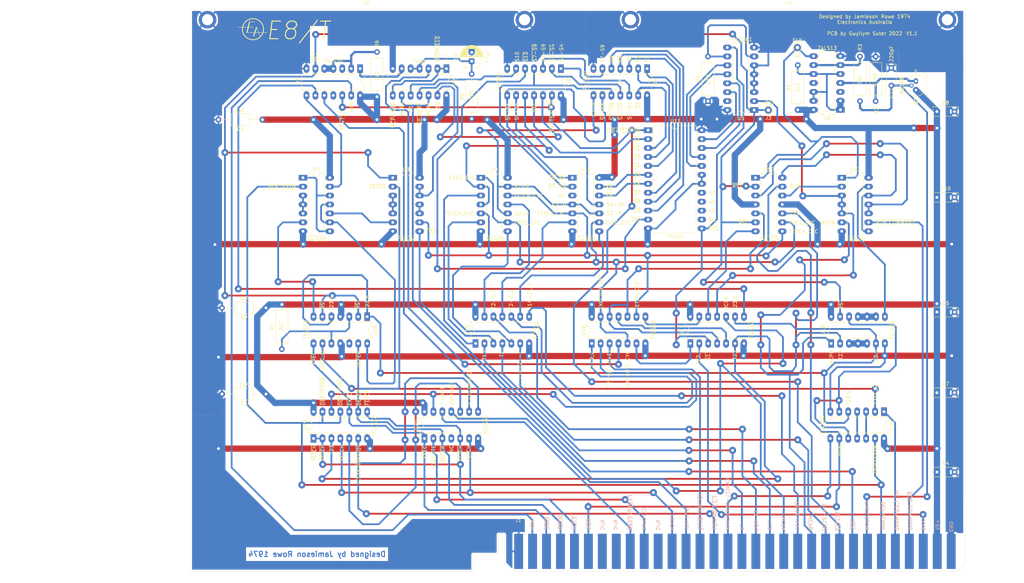
<source format=kicad_pcb>
(kicad_pcb (version 20211014) (generator pcbnew)
  (layers (0 "F.Cu" signal) (1 "In1.Cu" signal) (2 "In2.Cu" signal) (31 "B.Cu" signal) (34 "B.Paste" user) (35 "F.Paste" user) (36 "B.SilkS" user "B.Silkscreen") (37 "F.SilkS" user "F.Silkscreen") (38 "B.Mask" user) (39 "F.Mask" user) (44 "Edge.Cuts" user))
  (net 0 "")
  (net 1 "FAST_SLOW")
  (net 2 "GND")
  (net 3 "Net-(C2-Pad1)")
  (net 4 "+5V")
  (net 5 "T22.5")
  (net 6 "~{RUN_COMMAND}")
  (net 7 "HLT_COMMAND")
  (net 8 "~{DEP+EXM}")
  (net 9 "~{T0.5}")
  (net 10 "~{T0+T12}")
  (net 11 "T14-21_1")
  (net 12 "MCPB")
  (net 13 "T14-21_2")
  (net 14 "MCPA")
  (net 15 "T13")
  (net 16 "T2.9_1")
  (net 17 "T1")
  (net 18 "~{CANCEL+DEP+EXM}")
  (net 19 "~{F.T23.OPR+IOT}")
  (net 20 "~{T2-9(F+D+E})")
  (net 21 "~{EXEC}")
  (net 22 "~{DEFER}")
  (net 23 "~{FETCH}")
  (net 24 "~{RUN}")
  (net 25 "/26")
  (net 26 "/25")
  (net 27 "~{F+DEP+EXM}")
  (net 28 "EXECUTE")
  (net 29 "/22")
  (net 30 "FETCH")
  (net 31 "OPR+IOT")
  (net 32 "MB4")
  (net 33 "Net-(Q1-Pad1)")
  (net 34 "Net-(R1-Pad2)")
  (net 35 "Net-(R3-Pad1)")
  (net 36 "Net-(R4-Pad2)")
  (net 37 "Net-(R6-Pad2)")
  (net 38 "Net-(R7-Pad1)")
  (net 39 "Net-(U1-Pad1)")
  (net 40 "Net-(U1-Pad8)")
  (net 41 "Net-(U1-Pad9)")
  (net 42 "Net-(U1-Pad10)")
  (net 43 "~{RST}")
  (net 44 "/S0.MCPA")
  (net 45 "/~{MCPA.S10}")
  (net 46 "Net-(U16-Pad4)")
  (net 47 "/S10")
  (net 48 "/S2+S3+S4")
  (net 49 "/~{S2+S3+S4}")
  (net 50 "/S7+S8+S9")
  (net 51 "Net-(U3-Pad10)")
  (net 52 "/~{S7+S8+S9}")
  (net 53 "/~{S10}")
  (net 54 "/~{S5+S6}")
  (net 55 "/S5+S6")
  (net 56 "/~{S1}")
  (net 57 "/~{S4}")
  (net 58 "/~{S3}")
  (net 59 "/~{S7}")
  (net 60 "/~{S8}")
  (net 61 "/~{S9}")
  (net 62 "/S2-9")
  (net 63 "/~{S2}")
  (net 64 "/~{S11}")
  (net 65 "Net-(U13-Pad3)")
  (net 66 "Net-(U11-Pad20)")
  (net 67 "Net-(U11-Pad21)")
  (net 68 "Net-(U11-Pad22)")
  (net 69 "Net-(U11-Pad23)")
  (net 71 "CLK")
  (net 72 "Net-(U7-Pad1)")
  (net 73 "Net-(U14-Pad14)")
  (net 74 "Net-(U7-Pad3)")
  (net 75 "Net-(U7-Pad10)")
  (net 76 "Net-(U14-Pad7)")
  (net 77 "/FETCH CYC")
  (net 78 "Net-(U8-Pad3)")
  (net 79 "/S0")
  (net 80 "Net-(U15-Pad3)")
  (net 81 "Net-(U15-Pad13)")
  (net 82 "Net-(U15-Pad1)")
  (net 83 "/EXECUTE CYC")
  (net 84 "Net-(U15-Pad5)")
  (net 85 "Net-(U10-Pad8)")
  (net 87 "/~{S6}")
  (net 88 "Net-(U10-Pad6)")
  (net 89 "/~{S5}")
  (net 94 "Net-(U12-Pad14)")
  (net 95 "Net-(U12-Pad7)")
  (net 96 "Net-(U12-Pad12)")
  (net 97 "Net-(U12-Pad5)")
  (net 98 "T23")
  (net 99 "Net-(U12-Pad3)")
  (net 100 "Net-(U13-Pad13)")
  (net 102 "T23.5")
  (net 103 "EXEC_Q")
  (net 104 "T2.9_2")
  (net 105 "Net-(U16-Pad8)")
  (net 106 "Net-(U16-Pad2)")
  (net 107 "Net-(U16-Pad11)")
  (net 108 "Net-(U16-Pad6)")
  (net 109 "Net-(U18-Pad10)")
  (net 110 "Net-(U18-Pad3)")
  (net 111 "Net-(U18-Pad12)")
  (net 112 "Net-(U19-Pad5)")
  (net 113 "Net-(U21-Pad12)")
  (net 114 "Net-(U21-Pad11)")
  (net 115 "/~{S0.MCPA}")
  (footprint "Capacitor_THT:C_Disc_D7.0mm_W2.5mm_P5.00mm" (layer "F.Cu") (at 219.075 43.815 90)
    (fp_text reference "C1")
    (fp_text value "220pF")
  )
  (footprint "Capacitor_THT:CP_Radial_D6.3mm_P2.50mm" (layer "F.Cu") (at 99.9 36.9 90)
    (fp_text reference "C2")
    (fp_text value "47uF")
  )
  (footprint "Capacitor_THT:C_Axial_L5.1mm_D3.1mm_P12.50mm_Horizontal" (layer "F.Cu") (at 41.5 131.5 180)
    (fp_text reference "C3")
    (fp_text value "1uF")
  )
  (footprint "Capacitor_THT:C_Disc_D7.0mm_W2.5mm_P5.00mm" (layer "F.Cu") (at 232.029 153.67)
    (fp_text reference "C4")
    (fp_text value "47nF")
  )
  (footprint "Capacitor_THT:C_Disc_D7.0mm_W2.5mm_P5.00mm" (layer "F.Cu") (at 232.029 108.204)
    (fp_text reference "C5")
    (fp_text value "47nF")
  )
  (footprint "Capacitor_THT:C_Axial_L5.1mm_D3.1mm_P12.50mm_Horizontal" (layer "F.Cu") (at 40.5 53.5 180)
    (fp_text reference "C6")
    (fp_text value "1uF")
  )
  (footprint "Capacitor_THT:C_Disc_D7.0mm_W2.5mm_P5.00mm" (layer "F.Cu") (at 232 131.1)
    (fp_text reference "C7")
    (fp_text value "47nF")
  )
  (footprint "Capacitor_THT:C_Disc_D7.0mm_W2.5mm_P5.00mm" (layer "F.Cu") (at 232 51.2)
    (fp_text reference "C8")
    (fp_text value "47nF")
  )
  (footprint "Capacitor_THT:C_Axial_L5.1mm_D3.1mm_P12.50mm_Horizontal" (layer "F.Cu") (at 41.5 107 180)
    (fp_text reference "C9")
    (fp_text value "1uF")
  )
  (footprint "Package_TO_SOT_THT:TO-18-3" (layer "F.Cu") (at 226.06 42.545 -90)
    (fp_text reference "Q1")
    (fp_text value "BC108")
  )
  (footprint "Resistor_THT:R_Axial_DIN0309_L9.0mm_D3.2mm_P12.70mm_Horizontal" (layer "F.Cu") (at 192.5 50.7 90)
    (fp_text reference "R1")
    (fp_text value "2k2")
  )
  (footprint "Resistor_THT:R_Axial_DIN0309_L9.0mm_D3.2mm_P12.70mm_Horizontal" (layer "F.Cu") (at 210.185 35.56 -90)
    (fp_text reference "R3")
    (fp_text value "10k")
  )
  (footprint "Resistor_THT:R_Axial_DIN0309_L9.0mm_D3.2mm_P12.70mm_Horizontal" (layer "F.Cu") (at 167.005 48.26 90)
    (fp_text reference "R4")
    (fp_text value "2K2")
  )
  (footprint "Resistor_THT:R_Axial_DIN0309_L9.0mm_D3.2mm_P12.70mm_Horizontal" (layer "F.Cu") (at 99.9 53.25 90)
    (fp_text reference "R5")
    (fp_text value "100K")
  )
  (footprint "Resistor_THT:R_Axial_DIN0309_L9.0mm_D3.2mm_P12.70mm_Horizontal" (layer "F.Cu") (at 73.025 46.99 90)
    (fp_text reference "R6")
    (fp_text value "2k2")
  )
  (footprint "Resistor_THT:R_Axial_DIN0309_L9.0mm_D3.2mm_P12.70mm_Horizontal" (layer "F.Cu") (at 46 118.745 90)
    (fp_text reference "R7")
    (fp_text value "2k2")
  )
  (footprint "Package_DIP:DIP-14_W7.62mm_LongPads" (layer "F.Cu") (at 92.74 39 -90)
    (fp_text reference "U2")
    (fp_text value "7400")
  )
  (footprint "Package_DIP:DIP-14_W7.62mm_LongPads" (layer "F.Cu") (at 125.24 39 -90)
    (fp_text reference "U3")
    (fp_text value "74LS04")
  )
  (footprint "Package_DIP:DIP-14_W7.62mm_LongPads" (layer "F.Cu") (at 149.74 39 -90)
    (fp_text reference "U4")
    (fp_text value "74LS10")
  )
  (footprint "Package_DIP:DIP-16_W7.62mm_LongPads" (layer "F.Cu") (at 180.12 50.78 180)
    (fp_text reference "U5")
    (fp_text value "74LS161")
  )
  (footprint "Package_DIP:DIP-14_W7.62mm_LongPads" (layer "F.Cu") (at 52 70)
    (fp_text reference "U7")
    (fp_text value "74LS00")
  )
  (footprint "Package_DIP:DIP-14_W7.62mm_LongPads" (layer "F.Cu") (at 77.5 70)
    (fp_text reference "U8")
    (fp_text value "74LS00")
  )
  (footprint "Package_DIP:DIP-14_W7.62mm_LongPads" (layer "F.Cu") (at 102.5 70)
    (fp_text reference "U9")
    (fp_text value "74LS00")
  )
  (footprint "Package_DIP:DIP-14_W7.62mm_LongPads" (layer "F.Cu") (at 128.5 70)
    (fp_text reference "U10")
    (fp_text value "74LS00")
  )
  (footprint "Package_DIP:DIP-14_W7.62mm_LongPads" (layer "F.Cu") (at 180.5 70)
    (fp_text reference "U12")
    (fp_text value "74LS73")
  )
  (footprint "Package_DIP:DIP-14_W7.62mm_LongPads" (layer "F.Cu") (at 205 70)
    (fp_text reference "U13")
    (fp_text value "74LS00")
  )
  (footprint "Package_DIP:DIP-14_W7.62mm_LongPads" (layer "F.Cu") (at 70.24 109.5 -90)
    (fp_text reference "U14")
    (fp_text value "74LS73")
  )
  (footprint "Package_DIP:DIP-14_W7.62mm_LongPads" (layer "F.Cu") (at 101 117.12 90)
    (fp_text reference "U15")
    (fp_text value "74LS04")
  )
  (footprint "Package_DIP:DIP-14_W7.62mm_LongPads" (layer "F.Cu") (at 134 117.12 90)
    (fp_text reference "U16")
    (fp_text value "74LS00")
  )
  (footprint "Package_DIP:DIP-14_W7.62mm_LongPads" (layer "F.Cu") (at 162 117.12 90)
    (fp_text reference "U17")
    (fp_text value "74LS04")
  )
  (footprint "Package_DIP:DIP-14_W7.62mm_LongPads" (layer "F.Cu") (at 202 117.12 90)
    (fp_text reference "U18")
    (fp_text value "74LS00")
  )
  (footprint "Package_DIP:DIP-14_W7.62mm_LongPads" (layer "F.Cu") (at 55 144.12 90)
    (fp_text reference "U19")
    (fp_text value "74LS10")
  )
  (footprint "Package_DIP:DIP-14_W7.62mm_LongPads" (layer "F.Cu") (at 86.5 144.12 90)
    (fp_text reference "U20")
    (fp_text value "74LS04")
  )
  (footprint "Package_DIP:DIP-14_W7.62mm_LongPads" (layer "F.Cu") (at 217 136.5 -90)
    (fp_text reference "U21")
    (fp_text value "74LS00")
  )
  (footprint "Package_DIP:DIP-14_W7.62mm_LongPads" (layer "F.Cu") (at 68.24 39 -90)
    (fp_text reference "U1")
    (fp_text value "74LS20")
  )
  (footprint "Package_DIP:DIP-14_W7.62mm_LongPads" (layer "F.Cu") (at 204.62 50.7 180)
    (fp_text reference "U6")
    (fp_text value "74LS13")
  )
  (footprint "Resistor_THT:R_Axial_DIN0309_L9.0mm_D3.2mm_P12.70mm_Horizontal" (layer "F.Cu") (at 214.63 48.26 90)
    (fp_text reference "R2")
    (fp_text value "470R")
  )
  (footprint "EDUC-8:EA_Symbol" (layer "F.Cu") (at 37.8 27.8)
    (fp_text reference "REF**" hide)
    (fp_text value "EA_Symbol" hide)
  )
  (footprint "Package_DIP:DIP-24_W15.24mm_LongPads" (layer "F.Cu") (at 150 56.5)
    (fp_text reference "U11")
    (fp_text value "74154")
  )
  (footprint "Capacitor_THT:C_Disc_D7.0mm_W2.5mm_P5.00mm" (layer "F.Cu") (at 232 75.6)
    (fp_text reference "C10")
    (fp_text value "47nF")
  )
  (footprint "Connector_Pin:Pin_D1.0mm_L10.0mm" (layer "F.Cu") (at 192.405 33.02)
    (fp_text reference "J2")
    (fp_text value "CLK")
  )
  (footprint "Connector_Pin:Pin_D1.0mm_L10.0mm" (layer "F.Cu") (at 184.15 50.8)
    (fp_text reference "J3")
    (fp_text value "~RST")
  )
  (footprint "Connector_PCBEdge:PCB_32pin" (layer "F.Cu") (at 109.22 182.082)
    (fp_text reference "J1")
    (fp_text value "32-way-pcb-edge-Educ-8-connectors")
  )
  (footprint "EDUC-8:Card_handle" (layer "F.Cu") (at 190 25.1)
    (fp_text reference "H1")
    (fp_text value "Card_handle" hide)
  )
  (footprint "EDUC-8:Card_handle" (layer "F.Cu") (at 69.9 25.1)
    (fp_text reference "H2")
    (fp_text value "Card_handle" hide)
  )
  (gr_line (start 92.8 35.1) (end 92.8 37.2) (layer "F.SilkS") (width 0.12))
  (gr_line (start 91.2 35.1) (end 92.8 35.1) (layer "F.SilkS") (width 0.12))
  (gr_line (start 20 160) (end 20 22.1) (layer "Edge.Cuts") (width 0.05))
  (gr_line (start 239.98 179.61) (end 240 160) (layer "Edge.Cuts") (width 0.05))
  (gr_line (start 107.5 177.1) (end 106 177.1) (layer "Edge.Cuts") (width 0.05))
  (gr_line (start 109.2 171.4) (end 109.2 179.6) (layer "Edge.Cuts") (width 0.05))
  (gr_line (start 109.2 171.4) (end 107.5 171.4) (layer "Edge.Cuts") (width 0.05))
  (gr_line (start 20 22.1) (end 240 22.1) (layer "Edge.Cuts") (width 0.05))
  (gr_line (start 20 181.9) (end 96.2 181.9) (layer "Edge.Cuts") (width 0.05))
  (gr_line (start 100.3 181.9) (end 100.3 177.1) (layer "Edge.Cuts") (width 0.05))
  (gr_line (start 106 177.1) (end 100.3 177.1) (layer "Edge.Cuts") (width 0.05))
  (gr_line (start 107.5 171.4) (end 107.5 177.1) (layer "Edge.Cuts") (width 0.05))
  (gr_line (start 111.6 182) (end 109.2 179.6) (layer "Edge.Cuts") (width 0.05))
  (gr_line (start 96.2 181.9) (end 100.3 181.9) (layer "Edge.Cuts") (width 0.05))
  (gr_line (start 240 22.1) (end 240 160) (layer "Edge.Cuts") (width 0.05))
  (gr_line (start 111.6 182) (end 237.61 182) (layer "Edge.Cuts") (width 0.05))
  (gr_line (start 20 160) (end 20 181.9) (layer "Edge.Cuts") (width 0.05))
  (gr_line (start 239.98 179.61) (end 237.61 182) (layer "Edge.Cuts") (width 0.05))
  (gr_text "Designed by Jamieson Rowe 1974" (at 56 177) (layer "B.Cu") (effects (font (size 1.5 1.5) (thickness 0.3)) (justify mirror)))
  (gr_text "~{T0.5}" (at 208.3 168.5 90) (layer "B.SilkS") (effects (font (size 1 1)) (justify mirror)))
  (gr_text "~{DEFER}" (at 125.3 167.8 90) (layer "B.SilkS") (effects (font (size 1 1)) (justify mirror)))
  (gr_text "N/C" (at 137.1 168.7 90) (layer "B.SilkS") (effects (font (size 1 1)) (justify mirror)))
  (gr_text "MB4" (at 117.2 168.7 90) (layer "B.SilkS") (effects (font (size 1 1)) (justify mirror)))
  (gr_text "FAST_SLOW" (at 212.2 166.1 90) (layer "B.SilkS") (effects (font (size 1 1)) (justify mirror)))
  (gr_text "GND" (at 236.1 169.2 90) (layer "B.SilkS") (effects (font (size 1 1)) (justify mirror)))
  (gr_text "~{F+DEP+EXAM}" (at 145.1 165.1 90) (layer "B.SilkS") (effects (font (size 1 1)) (justify mirror)))
  (gr_text "T2-9(A)" (at 180.7 167.5 90) (layer "B.SilkS") (effects (font (size 1 1)) (justify mirror)))
  (gr_text "~{HALT_COMMAND}" (at 220.7 164.6 90) (layer "B.SilkS") (effects (font (size 1 1)) (justify mirror)))
  (gr_text "~{EXEC}" (at 121.4 168.2 90) (layer "B.SilkS") (effects (font (size 1 1)) (justify mirror)))
  (gr_text "T14-21(A)" (at 200.1 166.5 90) (layer "B.SilkS") (effects (font (size 1 1)) (justify mirror)))
  (gr_text "T22.5" (at 228.2 168.3 90) (layer "B.SilkS") (effects (font (size 1 1)) (justify mirror)))
  (gr_text "FETCH" (at 156.9 168 90) (layer "B.SilkS") (effects (font (size 1 1)) (justify mirror)))
  (gr_text "OPR+IOT" (at 161 167.1 90) (layer "B.SilkS") (effects (font (size 1 1)) (justify mirror)))
  (gr_text "~{F.23.IOR+IOT}" (at 169.1 165.2 90) (layer "B.SilkS") (effects (font (size 1 1)) (justify mirror)))
  (gr_text "T1" (at 176.7 169.4 90) (layer "B.SilkS") (effects (font (size 1 1)) (justify mirror)))
  (gr_text "~{FETCH}" (at 129.2 167.8 90) (layer "B.SilkS") (effects (font (size 1 1)) (justify mirror)))
  (gr_text "~{RUN} COMMAND" (at 224.5 164.7 90) (layer "B.SilkS") (effects (font (size 1 1)) (justify mirror)))
  (gr_text "+5V" (at 232.2 168.6 90) (layer "B.SilkS") (effects (font (size 1 1)) (justify mirror)))
  (gr_text "N/C" (at 152.9 168.8 90) (layer "B.SilkS") (effects (font (size 1 1)) (justify mirror)))
  (gr_text "T13" (at 184.6 168.8 90) (layer "B.SilkS") (effects (font (size 1 1)) (justify mirror)))
  (gr_text "~{T0+T12}" (at 204.1 167.6 90) (layer "B.SilkS") (effects (font (size 1 1)) (justify mirror)))
  (gr_text "~{T2-9(F+D+E})" (at 165 165 90) (layer "B.SilkS") (effects (font (size 1 1)) (justify mirror)))
  (gr_text "MCPA" (at 188.5 168.2 90) (layer "B.SilkS") (effects (font (size 1 1)) (justify mirror)))
  (gr_text "EXECUTE" (at 148.9 167 90) (layer "B.SilkS") (effects (font (size 1 1)) (justify mirror)))
  (gr_text "~{DEP+EXAM}" (at 216.8 166.1 90) (layer "B.SilkS") (effects (font (size 1 1)) (justify mirror)))
  (gr_text "MCPB" (at 196.2 168.1 90) (layer "B.SilkS") (effects (font (size 1 1)) (justify mirror)))
  (gr_text "~{RUN}" (at 133.3 168.5 90) (layer "B.SilkS") (effects (font (size 1 1)) (justify mirror)))
  (gr_text "N/C" (at 140.8 168.7 90) (layer "B.SilkS") (effects (font (size 1 1)) (justify mirror)))
  (gr_text "T14-21(B)" (at 192.3 166.1 270) (layer "B.SilkS") (effects (font (size 1 1)) (justify mirror)))
  (gr_text "CANCEL+DEP+EXAM" (at 172.6 162.8 90) (layer "B.SilkS") (effects (font (size 1 1)) (justify mirror)))
  (gr_text "~{S8}" (at 146.9 76.8) (layer "F.SilkS") (effects (font (size 1 1))))
  (gr_text "~{S0.MCPA}" (at 85.3 51.8 90) (layer "F.SilkS") (effects (font (size 1 1))))
  (gr_text "~{RST}" (at 57.6 106 90) (layer "F.SilkS") (effects (font (size 1 1))))
  (gr_text "FETCH" (at 99.1 148.3 90) (layer "F.SilkS") (effects (font (size 1 1))))
  (gr_text "~{RUN_COMMAND}" (at 220.2 82.8) (layer "F.SilkS") (effects (font (size 1 1))))
  (gr_text "~{S7-S9}" (at 139.8 51.1 90) (layer "F.SilkS") (effects (font (size 1 1))))
  (gr_text "~{FETCH}" (at 57.6 148.1 90) (layer "F.SilkS") (effects (font (size 1 1))))
  (gr_text "~{S1}" (at 146.9 59.2) (layer "F.SilkS") (effects (font (size 1 1))))
  (gr_text "T23.5" (at 206.9 132.6 90) (layer "F.SilkS") (effects (font (size 1 1))))
  (gr_text "~{DEP+EXAM}" (at 62.7 130.8 90) (layer "F.SilkS") (effects (font (size 1 1))))
  (gr_text "EXECUTE_CYC" (at 144.2 124.2 90) (layer "F.SilkS") (effects (font (size 1 1))))
  (gr_text "T23.5" (at 174.7 105.6 90) (layer "F.SilkS") (effects (font (size 1 1))))
  (gr_text "~{S10}" (at 115.3 35.6 90) (layer "F.SilkS") (effects (font (size 1 1))))
  (gr_text "T14-21_1" (at 116.4 103.6 90) (layer "F.SilkS") (effects (font (size 1 1))))
  (gr_text "~{S4}" (at 146.9 66.7) (layer "F.SilkS") (effects (font (size 1 1))))
  (gr_text "~{F.T23.OPR+IOT}" (at 67.9 151.4 90) (layer "F.SilkS") (effects (font (size 1 1))))
  (gr_text "S7-S9" (at 120.3 34.5 90) (layer "F.SilkS") (effects (font (size 1 1))))
  (gr_text "~{S2}" (at 147.3 49.5 90) (layer "F.SilkS") (effects (font (size 1 1))))
  (gr_text "NC" (at 168.2 79.5) (layer "F.SilkS") (effects (font (size 1 1))))
  (gr_text "~{MCPA.S10}" (at 77.7 52.2 90) (layer "F.SilkS") (effects (font (size 1 1))))
  (gr_text "~{S7}" (at 144.9 36.2 90) (layer "F.SilkS") (effects (font (size 1 1))))
  (gr_text "EXEC_CYC" (at 97.2 70) (layer "F.SilkS") (effects (font (size 1 1))))
  (gr_text "MCPA" (at 80.1 50.5 90) (layer "F.SilkS") (effects (font (size 1 1))))
  (gr_text "~{S9}" (at 146.9 79.4) (layer "F.SilkS") (effects (font (size 1 1))))
  (gr_text "S2-9" (at 124.7 77.8) (layer "F.SilkS") (effects (font (size 1 1))))
  (gr_text "~{RST}" (at 175.3 72.4) (layer "F.SilkS") (effects (font (size 1 1))))
  (gr_text "EXEC_CYC" (at 193.8 82.8) (layer "F.SilkS") (effects (font (size 1 1))))
  (gr_text "F+D+E" (at 91.6 131.8 90) (layer "F.SilkS") (effects (font (size 1 1))))
  (gr_text "~{S10}" (at 146.5 82) (layer "F.SilkS") (effects (font (size 1 1))))
  (gr_text "~{MCPA.S10}" (at 90.3 33.4 90) (layer "F.SilkS") (effects (font (size 1 1))))
  (gr_text "~{DEP+EXAM}" (at 46 72.8) (layer "F.SilkS") (effects (font (size 1 1))))
  (gr_text "T14-21-1" (at 113.6 123.2 90) (layer "F.SilkS") (effects (font (size 1 1))))
  (gr_text "NC" (at 168.2 77) (layer "F.SilkS") (effects (font (size 1 1))))
  (gr_text "S2-S4" (at 125.4 34.5 90) (layer "F.SilkS") (effects (font (size 1 1))))
  (gr_text "FETCH_CYC" (at 116.1 75.2) (layer "F.SilkS") (effects (font (size 1 1))))
  (gr_text "S2-9" (at 134.6 50.7 90) (layer "F.SilkS") (effects (font (size 1 1))))
  (gr_text "~{S3}" (at 146.9 64.2) (layer "F.SilkS") (effects (font (size 1 1))))
  (gr_text "~{S5}" (at 147 69.3) (layer "F.SilkS") (effects (font (size 1 1))))
  (gr_text "~{T23}" (at 191.5 80.3) (layer "F.SilkS") (effects (font (size 1 1))))
  (gr_text "T23" (at 204.7 120.4 90) (layer "F.SilkS") (effects (font (size 1 1))))
  (gr_text "~{S9}" (at 139.7 36.2 90) (layer "F.SilkS") (effects (font (size 1 1))))
  (gr_text "T23" (at 60.1 147.3 90) (layer "F.SilkS") (effects (font (size 1 1))))
  (gr_text "~{S5+S6}" (at 124.2 70.1) (layer "F.SilkS") (effects (font (size 1 1))))
  (gr_text "V1.1" (at 224.9 29) (layer "F.SilkS") (effects (font (size 1 1))))
  (gr_text "NC" (at 125.5 75.1) (layer "F.SilkS") (effects (font (size 1 1))))
  (gr_text "~{S8}" (at 142.3 36.2 90) (layer "F.SilkS") (effects (font (size 1 1))))
  (gr_text "~{T0+T12}" (at 63.3 53.7 90) (layer "F.SilkS") (effects (font (size 1 1))))
  (gr_text "NC" (at 168.2 82) (layer "F.SilkS") (effects (font (size 1 1))))
  (gr_text "~{DEP+EXAM}" (at 57.7 130.7 90) (layer "F.SilkS") (effects (font (size 1 1))))
  (gr_text "T1" (at 108.4 120.1 90) (layer "F.SilkS") (effects (font (size 1 1))))
  (gr_text "~{S11}" (at 168.6 84.5) (layer "F.SilkS") (effects (font (size 1 1))))
  (gr_text "F.T23.OPR.IOT" (at 99.3 129.4 90) (layer "F.SilkS") (effects (font (size 1 1))))
  (gr_text "~{S2-S4}" (at 122.9 34.5 90) (layer "F.SilkS") (effects (font (size 1 1))))
  (gr_text "FETCH_CYC" (at 122.6 80.2) (layer "F.SilkS") (effects (font (size 1 1))))
  (gr_text "S2-9" (at 114.1 80.3) (layer "F.SilkS") (effects (font (size 1 1))))
  (gr_text "~{S11}" (at 117.7 50 90) (layer "F.SilkS") (effects (font (size 1 1))))
  (gr_text "S5+S6" (at 140.7 77.6) (layer "F.SilkS") (effects (font (size 1 1))))
  (gr_text "~{EXEC}" (at 65.3 132.9 90) (layer "F.SilkS") (effects (font (size 1 1))))
  (gr_text "S7-S9" (at 137.1 34.7 90) (layer "F.SilkS") (effects (font (size 1 1))))
  (gr_text "T13" (at 103.5 120.5 90) (layer "F.SilkS") (effects (font (size 1 1))))
  (gr_text "FETCH" (at 63.1 148.2 90) (layer "F.SilkS") (effects (font (size 1 1))))
  (gr_text "~{FETCH}" (at 96.7 148.3 90) (layer "F.SilkS") (effects (font (size 1 1))))
  (gr_text "~{RUN}" (at 204.5 147.6 90) (layer "F.SilkS") (effects (font (size 1 1))))
  (gr_text "~{FETCH}" (at 70.3 132.5 90) (layer "F.SilkS") (effects (font (size 1 1))))
  (gr_text "T23.5" (at 70.3 105.5 90) (layer "F.SilkS") (effects (font (size 1 1))))
  (gr_text "~{RST}" (at 204.8 106.1 90) (layer "F.SilkS") (effects (font (size 1 1))))
  (gr_text "EXECUTE_CYC" (at 136.6 102.4 90) (layer "F.SilkS") (effects (font (size 1 1))))
  (gr_text "~{S11}" (at 167.1 120.5 90) (layer "F.SilkS") (effects (font (size 1 1))))
  (gr_text "FETCH_CYC" (at 146.9 103.5 90) (layer "F.SilkS") (effects (font (size 1 1))))
  (gr_text "~{(T0+T12) S0}" (at 122.8 52.8 90) (layer "F.SilkS") (effects (font (size 1 1))))
  (gr_text "~{S4}" (at 149.9 36.2 90) (layer "F.SilkS") (effects (font (size 1 1))))
  (gr_text "T23.5" (at 60.1 105.7 90) (layer "F.SilkS") (effects (font (size 1 1))))
  (gr_text "EXECUTE" (at 89.1 149.3 90) (layer "F.SilkS") (effects (font (size 1 1))))
  (gr_text "T2-9_1" (at 106.1 104.5 90) (layer "F.SilkS") (effects (font (size 1 1))))
  (gr_text "~{S2}" (at 146.9 61.7) (layer "F.SilkS") (effects (font (size 1 1))))
  (gr_text "FETCH_CYC" (at 194.2 85.3) (layer "F.SilkS") (effects (font (size 1 1))))
  (gr_text "~{S7-S9}" (at 117.9 34.5 90) (layer "F.SilkS") (effects (font (size 1 1))))
  (gr_text "S2-S4" (at 144.7 51 90) (layer "F.SilkS") (effects (font (size 1 1))))
  (gr_text "NC" (at 168.2 74.4) (layer "F.SilkS") (effects (font (size 1 1))))
  (gr_text "S10" (at 112.8 35.6 90) (layer "F.SilkS") (effects (font (size 1 1))))
  (gr_text "FETCH_CYC" (at 96.5 80.2) (layer "F.SilkS") (effects (font (size 1 1))))
  (gr_text "~{DEFER}" (at 73.2 72.7) (layer "F.SilkS") (effects (font (size 1 1))))
  (gr_text "OPR+IOT" (at 94.3 131.2 90) (layer "F.SilkS") (effects (font (size 1 1))))
  (gr_text "~{DEFER}" (at 67.9 121.6 90) (layer "F.SilkS") (effects (font (size 1 1))))
  (gr_text "E" (at 226.1 39.9) (layer "F.SilkS") (effects (font (size 1 1))))
  (gr_text "~{T0.5}" (at 88.5 85.3) (layer "F.SilkS") (effects (font (size 1 1))))
  (gr_text "T2-9_2" (at 111.1 104.6 90) (layer "F.SilkS") (effects (font (size 1 1))))
  (gr_text "NC" (at 94.2 147.1 90) (layer "F.SilkS") (effects (font (size 1 1))))
  (gr_text "~{S5+S6}" (at 137.2 51.1 90) (layer "F.SilkS") (effects (font (size 1 1))))
  (gr_text "~{S2-S4}" (at 142.2 51.1 90) (layer "F.SilkS") (effects (font (size 1 1))))
  (gr_text "Designed by Jamieson Rowe 1974\nElectronics Australia\n\nPCB by Gwyllym Suter 2022" (at 211.5 26.6) (layer "F.SilkS") (effects (font (size 1 1))))
  (gr_text "T23.5" (at 214.7 121 90) (layer "F.SilkS") (effects (font (size 1 1))))
  (gr_text "EXEC_Q" (at 57.5 122.1 90) (layer "F.SilkS") (effects (font (size 1 1))))
  (gr_text "T2-9_2" (at 134 122.1 90) (layer "F.SilkS") (effects (font (size 1 1))))
  (gr_text "MB4" (at 65.8 49.8 90) (layer "F.SilkS") (effects (font (size 1 1))))
  (gr_text "~{RUN}" (at 191.8 72.7) (layer "F.SilkS") (effects (font (size 1 1))))
  (gr_text "EXEC_CYC" (at 115.8 82.8) (layer "F.SilkS") (effects (font (size 1 1))))
  (gr_text "~{S6}" (at 146.9 71.9) (layer "F.SilkS") (effects (font (size 1 1))))
  (gr_text "~{DEFER}" (at 67.9 132.5 90) (layer "F.SilkS") (effects (font (size 1 1))))
  (gr_text "MCPA" (at 172.2 105.7 90) (layer "F.SilkS") (effects (font (size 1 1))))
  (gr_text "EXEC_Q" (at 214.5 131.6 90) (layer "F.SilkS") (effects (font (size 1 1))))
  (gr_text "~{RST}" (at 55.7 35.8 90) (layer "F.SilkS") (effects (font (size 1 1))))
  (gr_text "~{(T0+T12) S0}" (at 143 56.7) (layer "F.SilkS") (effects (font (size 1 1))))
  (gr_text "~{S3}" (at 147.4 36.2 90) (layer "F.SilkS") (effects (font (size 1 1))))
  (gr_text "~{FETCH}" (at 55.2 148.2 90) (layer "F.SilkS") (effects (font (size 1 1))))
  (gr_text "~{S7}" (at 146.9 74.4) (layer "F.SilkS") (effects (font (size 1 1))))
  (gr_text "S0" (at 90.3 49.4 90) (layer "F.SilkS") (effects (font (size 1 1))))
  (gr_text "~{EXEC}" (at 86.6 148 90) (layer "F.SilkS") (effects (font (size 1 1))))
  (gr_text "MCPA" (at 87.7 50.6 90) (layer "F.SilkS") (effects (font (size 1 1))))
  (gr_text "S5+S6" (at 112.7 51.2 90) (layer "F.SilkS") (effects (font (size 1 1))))
  (gr_text "~{DEFER}" (at 91.8 148.5 90) (layer "F.SilkS") (effects (font (size 1 1))))
  (gr_text "EXEC_CYC" (at 141.4 82.8) (layer "F.SilkS") (effects (font (size 1 1))))
  (gr_text "S2-9" (at 114.1 72.5) (layer "F.SilkS") (effects (font (size 1 1))))
  (gr_text "~{S5}" (at 139.1 72.8) (layer "F.SilkS") (effects (font (size 1 1))))
  (gr_text "~{RST}" (at 67.6 106 90) (layer "F.SilkS") (effects (font (size 1 1))))
  (gr_text "~{S6}" (at 139.1 75.2) (layer "F.SilkS") (effects (font (size 1 1))))
  (gr_text "~{RST}" (at 177 82.8) (layer "F.SilkS") (effects (font (size 1 1))))
  (gr_text "T22.5" (at 164.3 121 90) (layer "F.SilkS") (effects (font (size 1 1))))
  (gr_text "~{S7-S9}" (at 124.2 72.6) (layer "F.SilkS") (effects (font (size 1 1))))
  (gr_text "~{EXEC}" (at 55.1 121.3 90) (layer "F.SilkS") (effects (font (size 1 1))))
  (gr_text "MCPB" (at 202.1 121.1 90) (layer "F.SilkS") (effects (font (size 1 1))))
  (gr_text "~{S5+S6}" (at 110.3 51.2 90) (layer "F.SilkS") (effects (font (size 1 1))))
  (gr_text "T2-9(F+D+E)" (at 139 124.3 90) (layer "F.SilkS") (effects (font (size 1 1))))
  (gr_text "~{DEP+EXAM}" (at 214.6 150 90) (layer "F.SilkS") (effects (font (size 1 1))))
  (gr_text "T23" (at 174.7 120.4 90) (layer "F.SilkS") (effects (font (size 1 1))))
  (gr_text "MCPB" (at 201.1 82.8) (layer "F.SilkS") (effects (font (size 1 1))))
  (gr_text "S2-9" (at 140.3 80.1) (layer "F.SilkS") (effects (font (size 1 1))))
  (gr_text "S10" (at 82.6 49.9 90) (layer "F.SilkS") (effects (font (size 1 1))))
  (gr_text "E8/T" (at 50.6 28.2) (layer "F.SilkS") (effects (font (size 5 5) (thickness 0.3) italic)))
  (segment (start 229.235 160.655) (end 212.09 160.655) (width 0.5) (layer "F.Cu") (net 1))
  (via (at 212.09 160.655) (size 2) (drill 0.8) (layers "F.Cu" "B.Cu") (net 1))
  (via (at 229.235 160.655) (size 2) (drill 0.8) (layers "F.Cu" "B.Cu") (net 1))
  (segment (start 212.09 175.8644) (end 212.2256 176) (width 0.5) (layer "B.Cu") (net 1))
  (segment (start 219.075 50.165) (end 219.075 43.815) (width 0.635) (layer "B.Cu") (net 1))
  (segment (start 219.075 43.815) (end 222.25 43.815) (width 0.635) (layer "B.Cu") (net 1))
  (segment (start 210.185 50.165) (end 210.82 50.8) (width 0.635) (layer "B.Cu") (net 1))
  (segment (start 229.235 51.435) (end 229.235 160.655) (width 0.5) (layer "B.Cu") (net 1))
  (segment (start 210.82 50.8) (end 218.44 50.8) (width 0.635) (layer "B.Cu") (net 1))
  (segment (start 218.44 50.8) (end 219.075 50.165) (width 0.635) (layer "B.Cu") (net 1))
  (segment (start 222.25 43.815) (end 222.25 44.45) (width 0.5) (layer "B.Cu") (net 1))
  (segment (start 210.185 48.26) (end 210.185 50.165) (width 0.635) (layer "B.Cu") (net 1))
  (segment (start 212.09 160.655) (end 212.09 175.8644) (width 0.5) (layer "B.Cu") (net 1))
  (segment (start 222.25 44.45) (end 229.235 51.435) (width 0.5) (layer "B.Cu") (net 1))
  (segment (start 222.25 43.815) (end 224.79 43.815) (width 0.635) (layer "B.Cu") (net 1))
  (segment (start 204.47 88.9) (end 236.22 88.9) (width 1.778) (layer "F.Cu") (net 2))
  (segment (start 52.07 88.9) (end 27.1 88.9) (width 1.778) (layer "F.Cu") (net 2))
  (segment (start 198.12 88.9) (end 149.86 88.9) (width 1.778) (layer "F.Cu") (net 2))
  (segment (start 102.235 88.9) (end 128.27 88.9) (width 1.778) (layer "F.Cu") (net 2))
  (segment (start 62.8 121) (end 28 121) (width 1.778) (layer "F.Cu") (net 2))
  (segment (start 63 120.8) (end 62.8 121) (width 1.778) (layer "F.Cu") (net 2))
  (segment (start 52.07 88.9) (end 71.12 88.9) (width 1.778) (layer "F.Cu") (net 2))
  (segment (start 128.27 88.9) (end 149.86 88.9) (width 1.778) (layer "F.Cu") (net 2))
  (segment (start 177.1 120.6) (end 149.2 120.6) (width 1.778) (layer "F.Cu") (net 2))
  (segment (start 102.5 147) (end 71 147) (width 1.778) (layer "F.Cu") (net 2))
  (segment (start 149.2 120.6) (end 149.1 120.7) (width 1.778) (layer "F.Cu") (net 2))
  (segment (start 98.425 88.9) (end 102.235 88.9) (width 1.778) (layer "F.Cu") (net 2))
  (segment (start 71 147) (end 28 147) (width 1.778) (layer "F.Cu") (net 2))
  (segment (start 74.295 88.9) (end 98.425 88.9) (width 1.778) (layer "F.Cu") (net 2))
  (segment (start 116.205 120.7) (end 116.105 120.8) (width 1.778) (layer "F.Cu") (net 2))
  (segment (start 116.105 120.8) (end 63 120.8) (width 1.778) (layer "F.Cu") (net 2))
  (segment (start 217.2 120.6) (end 177.1 120.6) (width 1.778) (layer "F.Cu") (net 2))
  (segment (start 149.1 120.7) (end 116.205 120.7) (width 1.778) (layer "F.Cu") (net 2))
  (segment (start 71.12 88.9) (end 74.295 88.9) (width 1.778) (layer "F.Cu") (net 2))
  (segment (start 27.1 88.9) (end 27 89) (width 1.778) (layer "F.Cu") (net 2))
  (segment (start 204.47 88.9) (end 198.12 88.9) (width 1.778) (layer "F.Cu") (net 2))
  (segment (start 236.22 120.6) (end 217.2 120.6) (width 1.778) (layer "F.Cu") (net 2))
  (via (at 149.86 88.9) (size 2) (drill 0.8) (layers "F.Cu" "B.Cu") (net 2))
  (via (at 28 147) (size 2) (drill 0.8) (layers "F.Cu" "B.Cu") (net 2))
  (via (at 63 120.8) (size 2) (drill 0.8) (layers "F.Cu" "B.Cu") (net 2))
  (via (at 236.22 120.6) (size 2) (drill 0.8) (layers "F.Cu" "B.Cu") (net 2))
  (via (at 149.2 120.6) (size 2) (drill 0.8) (layers "F.Cu" "B.Cu") (net 2))
  (via (at 236.22 88.9) (size 2) (drill 0.8) (layers "F.Cu" "B.Cu") (net 2))
  (via (at 74.295 88.9) (size 2) (drill 0.8) (layers "F.Cu" "B.Cu") (net 2))
  (via (at 217.2 120.6) (size 2) (drill 0.8) (layers "F.Cu" "B.Cu") (net 2))
  (via (at 204.47 88.9) (size 2) (drill 0.8) (layers "F.Cu" "B.Cu") (net 2))
  (via (at 52.07 88.9) (size 2) (drill 0.8) (layers "F.Cu" "B.Cu") (net 2))
  (via (at 177.1 120.6) (size 2) (drill 0.8) (layers "F.Cu" "B.Cu") (net 2))
  (via (at 102.5 147) (size 2) (drill 0.8) (layers "F.Cu" "B.Cu") (net 2))
  (via (at 28 121) (size 2) (drill 0.8) (layers "F.Cu" "B.Cu") (net 2))
  (via (at 116.205 120.7) (size 2) (drill 0.8) (layers "F.Cu" "B.Cu") (net 2))
  (via (at 71 147) (size 2) (drill 0.8) (layers "F.Cu" "B.Cu") (net 2))
  (via (at 27 89) (size 2) (drill 0.8) (layers "F.Cu" "B.Cu") (net 2))
  (via (at 128.27 88.9) (size 2) (drill 0.8) (layers "F.Cu" "B.Cu") (net 2))
  (via (at 198.12 88.9) (size 2) (drill 0.8) (layers "F.Cu" "B.Cu") (net 2))
  (via (at 102.235 88.9) (size 2) (drill 0.8) (layers "F.Cu" "B.Cu") (net 2))
  (segment (start 74.295 88.9) (end 74.295 88.445) (width 1.778) (layer "B.Cu") (net 2))
  (segment (start 149.2 120.6) (end 149.24 120.56) (width 1.778) (layer "B.Cu") (net 2))
  (segment (start 52 88.83) (end 52.07 88.9) (width 1.778) (layer "B.Cu") (net 2))
  (segment (start 180.12 38.08) (end 180.12 40.62) (width 0.5) (layer "B.Cu") (net 2))
  (segment (start 157.8 76.64) (end 162.7 71.74) (width 0.5) (layer "B.Cu") (net 2))
  (segment (start 28 132.5) (end 29 131.5) (width 1.778) (layer "B.Cu") (net 2))
  (segment (start 102.235 88.9) (end 102.235 85.505) (width 1.778) (layer "B.Cu") (net 2))
  (segment (start 128.5 85.24) (end 128.5 88.67) (width 1.778) (layer "B.Cu") (net 2))
  (segment (start 152.36 84.44) (end 157.8 79) (width 0.5) (layer "B.Cu") (net 2))
  (segment (start 217.2 122.525) (end 215.9 123.825) (width 0.5) (layer "B.Cu") (net 2))
  (segment (start 71 147) (end 71 144.88) (width 1.778) (layer "B.Cu") (net 2))
  (segment (start 205 85.24) (end 205 88.37) (width 1.778) (layer "B.Cu") (net 2))
  (segment (start 180.12 43.16) (end 180.12 40.62) (width 0.5) (layer "B.Cu") (net 2))
  (segment (start 180.14 38.1) (end 180.12 38.08) (width 0.5) (layer "B.Cu") (net 2))
  (segment (start 236 176) (end 236 168.944) (width 1.778) (layer "B.Cu") (net 2))
  (segment (start 128.5 88.67) (end 128.27 88.9) (width 1.778) (layer "B.Cu") (net 2))
  (segment (start 217.2 120.6) (end 217.24 120.56) (width 0.5) (layer "B.Cu") (net 2))
  (segment (start 63 120.8) (end 63 117.5) (width 1.778) (layer "B.Cu") (net 2))
  (segment (start 77.5 39) (end 77.5 31.5) (width 1.778) (layer "B.Cu") (net 2))
  (segment (start 203.708 123.825) (end 201.76 125.773) (width 0.5) (layer "B.Cu") (net 2))
  (segment (start 149.86 88.9) (end 149.86 84.58) (width 1.778) (layer "B.Cu") (net 2))
  (segment (start 116.24 120.665) (end 116.24 117.12) (width 1.778) (layer "B.Cu") (net 2))
  (segment (start 177.1 120.6) (end 177.1 117.26) (width 1.778) (layer "B.Cu") (net 2))
  (segment (start 150 84.44) (end 152.36 84.44) (width 0.5) (layer "B.Cu") (net 2))
  (segment (start 217.24 120.56) (end 217.24 117.12) (width 0.5) (layer "B.Cu") (net 2))
  (segment (start 180.12 45.7) (end 180.12 43.16) (width 0.5) (layer "B.Cu") (net 2))
  (segment (start 101.74 144.12) (end 101.74 146.24) (width 1.778) (layer "B.Cu") (net 2))
  (segment (start 71 144.88) (end 70.24 144.12) (width 1.778) (layer "B.Cu") (net 2))
  (segment (start 188.12 77.62) (end 192.555 77.62) (width 1.778) (layer "B.Cu") (net 2))
  (segment (start 157.8 79) (end 157.8 76.64) (width 0.5) (layer "B.Cu") (net 2))
  (segment (start 201.76 125.773) (end 201.76 136.5) (width 0.5) (layer "B.Cu") (net 2))
  (segment (start 184.15 38.1) (end 180.14 38.1) (width 0.5) (layer "B.Cu") (net 2))
  (segment (start 180.12 33) (end 182.86 33) (width 0.5) (layer "B.Cu") (net 2))
  (segment (start 149.24 120.56) (end 149.24 117.12) (width 1.778) (layer "B.Cu") (net 2))
  (segment (start 162.7 71.74) (end 165.24 71.74) (width 0.5) (layer "B.Cu") (net 2))
  (segment (start 74.295 88.445) (end 77.5 85.24) (width 1.778) (layer "B.Cu") (net 2))
  (segment (start 101.74 146.24) (end 102.5 147) (width 1.778) (layer "B.Cu") (net 2))
  (segment (start 215.9 123.825) (end 203.708 123.825) (width 0.5) (layer "B.Cu") (net 2))
  (segment (start 165.24 69.2) (end 165.24 71.74) (width 0.5) (layer "B.Cu") (net 2))
  (segment (start 63 117.5) (end 62.62 117.12) (width 1.778) (layer "B.Cu") (net 2))
  (segment (start 217.2 120.6) (end 217.2 122.525) (width 0.5) (layer "B.Cu") (net 2))
  (segment (start 198.12 83.185) (end 198.12 88.9) (width 1.778) (layer "B.Cu") (net 2))
  (segment (start 184.15 34.29) (end 184.15 38.1) (width 0.5) (layer "B.Cu") (net 2))
  (segment (start 28 147) (end 28 132.5) (width 1.778) (layer "B.Cu") (net 2))
  (segment (start 149.86 84.58) (end 150 84.44) (width 1.778) (layer "B.Cu") (net 2))
  (segment (start 116.205 120.7) (end 116.24 120.665) (width 1.778) (layer "B.Cu") (net 2))
  (segment (start 177.1 117.26) (end 177.24 117.12) (width 1.778) (layer "B.Cu") (net 2))
  (segment (start 192.555 77.62) (end 198.12 83.185) (width 1.778) (layer "B.Cu") (net 2))
  (segment (start 182.86 33) (end 184.15 34.29) (width 0.5) (layer "B.Cu") (net 2))
  (segment (start 99.9 34.4) (end 99.9 31.8) (width 1.778) (layer "B.Cu") (net 2))
  (segment (start 205 88.37) (end 204.47 88.9) (width 1.778) (layer "B.Cu") (net 2))
  (segment (start 52 85.24) (end 52 88.83) (width 1.778) (layer "B.Cu") (net 2))
  (segment (start 102.235 85.505) (end 102.5 85.24) (width 1.778) (layer "B.Cu") (net 2))
  (segment (start 86.805 36.195) (end 86.81 36.2) (width 0.5) (layer "B.Cu") (net 3))
  (segment (start 96.2 36.2) (end 96.9 36.9) (width 0.5) (layer "B.Cu") (net 3))
  (segment (start 82.58 39) (end 85.12 39) (width 0.5) (layer "B.Cu") (net 3))
  (segment (start 99.9 36.9) (end 99.9 40.55) (width 0.5) (layer "B.Cu") (net 3))
  (segment (start 85.12 37.88) (end 86.805 36.195) (width 0.5) (layer "B.Cu") (net 3))
  (segment (start 86.81 36.2) (end 96.2 36.2) (width 0.5) (layer "B.Cu") (net 3))
  (segment (start 85.12 39) (end 85.12 37.88) (width 0.5) (layer "B.Cu") (net 3))
  (segment (start 96.9 36.9) (end 99.9 36.9) (width 0.5) (layer "B.Cu") (net 3))
  (segment (start 161.925 106.045) (end 201.295 106.045) (width 1.778) (layer "F.Cu") (net 4))
  (segment (start 133.985 106.045) (end 161.925 106.045) (width 1.778) (layer "F.Cu") (net 4))
  (segment (start 100.965 106.045) (end 133.985 106.045) (width 1.778) (layer "F.Cu") (net 4))
  (segment (start 62.865 106.045) (end 100.965 106.045) (width 1.778) (layer "F.Cu") (net 4))
  (segment (start 232 147) (end 232.029 146.971) (width 1.778) (layer "F.Cu") (net 4))
  (segment (start 201.295 106.045) (end 201.93 106.045) (width 1.778) (layer "F.Cu") (net 4))
  (segment (start 55 53.5) (end 40.5 53.5) (width 1.778) (layer "F.Cu") (net 4))
  (segment (start 225.425 55.88) (end 231.775 55.88) (width 1.778) (layer "F.Cu") (net 4))
  (segment (start 90 53.5) (end 104.3 53.5) (width 1.778) (layer "F.Cu") (net 4))
  (segment (start 201.295 106.045) (end 231.775 106.045) (width 1.778) (layer "F.Cu") (net 4))
  (segment (start 46 106.045) (end 62.865 106.045) (width 1.778) (layer "F.Cu") (net 4))
  (segment (start 169.545 53.34) (end 194.945 53.34) (width 1.778) (layer "F.Cu") (net 4))
  (segment (start 231.775 106.045) (end 232.029 105.791) (width 1.778) (layer "F.Cu") (net 4))
  (segment (start 104.3 53.5) (end 126 53.5) (width 1.778) (layer "F.Cu") (net 4))
  (segment (start 55 53.5) (end 73 53.5) (width 1.778) (layer "F.Cu") (net 4))
  (segment (start 218 147) (end 232 147) (width 1.778) (layer "F.Cu") (net 4))
  (segment (start 86 134) (end 55 134) (width 1.778) (layer "F.Cu") (net 4))
  (segment (start 55.16 53.34) (end 55 53.5) (width 1.778) (layer "F.Cu") (net 4))
  (segment (start 140.5 57.8) (end 140.5 69.05) (width 1.778) (layer "F.Cu") (net 4))
  (segment (start 165.1 53.34) (end 149.86 53.34) (width 1.778) (layer "F.Cu") (net 4))
  (segment (start 73 53.5) (end 86.5 53.5) (width 1.778) (layer "F.Cu") (net 4))
  (segment (start 140.5 69.05) (end 139.7 69.85) (width 1.778) (layer "F.Cu") (net 4))
  (segment (start 194.945 53.34) (end 55.16 53.34) (width 1.778) (layer "F.Cu") (net 4))
  (via (at 161.925 106.045) (size 2) (drill 0.8) (layers "F.Cu" "B.Cu") (net 4))
  (via (at 232.029 146.971) (size 2) (drill 0.8) (layers "F.Cu" "B.Cu") (net 4))
  (via (at 86.5 53.5) (size 2) (drill 0.8) (layers "F.Cu" "B.Cu") (net 4))
  (via (at 169.545 53.34) (size 2) (drill 0.8) (layers "F.Cu" "B.Cu") (net 4))
  (via (at 232.029 105.791) (size 2) (drill 0.8) (layers "F.Cu" "B.Cu") (net 4))
  (via (at 55 134) (size 2) (drill 0.8) (layers "F.Cu" "B.Cu") (net 4))
  (via (at 55 53.5) (size 2) (drill 0.8) (layers "F.Cu" "B.Cu") (net 4))
  (via (at 90 53.5) (size 2) (drill 0.8) (layers "F.Cu" "B.Cu") (net 4))
  (via (at 126 53.5) (size 2) (drill 0.8) (layers "F.Cu" "B.Cu") (net 4))
  (via (at 62.865 106.045) (size 2) (drill 0.8) (layers "F.Cu" "B.Cu") (net 4))
  (via (at 194.945 53.34) (size 2) (drill 0.8) (layers "F.Cu" "B.Cu") (net 4))
  (via (at 149.86 53.34) (size 2) (drill 0.8) (layers "F.Cu" "B.Cu") (net 4))
  (via (at 104.3 53.5) (size 2) (drill 0.8) (layers "F.Cu" "B.Cu") (net 4))
  (via (at 181.84 53.34) (size 2) (drill 0.8) (layers "F.Cu" "B.Cu") (net 4))
  (via (at 133.985 106.045) (size 2) (drill 0.8) (layers "F.Cu" "B.Cu") (net 4))
  (via (at 139.7 69.85) (size 2) (drill 0.8) (layers "F.Cu" "B.Cu") (net 4))
  (via (at 140.5 57.8) (size 2) (drill 0.8) (layers "F.Cu" "B.Cu") (net 4))
  (via (at 218 147) (size 2) (drill 0.8) (layers "F.Cu" "B.Cu") (net 4))
  (via (at 232.029 55.9) (size 2) (drill 0.8) (layers "F.Cu" "B.Cu") (net 4))
  (via (at 73 53.5) (size 2) (drill 0.8) (layers "F.Cu" "B.Cu") (net 4))
  (via (at 100.965 106.045) (size 2) (drill 0.8) (layers "F.Cu" "B.Cu") (net 4))
  (via (at 225.425 55.88) (size 2) (drill 0.8) (layers "F.Cu" "B.Cu") (net 4))
  (via (at 165.1 53.34) (size 2) (drill 0.8) (layers "F.Cu" "B.Cu") (net 4))
  (via (at 140.5 53.5) (size 2) (drill 0.8) (layers "F.Cu" "B.Cu") (net 4))
  (via (at 201.93 106.045) (size 2) (drill 0.8) (layers "F.Cu" "B.Cu") (net 4))
  (via (at 86 134) (size 2) (drill 0.8) (layers "F.Cu" "B.Cu") (net 4))
  (segment (start 232.029 74.549) (end 232.029 55.626) (width 1.778) (layer "B.Cu") (net 4))
  (segment (start 232.029 53.467) (end 232.029 51.054) (width 1.778) (layer "B.Cu") (net 4))
  (segment (start 42.455 106.045) (end 46 106.045) (width 1.778) (layer "B.Cu") (net 4))
  (segment (start 55 134) (end 55 136.5) (width 1.778) (layer "B.Cu") (net 4))
  (segment (start 68.24 48.74) (end 68.24 46.62) (width 1.778) (layer "B.Cu") (net 4))
  (segment (start 212.62 55.985) (end 212.725 55.88) (width 1.778) (layer "B.Cu") (net 4))
  (segment (start 133.985 106.045) (end 133.985 109.485) (width 1.778) (layer "B.Cu") (net 4))
  (segment (start 232.029 78.232) (end 232.029 74.549) (width 1.778) (layer "B.Cu") (net 4))
  (segment (start 59.62 70) (end 59.62 58.12) (width 1.778) (layer "B.Cu") (net 4))
  (segment (start 133.985 109.485) (end 134 109.5) (width 1.778) (layer "B.Cu") (net 4))
  (segment (start 197.485 55.88) (end 212.725 55.88) (width 1.778) (layer "B.Cu") (net 4))
  (segment (start 100.965 106.045) (end 100.965 109.465) (width 1.778) (layer "B.Cu") (net 4))
  (segment (start 73.025 46.99) (end 73.025 53.475) (width 1.778) (layer "B.Cu") (net 4))
  (segment (start 174.625 63.5) (end 174.625 75.565) (width 1.778) (layer "B.Cu") (net 4))
  (segment (start 90 53.5) (end 92.74 50.76) (width 1.778) (layer "B.Cu") (net 4))
  (segment (start 86.5 53.5) (end 86.5 61.5) (width 1.778) (layer "B.Cu") (net 4))
  (segment (start 55 134) (end 44 134) (width 1.778) (layer "B.Cu") (net 4))
  (segment (start 86.5 61.5) (end 85.12 62.88) (width 1.778) (layer "B.Cu") (net 4))
  (segment (start 125.24 46.62) (end 125.24 47.24) (width 1.778) (layer "B.Cu") (net 4))
  (segment (start 59.62 58.12) (end 55 53.5) (width 1.778) (layer "B.Cu") (net 4))
  (segment (start 174.625 75.565) (end 176.68 77.62) (width 1.778) (layer "B.Cu") (net 4))
  (segment (start 232.029 108.204) (end 232.029 105.791) (width 1.778) (layer "B.Cu") (net 4))
  (segment (start 181.84 53.34) (end 181.84 56.285) (width 1.778) (layer "B.Cu") (net 4))
  (segment (start 92.74 50.76) (end 92.74 46.62) (width 1.778) (layer "B.Cu") (net 4))
  (segment (start 136.27 69.85) (end 136.12 70) (width 1.778) (layer "B.Cu") (net 4))
  (segment (start 126 48) (end 126 53.5) (width 1.778) (layer "B.Cu") (net 4))
  (segment (start 176.68 77.62) (end 180.5 77.62) (width 1.778) (layer "B.Cu") (net 4))
  (segment (start 201.93 109.43) (end 202 109.5) (width 1.778) (layer "B.Cu") (net 4))
  (segment (start 201.93 106.045) (end 201.93 109.43) (width 1.778) (layer "B.Cu") (net 4))
  (segment (start 44 134) (end 39 129) (width 1.778) (layer "B.Cu") (net 4))
  (segment (start 73.025 53.475) (end 73 53.5) (width 1.778) (layer "B.Cu") (net 4))
  (segment (start 85.12 62.88) (end 85.12 70) (width 1.778) (layer "B.Cu") (net 4))
  (segment (start 68.61 46.99) (end 68.24 46.62) (width 1.778) (layer "B.Cu") (net 4))
  (segment (start 217 144.12) (end 217 146) (width 1.778) (layer "B.Cu") (net 4))
  (segment (start 100.965 109.465) (end 101 109.5) (width 1.778) (layer "B.Cu") (net 4))
  (segment (start 192.5 50.7) (end 194.845 50.7) (width 1.778) (layer "B.Cu") (net 4))
  (segment (start 194.945 53.34) (end 194.945 50.8) (width 1.778) (layer "B.Cu") (net 4))
  (segment (start 212.725 55.88) (end 225.425 55.88) (width 1.778) (layer "B.Cu") (net 4))
  (segment (start 181.84 56.285) (end 174.625 63.5) (width 1.778) (layer "B.Cu") (net 4))
  (segment (start 139.7 69.85) (end 136.27 69.85) (width 1.778) (layer "B.Cu") (net 4))
  (segment (start 125.24 47.24) (end 126 48) (width 1.778) (layer "B.Cu") (net 4))
  (segment (start 86.5 134.5) (end 86 134) (width 1.778) (layer "B.Cu") (net 4))
  (segment (start 194.845 50.7) (end 194.945 50.8) (width 1.778) (layer "B.Cu") (net 4))
  (segment (start 161.925 109.425) (end 162 109.5) (width 1.778) (layer "B.Cu") (net 4))
  (segment (start 181.84 55.003646) (end 181.84 53.34) (width 1.778) (layer "B.Cu") (net 4))
  (segment (start 194.945 50.8) (end 196.9 50.8) (width 1.778) (layer "B.Cu") (net 4))
  (segment (start 39 109.5) (end 42.455 106.045) (width 1.778) (layer "B.Cu") (net 4))
  (segment (start 232.0376 176) (end 232.0376 153.6786) (width 1.778) (layer "B.Cu") (net 4))
  (segment (start 232.029 146.971) (end 232.029 132.08) (width 1.778) (layer "B.Cu") (net 4))
  (segment (start 62.865 109.255) (end 62.62 109.5) (width 1.778) (layer "B.Cu") (net 4))
  (segment (start 196.9 50.8) (end 197 50.7) (width 1.778) (layer "B.Cu") (net 4))
  (segment (start 86.5 136.5) (end 86.5 134.5) (width 1.778) (layer "B.Cu") (net 4))
  (segment (start 161.925 106.045) (end 161.925 109.425) (width 1.778) (layer "B.Cu") (net 4))
  (segment (start 232.0376 153.6786) (end 232.029 153.67) (width 1.778) (layer "B.Cu") (net 4))
  (segment (start 149.74 53.22) (end 149.86 53.34) (width 1.778) (layer "B.Cu") (net 4))
  (segment (start 232.029 132.08) (end 232.029 108.204) (width 1.778) (layer "B.Cu") (net 4))
  (segment (start 232.029 153.67) (end 232.029 146.971) (width 1.778) (layer "B.Cu") (net 4))
  (segment (start 212.62 70) (end 212.62 55.985) (width 1.778) (layer "B.Cu") (net 4))
  (segment (start 140.5 57.8) (end 140.5 53.5) (width 1.778) (layer "B.Cu") (net 4))
  (segment (start 232.029 105.791) (end 232.029 78.232) (width 1.778) (layer "B.Cu") (net 4))
  (segment (start 232.029 51.054) (end 226.06 45.085) (width 1.778) (layer "B.Cu") (net 4))
  (segment (start 110.12 70) (end 110.12 59.32) (width 1.778) (layer "B.Cu") (net 4))
  (segment (start 39 129) (end 39 109.5) (width 1.778) (layer "B.Cu") (net 4))
  (segment (start 62.865 106.045) (end 62.865 109.255) (width 1.778) (layer "B.Cu") (net 4))
  (segment (start 110.12 59.32) (end 104.3 53.5) (width 1.778) (layer "B.Cu") (net 4))
  (segment (start 73 53.5) (end 68.24 48.74) (width 1.778) (layer "B.Cu") (net 4))
  (segment (start 149.74 46.62) (end 149.74 53.22) (width 1.778) (layer "B.Cu") (net 4))
  (segment (start 232.029 55.626) (end 232.029 53.467) (width 1.778) (layer "B.Cu") (net 4))
  (segment (start 73.025 46.99) (end 68.61 46.99) (width 1.778) (layer "B.Cu") (net 4))
  (segment (start 217 146) (end 218 147) (width 1.778) (layer "B.Cu") (net 4))
  (segment (start 194.945 53.34) (end 197.485 55.88) (width 1.778) (layer "B.Cu") (net 4))
  (segment (start 170.815 165.735) (end 228.075 165.735) (width 0.5) (layer "F.Cu") (net 5))
  (via (at 228.075 165.735) (size 2) (drill 0.8) (layers "F.Cu" "B.Cu") (net 5))
  (via (at 170.815 165.735) (size 2) (drill 0.8) (layers "F.Cu" "B.Cu") (net 5))
  (segment (start 167 125) (end 164.54 122.54) (width 0.5) (layer "B.Cu") (net 5))
  (segment (start 170.815 165.735) (end 167 161.92) (width 0.5) (layer "B.Cu") (net 5))
  (segment (start 228.0752 165.7352) (end 228.075 165.735) (width 0.5) (layer "B.Cu") (net 5))
  (segment (start 164.54 122.54) (end 164.54 117.12) (width 0.5) (layer "B.Cu") (net 5))
  (segment (start 167 161.92) (end 167 125) (width 0.5) (layer "B.Cu") (net 5))
  (segment (start 228.0752 176.1236) (end 228.0752 165.7352) (width 0.5) (layer "B.Cu") (net 5))
  (segment (start 228.1516 176.2) (end 228.0752 176.1236) (width 0.5) (layer "B.Cu") (net 5))
  (segment (start 224.1128 161.3322) (end 227.965 157.48) (width 0.5) (layer "B.Cu") (net 6))
  (segment (start 226.845 82.7) (end 212.62 82.7) (width 0.5) (layer "B.Cu") (net 6))
  (segment (start 224.1128 176) (end 224.1128 161.3322) (width 0.5) (layer "B.Cu") (net 6))
  (segment (start 227.965 157.48) (end 227.965 83.82) (width 0.5) (layer "B.Cu") (net 6))
  (segment (start 227.965 83.82) (end 226.845 82.7) (width 0.5) (layer "B.Cu") (net 6))
  (segment (start 220.1504 176) (end 220.1504 139.6504) (width 0.5) (layer "B.Cu") (net 7))
  (segment (start 220.1504 139.6504) (end 217 136.5) (width 0.5) (layer "B.Cu") (net 7))
  (segment (start 89.142396 157.312) (end 51.688 157.312) (width 0.5) (layer "F.Cu") (net 8))
  (segment (start 89.174398 157.279998) (end 89.142396 157.312) (width 0.5) (layer "F.Cu") (net 8))
  (segment (start 90.825602 157.279998) (end 89.174398 157.279998) (width 0.5) (layer "F.Cu") (net 8))
  (segment (start 216.188 157.312) (end 90.857604 157.312) (width 0.5) (layer "F.Cu") (net 8))
  (segment (start 90.857604 157.312) (end 90.825602 157.279998) (width 0.5) (layer "F.Cu") (net 8))
  (via (at 51.688 157.312) (size 2) (drill 0.8) (layers "F.Cu" "B.Cu") (net 8))
  (via (at 216.188 157.312) (size 2) (drill 0.8) (layers "F.Cu" "B.Cu") (net 8))
  (segment (start 216.188 157.312) (end 216.188 156.498) (width 0.5) (layer "B.Cu") (net 8))
  (segment (start 214.46 154.77) (end 214.46 144.12) (width 0.5) (layer "B.Cu") (net 8))
  (segment (start 36.195 134.545002) (end 41.349998 139.7) (width 0.5) (layer "B.Cu") (net 8))
  (segment (start 51.688 157.312) (end 51.688 139.712) (width 0.5) (layer "B.Cu") (net 8))
  (segment (start 51.7 139.7) (end 56.515 139.7) (width 0.5) (layer "B.Cu") (net 8))
  (segment (start 216.188 156.498) (end 214.46 154.77) (width 0.5) (layer "B.Cu") (net 8))
  (segment (start 62.3 139.7) (end 58.3 139.7) (width 0.5) (layer "B.Cu") (net 8))
  (segment (start 36.195 75.565) (end 36.195 134.545002) (width 0.5) (layer "B.Cu") (net 8))
  (segment (start 57.54 139.675) (end 57.54 136.525) (width 0.5) (layer "B.Cu") (net 8))
  (segment (start 51.688 139.712) (end 51.7 139.7) (width 0.5) (layer "B.Cu") (net 8))
  (segment (start 39.22 72.54) (end 36.195 75.565) (width 0.5) (layer "B.Cu") (net 8))
  (segment (start 56.515 139.7) (end 57.531 139.7) (width 0.5) (layer "B.Cu") (net 8))
  (segment (start 62.62 136.5) (end 62.62 139.38) (width 0.5) (layer "B.Cu") (net 8))
  (segment (start 62.62 139.38) (end 62.3 139.7) (width 0.5) (layer "B.Cu") (net 8))
  (segment (start 57.531 139.7) (end 57.54 139.691) (width 0.5) (layer "B.Cu") (net 8))
  (segment (start 52 72.54) (end 39.22 72.54) (width 0.5) (layer "B.Cu") (net 8))
  (segment (start 216.188 176) (end 216.188 157.312) (width 0.5) (layer "B.Cu") (net 8))
  (segment (start 58.3 139.7) (end 56.515 139.7) (width 0.5) (layer "B.Cu") (net 8))
  (segment (start 41.349998 139.7) (end 51.7 139.7) (width 0.5) (layer "B.Cu") (net 8))
  (segment (start 208 153.5) (end 161.586994 153.5) (width 0.5) (layer "F.Cu") (net 9))
  (via (at 161.586994 153.5) (size 2) (drill 0.8) (layers "F.Cu" "B.Cu") (net 9))
  (via (at 208 153.5) (size 2) (drill 0.8) (layers "F.Cu" "B.Cu") (net 9))
  (segment (start 208 176.0234) (end 208.3396 176.363) (width 0.5) (layer "B.Cu") (net 9))
  (segment (start 85.12 105.12) (end 133.5 153.5) (width 0.5) (layer "B.Cu") (net 9))
  (segment (start 85.12 85.24) (end 85.12 105.12) (width 0.5) (layer "B.Cu") (net 9))
  (segment (start 133.5 153.5) (end 161.586994 153.5) (width 0.5) (layer "B.Cu") (net 9))
  (segment (start 208 153.5) (end 208 176.0234) (width 0.5) (layer "B.Cu") (net 9))
  (segment (start 134 128) (end 192.5 128) (width 0.5) (layer "F.Cu") (net 10))
  (segment (start 145.415 56.515) (end 145.415 78.105) (width 0.5) (layer "F.Cu") (net 10))
  (segment (start 63.2 50) (end 122.5 50) (width 0.5) (layer "F.Cu") (net 10))
  (via (at 145.415 78.105) (size 2) (drill 0.8) (layers "F.Cu" "B.Cu") (net 10))
  (via (at 134 128) (size 2) (drill 0.8) (layers "F.Cu" "B.Cu") (net 10))
  (via (at 192.5 128) (size 2) (drill 0.8) (layers "F.Cu" "B.Cu") (net 10))
  (via (at 122.5 50) (size 2) (drill 0.8) (layers "F.Cu" "B.Cu") (net 10))
  (via (at 145.415 56.515) (size 2) (drill 0.8) (layers "F.Cu" "B.Cu") (net 10))
  (via (at 63.2 50) (size 2) (drill 0.8) (layers "F.Cu" "B.Cu") (net 10))
  (segment (start 196.469 160.969) (end 204.3772 168.8772) (width 0.5) (layer "B.Cu") (net 10))
  (segment (start 192.5 139.5) (end 196.469 143.469) (width 0.5) (layer "B.Cu") (net 10))
  (segment (start 122.5 53.92) (end 125.095 56.515) (width 0.5) (layer "B.Cu") (net 10))
  (segment (start 128.905 106.395) (end 128.905 122.905) (width 0.5) (layer "B.Cu") (net 10))
  (segment (start 140.335 61.595) (end 145.415 56.515) (width 0.5) (layer "B.Cu") (net 10))
  (segment (start 204.3772 168.8772) (end 204.3772 176.363) (width 0.5) (layer "B.Cu") (net 10))
  (segment (start 145.43 56.5) (end 150 56.5) (width 0.5) (layer "B.Cu") (net 10))
  (segment (start 125.095 56.515) (end 125.73 56.515) (width 0.5) (layer "B.Cu") (net 10))
  (segment (start 63.2 50) (end 63.2 47.7) (width 0.5) (layer "B.Cu") (net 10))
  (segment (start 138.43 96.87) (end 128.905 106.395) (width 0.5) (layer "B.Cu") (net 10))
  (segment (start 122.5 46.82) (end 122.7 46.62) (width 0.5) (layer "B.Cu") (net 10))
  (segment (start 138.43 85.09) (end 138.43 96.87) (width 0.5) (layer "B.Cu") (net 10))
  (segment (start 122.5 50) (end 122.5 46.82) (width 0.5) (layer "B.Cu") (net 10))
  (segment (start 196.469 143.469) (end 196.469 160.969) (width 0.5) (layer "B.Cu") (net 10))
  (segment (start 145.415 78.105) (end 138.43 85.09) (width 0.5) (layer "B.Cu") (net 10))
  (segment (start 122.5 50) (end 122.5 53.92) (width 0.5) (layer "B.Cu") (net 10))
  (segment (start 192.5 128) (end 192.5 139.5) (width 0.5) (layer "B.Cu") (net 10))
  (segment (start 130.81 61.595) (end 140.335 61.595) (width 0.5) (layer "B.Cu") (net 10))
  (segment (start 63.16 47.66) (end 63.16 46.62) (width 0.5) (layer "B.Cu") (net 10))
  (segment (start 125.73 56.515) (end 130.81 61.595) (width 0.5) (layer "B.Cu") (net 10))
  (segment (start 63.2 47.7) (end 63.16 47.66) (width 0.5) (layer "B.Cu") (net 10))
  (segment (start 128.905 122.905) (end 134 128) (width 0.5) (layer "B.Cu") (net 10))
  (segment (start 192.5 144.5) (end 191.085787 144.5) (width 0.5) (layer "F.Cu") (net 11))
  (segment (start 191.085787 144.5) (end 161.644998 144.5) (width 0.5) (layer "F.Cu") (net 11))
  (via (at 161.644998 144.5) (size 2) (drill 0.8) (layers "F.Cu" "B.Cu") (net 11))
  (via (at 192.5 144.5) (size 2) (drill 0.8) (layers "F.Cu" "B.Cu") (net 11))
  (segment (start 200.4148 169.4148) (end 200.4148 176.363) (width 0.5) (layer "B.Cu") (net 11))
  (segment (start 192.5 144.5) (end 195.5 147.5) (width 0.5) (layer "B.Cu") (net 11))
  (segment (start 113.7 117.12) (end 113.7 129.2) (width 0.5) (layer "B.Cu") (net 11))
  (segment (start 195.5 164.5) (end 200.4148 169.4148) (width 0.5) (layer "B.Cu") (net 11))
  (segment (start 129 144.5) (end 161.644998 144.5) (width 0.5) (layer "B.Cu") (net 11))
  (segment (start 113.7 129.2) (end 129 144.5) (width 0.5) (layer "B.Cu") (net 11))
  (segment (start 195.5 147.5) (end 195.5 164.5) (width 0.5) (layer "B.Cu") (net 11))
  (segment (start 182 117.5) (end 182 109) (width 0.5) (layer "F.Cu") (net 12))
  (segment (start 205.74 93.345) (end 193.04 93.345) (width 0.5) (layer "F.Cu") (net 12))
  (via (at 193.04 93.345) (size 2) (drill 0.8) (layers "F.Cu" "B.Cu") (net 12))
  (via (at 182 117.5) (size 2) (drill 0.8) (layers "F.Cu" "B.Cu") (net 12))
  (via (at 182 109) (size 2) (drill 0.8) (layers "F.Cu" "B.Cu") (net 12))
  (via (at 205.74 93.345) (size 2) (drill 0.8) (layers "F.Cu" "B.Cu") (net 12))
  (segment (start 192.5 126) (end 194 124.5) (width 0.5) (layer "B.Cu") (net 12))
  (segment (start 205 82.7) (end 206.39498 82.7) (width 0.5) (layer "B.Cu") (net 12))
  (segment (start 207.01 92.075) (end 205.74 93.345) (width 0.5) (layer "B.Cu") (net 12))
  (segment (start 194.437 150.937) (end 194.437 168.8476) (width 0.5) (layer "B.Cu") (net 12))
  (segment (start 182 117.5) (end 182 124) (width 0.5) (layer "B.Cu") (net 12))
  (segment (start 206.525 82.7) (end 207.01 83.185) (width 0.5) (layer "B.Cu") (net 12))
  (segment (start 195.5 115.5) (end 200.5 115.5) (width 0.5) (layer "B.Cu") (net 12))
  (segment (start 194.5 94.805) (end 193.04 93.345) (width 0.5) (layer "B.Cu") (net 12))
  (segment (start 190.220001 126.279999) (end 190.220001 146.720001) (width 0.5) (layer "B.Cu") (net 12))
  (segment (start 194.5 102) (end 194.5 94.805) (width 0.5) (layer "B.Cu") (net 12))
  (segment (start 190.484 125.984) (end 190.5 126) (width 0.5) (layer "B.Cu") (net 12))
  (segment (start 187.5 109) (end 194.5 102) (width 0.5) (layer "B.Cu") (net 12))
  (segment (start 194.437 168.8476) (end 196.4524 170.863) (width 0.5) (layer "B.Cu") (net 12))
  (segment (start 194 124.5) (end 194 117) (width 0.5) (layer "B.Cu") (net 12))
  (segment (start 207.01 83.185) (end 207.01 86.995) (width 0.5) (layer "B.Cu") (net 12))
  (segment (start 190.5 126) (end 190.220001 126.279999) (width 0.5) (layer "B.Cu") (net 12))
  (segment (start 202 117) (end 202 117.12) (width 0.5) (layer "B.Cu") (net 12))
  (segment (start 190.220001 146.720001) (end 194.437 150.937) (width 0.5) (layer "B.Cu") (net 12))
  (segment (start 182 109) (end 187.5 109) (width 0.5) (layer "B.Cu") (net 12))
  (segment (start 182 124) (end 183.984 125.984) (width 0.5) (layer "B.Cu") (net 12))
  (segment (start 190.5 126) (end 192.5 126) (width 0.5) (layer "B.Cu") (net 12))
  (segment (start 206.39498 82.7) (end 206.525 82.7) (width 0.5) (layer "B.Cu") (net 12))
  (segment (start 206.39498 82.7) (end 206.87998 83.185) (width 0.5) (layer "B.Cu") (net 12))
  (segment (start 183.984 125.984) (end 190.484 125.984) (width 0.5) (layer "B.Cu") (net 12))
  (segment (start 196.4524 170.863) (end 196.4524 176.363) (width 0.5) (layer "B.Cu") (net 12))
  (segment (start 200.5 115.5) (end 202 117) (width 0.5) (layer "B.Cu") (net 12))
  (segment (start 207.01 86.995) (end 207.01 92.075) (width 0.5) (layer "B.Cu") (net 12))
  (segment (start 194 117) (end 195.5 115.5) (width 0.5) (layer "B.Cu") (net 12))
  (segment (start 159.5 132) (end 188 132) (width 0.5) (layer "F.Cu") (net 13))
  (via (at 159.5 132) (size 2) (drill 0.8) (layers "F.Cu" "B.Cu") (net 13))
  (via (at 188 132) (size 2) (drill 0.8) (layers "F.Cu" "B.Cu") (net 13))
  (segment (start 191.5 152) (end 191.5 159) (width 0.5) (layer "B.Cu") (net 13))
  (segment (start 117.155 107) (end 116.24 107.915) (width 0.5) (layer "B.Cu") (net 13))
  (segment (start 188 148.5) (end 191.5 152) (width 0.5) (layer "B.Cu") (net 13))
  (segment (start 129.122877 132) (end 121 123.877123) (width 0.5) (layer "B.Cu") (net 13))
  (segment (start 192.49 159.99) (end 192.49 176.363) (width 0.5) (layer "B.Cu") (net 13))
  (segment (start 159.5 132) (end 129.122877 132) (width 0.5) (layer "B.Cu") (net 13))
  (segment (start 188 132) (end 188 148.5) (width 0.5) (layer "B.Cu") (net 13))
  (segment (start 120.081 107) (end 117.155 107) (width 0.5) (layer "B.Cu") (net 13))
  (segment (start 121 123.877123) (end 121 107.919) (width 0.5) (layer "B.Cu") (net 13))
  (segment (start 116.24 107.915) (end 116.24 109.5) (width 0.5) (layer "B.Cu") (net 13))
  (segment (start 191.5 159) (end 192.49 159.99) (width 0.5) (layer "B.Cu") (net 13))
  (segment (start 121 107.919) (end 120.081 107) (width 0.5) (layer "B.Cu") (net 13))
  (segment (start 170.5 159.03201) (end 168.703949 159.03201) (width 0.5) (layer "F.Cu") (net 14))
  (segment (start 168.703949 159.03201) (end 158 159.03201) (width 0.5) (layer "F.Cu") (net 14))
  (segment (start 170.560994 122.809) (end 188.308996 122.809) (width 0.5) (layer "F.Cu") (net 14))
  (via (at 188.308996 122.809) (size 2) (drill 0.8) (layers "F.Cu" "B.Cu") (net 14))
  (via (at 170.5 159.03201) (size 2) (drill 0.8) (layers "F.Cu" "B.Cu") (net 14))
  (via (at 158 159.03201) (size 2) (drill 0.8) (layers "F.Cu" "B.Cu") (net 14))
  (via (at 170.560994 122.809) (size 2) (drill 0.8) (layers "F.Cu" "B.Cu") (net 14))
  (segment (start 80.04 46.62) (end 80.04 48.54) (width 0.5) (layer "B.Cu") (net 14))
  (segment (start 186.4 113.4) (end 188.308996 115.308996) (width 0.5) (layer "B.Cu") (net 14))
  (segment (start 188.5276 176.363) (end 188.5276 160.8416) (width 0.5) (layer "B.Cu") (net 14))
  (segment (start 172.16 110.76) (end 174.8 113.4) (width 0.5) (layer "B.Cu") (net 14))
  (segment (start 174.8 113.4) (end 186.4 113.4) (width 0.5) (layer "B.Cu") (net 14))
  (segment (start 188.308996 115.308996) (end 188.308996 122.809) (width 0.5) (layer "B.Cu") (net 14))
  (segment (start 172.16 109.5) (end 172.16 110.76) (width 0.5) (layer "B.Cu") (net 14))
  (segment (start 83.215 49.5) (end 87 49.5) (width 0.5) (layer "B.Cu") (net 14))
  (segment (start 170.5 159.03201) (end 170.5 122.869994) (width 0.5) (layer "B.Cu") (net 14))
  (segment (start 158 159.03201) (end 154.595992 155.628002) (width 0.5) (layer "B.Cu") (net 14))
  (segment (start 83.185 104.685) (end 83.185 49.53) (width 0.5) (layer "B.Cu") (net 14))
  (segment (start 154.595992 155.628002) (end 134.128002 155.628002) (width 0.5) (layer "B.Cu") (net 14))
  (segment (start 182 134.248006) (end 170.560994 122.809) (width 0.5) (layer "B.Cu") (net 14))
  (segment (start 87 49.5) (end 87.66 48.84) (width 0.5) (layer "B.Cu") (net 14))
  (segment (start 87.66 48.84) (end 87.66 46.62) (width 0.5) (layer "B.Cu") (net 14))
  (segment (start 170.5 122.869994) (end 170.560994 122.809) (width 0.5) (layer "B.Cu") (net 14))
  (segment (start 83.185 49.53) (end 83.215 49.5) (width 0.5) (layer "B.Cu") (net 14))
  (segment (start 188.5276 160.8416) (end 182 154.314) (width 0.5) (layer "B.Cu") (net 14))
  (segment (start 81 49.5) (end 82.52 49.5) (width 0.5) (layer "B.Cu") (net 14))
  (segment (start 182 154.314) (end 182 134.248006) (width 0.5) (layer "B.Cu") (net 14))
  (segment (start 134.128002 155.628002) (end 83.185 104.685) (width 0.5) (layer "B.Cu") (net 14))
  (segment (start 82.52 49.5) (end 83.215 49.5) (width 0.5) (layer "B.Cu") (net 14))
  (segment (start 80.04 48.54) (end 81 49.5) (width 0.5) (layer "B.Cu") (net 14))
  (segment (start 180 150.5) (end 178.585787 150.5) (width 0.5) (layer "F.Cu") (net 15))
  (segment (start 178.585787 150.5) (end 161.665994 150.5) (width 0.5) (layer "F.Cu") (net 15))
  (via (at 180 150.5) (size 2) (drill 0.8) (layers "F.Cu" "B.Cu") (net 15))
  (via (at 161.665994 150.5) (size 2) (drill 0.8) (layers "F.Cu" "B.Cu") (net 15))
  (segment (start 180 154) (end 184.5652 158.5652) (width 0.5) (layer "B.Cu") (net 15))
  (segment (start 184.5652 158.5652) (end 184.5652 176.363) (width 0.5) (layer "B.Cu") (net 15))
  (segment (start 132 150.5) (end 161.665994 150.5) (width 0.5) (layer "B.Cu") (net 15))
  (segment (start 180 150.5) (end 180 154) (width 0.5) (layer "B.Cu") (net 15))
  (segment (start 103.54 117.12) (end 103.54 122.04) (width 0.5) (layer "B.Cu") (net 15))
  (segment (start 103.54 122.04) (end 132 150.5) (width 0.5) (layer "B.Cu") (net 15))
  (segment (start 161.671 141.478) (end 176.783999 141.478) (width 0.5) (layer "F.Cu") (net 16))
  (via (at 161.671 141.478) (size 2) (drill 0.8) (layers "F.Cu" "B.Cu") (net 16))
  (via (at 176.783999 141.478) (size 2) (drill 0.8) (layers "F.Cu" "B.Cu") (net 16))
  (segment (start 118.5 132.47) (end 127.508 141.478) (width 0.5) (layer "B.Cu") (net 16))
  (segment (start 106.08 109.5) (end 110.58 114) (width 0.5) (layer "B.Cu") (net 16))
  (segment (start 180.6028 158.6028) (end 176.783999 154.783999) (width 0.5) (layer "B.Cu") (net 16))
  (segment (start 176.783999 154.783999) (end 176.783999 141.478) (width 0.5) (layer "B.Cu") (net 16))
  (segment (start 127.508 141.478) (end 161.671 141.478) (width 0.5) (layer "B.Cu") (net 16))
  (segment (start 117.556 114) (end 118.5 114.944) (width 0.5) (layer "B.Cu") (net 16))
  (segment (start 180.6028 176.363) (end 180.6028 158.6028) (width 0.5) (layer "B.Cu") (net 16))
  (segment (start 110.58 114) (end 117.556 114) (width 0.5) (layer "B.Cu") (net 16))
  (segment (start 118.5 114.944) (end 118.5 132.47) (width 0.5) (layer "B.Cu") (net 16))
  (segment (start 172.585787 147.5) (end 161.597004 147.5) (width 0.5) (layer "F.Cu") (net 17))
  (segment (start 174 147.5) (end 172.585787 147.5) (width 0.5) (layer "F.Cu") (net 17))
  (via (at 161.597004 147.5) (size 2) (drill 0.8) (layers "F.Cu" "B.Cu") (net 17))
  (via (at 174 147.5) (size 2) (drill 0.8) (layers "F.Cu" "B.Cu") (net 17))
  (segment (start 174 147.5) (end 174 157) (width 0.5) (layer "B.Cu") (net 17))
  (segment (start 130.5 147.5) (end 161.597004 147.5) (width 0.5) (layer "B.Cu") (net 17))
  (segment (start 108.62 117.12) (end 108.62 125.62) (width 0.5) (layer "B.Cu") (net 17))
  (segment (start 108.62 125.62) (end 130.5 147.5) (width 0.5) (layer "B.Cu") (net 17))
  (segment (start 174 157) (end 176.6404 159.6404) (width 0.5) (layer "B.Cu") (net 17))
  (segment (start 176.6404 159.6404) (end 176.6404 176.363) (width 0.5) (layer "B.Cu") (net 17))
  (segment (start 174.5 160.5) (end 201 160.5) (width 0.5) (layer "F.Cu") (net 18))
  (via (at 174.5 160.5) (size 2) (drill 0.8) (layers "F.Cu" "B.Cu") (net 18))
  (via (at 201 160.5) (size 2) (drill 0.8) (layers "F.Cu" "B.Cu") (net 18))
  (segment (start 201 158.5) (end 201.76 157.74) (width 0.5) (layer "B.Cu") (net 18))
  (segment (start 201.76 157.74) (end 201.76 144.12) (width 0.5) (layer "B.Cu") (net 18))
  (segment (start 201 160.5) (end 201 158.5) (width 0.5) (layer "B.Cu") (net 18))
  (segment (start 172.678 176.363) (end 172.678 162.322) (width 0.5) (layer "B.Cu") (net 18))
  (segment (start 172.678 162.322) (end 174.5 160.5) (width 0.5) (layer "B.Cu") (net 18))
  (segment (start 167.5 165.5) (end 70 165.5) (width 0.5) (layer "F.Cu") (net 19))
  (segment (start 81 136.5) (end 81 144.5) (width 0.5) (layer "F.Cu") (net 19))
  (via (at 70 165.5) (size 2) (drill 0.8) (layers "F.Cu" "B.Cu") (net 19))
  (via (at 167.5 165.5) (size 2) (drill 0.8) (layers "F.Cu" "B.Cu") (net 19))
  (via (at 81 136.5) (size 2) (drill 0.8) (layers "F.Cu" "B.Cu") (net 19))
  (via (at 81 144.5) (size 2) (drill 0.8) (layers "F.Cu" "B.Cu") (net 19))
  (segment (start 167.5 165.5) (end 168.7156 166.7156) (width 0.5) (layer "B.Cu") (net 19))
  (segment (start 82.5 127) (end 81 128.5) (width 0.5) (layer "B.Cu") (net 19))
  (segment (start 99.2 136.5) (end 99.2 128.7) (width 0.5) (layer "B.Cu") (net 19))
  (segment (start 99.2 128.7) (end 97.5 127) (width 0.5) (layer "B.Cu") (net 19))
  (segment (start 81 149.759) (end 79.629 151.13) (width 0.5) (layer "B.Cu") (net 19))
  (segment (start 97.5 127) (end 82.5 127) (width 0.5) (layer "B.Cu") (net 19))
  (segment (start 67.7 154.2) (end 67.7 144.12) (width 0.5) (layer "B.Cu") (net 19))
  (segment (start 81 144.5) (end 81 149.759) (width 0.5) (layer "B.Cu") (net 19))
  (segment (start 79.629 151.13) (end 67.945 151.13) (width 0.5) (layer "B.Cu") (net 19))
  (segment (start 67.7 164) (end 67.7 154.2) (width 0.5) (layer "B.Cu") (net 19))
  (segment (start 81 128.5) (end 81 136.5) (width 0.5) (layer "B.Cu") (net 19))
  (segment (start 70 165.5) (end 67.7 164) (width 0.5) (layer "B.Cu") (net 19))
  (segment (start 168.7156 166.7156) (end 168.7156 176.363) (width 0.5) (layer "B.Cu") (net 19))
  (segment (start 164.7532 126.7532) (end 164.7532 128.7532) (width 0.5) (layer "B.Cu") (net 20))
  (segment (start 162.5 124.5) (end 164.7532 126.7532) (width 0.5) (layer "B.Cu") (net 20))
  (segment (start 164.7532 128.7532) (end 164.7532 176.363) (width 0.5) (layer "B.Cu") (net 20))
  (segment (start 139.08 123.08) (end 140.5 124.5) (width 0.5) (layer "B.Cu") (net 20))
  (segment (start 140.5 124.5) (end 162.5 124.5) (width 0.5) (layer "B.Cu") (net 20))
  (segment (start 139.08 117.12) (end 139.08 123.08) (width 0.5) (layer "B.Cu") (net 20))
  (segment (start 65.16 133.06) (end 55 122.9) (width 0.5) (layer "B.Cu") (net 21))
  (segment (start 75.5 140.5) (end 77.5 142.5) (width 0.5) (layer "B.Cu") (net 21))
  (segment (start 121.0904 176) (end 121.0904 167.4454) (width 0.5) (layer "B.Cu") (net 21))
  (segment (start 55 122.9) (end 55 117.12) (width 0.5) (layer "B.Cu") (net 21))
  (segment (start 66 140.5) (end 75.5 140.5) (width 0.5) (layer "B.Cu") (net 21))
  (segment (start 77.5 142.5) (end 86 142.5) (width 0.5) (layer "B.Cu") (net 21))
  (segment (start 87.63 164.465) (end 86.5 163.335) (width 0.5) (layer "B.Cu") (net 21))
  (segment (start 65.16 136.5) (end 65.16 139.66) (width 0.5) (layer "B.Cu") (net 21))
  (segment (start 65.16 139.66) (end 66 140.5) (width 0.5) (layer "B.Cu") (net 21))
  (segment (start 86.5 143) (end 86.5 144.12) (width 0.5) (layer "B.Cu") (net 21))
  (segment (start 121.0904 167.4454) (end 118.11 164.465) (width 0.5) (layer "B.Cu") (net 21))
  (segment (start 86 142.5) (end 86.5 143) (width 0.5) (layer "B.Cu") (net 21))
  (segment (start 86.5 163.335) (end 86.5 144.12) (width 0.5) (layer "B.Cu") (net 21))
  (segment (start 65.16 136.5) (end 65.16 133.06) (width 0.5) (layer "B.Cu") (net 21))
  (segment (start 118.11 164.465) (end 87.63 164.465) (width 0.5) (layer "B.Cu") (net 21))
  (segment (start 125.1292 168.1292) (end 120 163) (width 0.5) (layer "B.Cu") (net 22))
  (segment (start 91 141.5) (end 78 141.5) (width 0.5) (layer "B.Cu") (net 22))
  (segment (start 91.58 142.08) (end 91 141.5) (width 0.5) (layer "B.Cu") (net 22))
  (segment (start 93.5 161.5) (end 93.5 149) (width 0.5) (layer "B.Cu") (net 22))
  (segment (start 67.9 130) (end 67.7 130.2) (width 0.5) (layer "B.Cu") (net 22))
  (segment (start 91.58 144.12) (end 91.58 142.08) (width 0.5) (layer "B.Cu") (net 22))
  (segment (start 91.58 147.08) (end 91.58 144.12) (width 0.5) (layer "B.Cu") (net 22))
  (segment (start 68.5 130) (end 79 130) (width 0.5) (layer "B.Cu") (net 22))
  (segment (start 67.7 130.2) (end 67.7 136.5) (width 0.5) (layer "B.Cu") (net 22))
  (segment (start 76 139.5) (end 68.5 139.5) (width 0.5) (layer "B.Cu") (net 22))
  (segment (start 93.5 149) (end 91.58 147.08) (width 0.5) (layer "B.Cu") (net 22))
  (segment (start 78.89 72.54) (end 77.5 72.54) (width 0.5) (layer "B.Cu") (net 22))
  (segment (start 125.1292 176.363) (end 125.1292 168.1292) (width 0.5) (layer "B.Cu") (net 22))
  (segment (start 67.5 138.5) (end 67.5 136.7) (width 0.5) (layer "B.Cu") (net 22))
  (segment (start 67.7 129.2) (end 67.7 130.2) (width 0.5) (layer "B.Cu") (net 22))
  (segment (start 68.5 139.5) (end 67.5 138.5) (width 0.5) (layer "B.Cu") (net 22))
  (segment (start 79.375 129.625) (end 79.375 73.025) (width 0.5) (layer "B.Cu") (net 22))
  (segment (start 68.5 130) (end 67.9 130) (width 0.5) (layer "B.Cu") (net 22))
  (segment (start 79.375 73.025) (end 78.89 72.54) (width 0.5) (layer "B.Cu") (net 22))
  (segment (start 78 141.5) (end 76 139.5) (width 0.5) (layer "B.Cu") (net 22))
  (segment (start 79 130) (end 79.375 129.625) (width 0.5) (layer "B.Cu") (net 22))
  (segment (start 67.7 117.12) (end 67.7 129.2) (width 0.5) (layer "B.Cu") (net 22))
  (segment (start 120 163) (end 95 163) (width 0.5) (layer "B.Cu") (net 22))
  (segment (start 67.5 136.7) (end 67.7 136.5) (width 0.5) (layer "B.Cu") (net 22))
  (segment (start 95 163) (end 93.5 161.5) (width 0.5) (layer "B.Cu") (net 22))
  (segment (start 57.6 151.5) (end 96.7 151.5) (width 0.5) (layer "F.Cu") (net 23))
  (via (at 96.7 151.5) (size 2) (drill 0.8) (layers "F.Cu" "B.Cu") (net 23))
  (via (at 57.6 151.5) (size 2) (drill 0.8) (layers "F.Cu" "B.Cu") (net 23))
  (segment (start 96.66 144.12) (end 96.66 141.66) (width 0.5) (layer "B.Cu") (net 23))
  (segment (start 122 161.5) (end 129.0916 168.5916) (width 0.5) (layer "B.Cu") (net 23))
  (segment (start 95.5 140.5) (end 78.5 140.5) (width 0.5) (layer "B.Cu") (net 23))
  (segment (start 96.647 151.553) (end 96.647 160.147) (width 0.5) (layer "B.Cu") (net 23))
  (segment (start 96.7 151.5) (end 96.647 151.553) (width 0.5) (layer "B.Cu") (net 23))
  (segment (start 57.6 151.5) (end 57.54 151.44) (width 0.5) (layer "B.Cu") (net 23))
  (segment (start 70.24 137.74) (end 70.24 136.5) (width 0.5) (layer "B.Cu") (net 23))
  (segment (start 98 161.5) (end 122 161.5) (width 0.5) (layer "B.Cu") (net 23))
  (segment (start 96.647 160.147) (end 98 161.5) (width 0.5) (layer "B.Cu") (net 23))
  (segment (start 76.5 138.5) (end 71 138.5) (width 0.5) (layer "B.Cu") (net 23))
  (segment (start 96.7 151.5) (end 96.66 151.46) (width 0.5) (layer "B.Cu") (net 23))
  (segment (start 96.66 151.46) (end 96.66 144.12) (width 0.5) (layer "B.Cu") (net 23))
  (segment (start 78.5 140.5) (end 76.5 138.5) (width 0.5) (layer "B.Cu") (net 23))
  (segment (start 71 138.5) (end 70.24 137.74) (width 0.5) (layer "B.Cu") (net 23))
  (segment (start 96.66 141.66) (end 95.5 140.5) (width 0.5) (layer "B.Cu") (net 23))
  (segment (start 55 144.12) (end 57.54 144.12) (width 0.5) (layer "B.Cu") (net 23))
  (segment (start 57.54 151.44) (end 57.54 144.12) (width 0.5) (layer "B.Cu") (net 23))
  (segment (start 129.0916 168.5916) (end 129.0916 176.363) (width 0.5) (layer "B.Cu") (net 23))
  (segment (start 196.215 108.404) (end 196.215 117.475) (width 0.5) (layer "F.Cu") (net 24))
  (segment (start 133 163.5) (end 203.5 163.5) (width 0.5) (layer "F.Cu") (net 24))
  (via (at 133 163.5) (size 2) (drill 0.8) (layers "F.Cu" "B.Cu") (net 24))
  (via (at 196.215 117.475) (size 2) (drill 0.8) (layers "F.Cu" "B.Cu") (net 24))
  (via (at 196.215 108.404) (size 2) (drill 0.8) (layers "F.Cu" "B.Cu") (net 24))
  (via (at 203.5 163.5) (size 2) (drill 0.8) (layers "F.Cu" "B.Cu") (net 24))
  (segment (start 204.3 142.705) (end 204.3 144.12) (width 0.5) (layer "B.Cu") (net 24))
  (segment (start 180.975 93.345) (end 184.15 96.52) (width 0.5) (layer "B.Cu") (net 24))
  (segment (start 180.975 92.075) (end 180.975 93.345) (width 0.5) (layer "B.Cu") (net 24))
  (segment (start 196.215 117.475) (end 196.215 139.065) (width 0.5) (layer "B.Cu") (net 24))
  (segment (start 203.5 163.5) (end 203.5 159) (width 0.5) (layer "B.Cu") (net 24))
  (segment (start 196.215 139.065) (end 199.39 142.24) (width 0.5) (layer "B.Cu") (net 24))
  (segment (start 194.945 90.805) (end 195.58 91.44) (width 0.5) (layer "B.Cu") (net 24))
  (segment (start 133.054 162.554) (end 133.054 176.363) (width 0.5) (layer "B.Cu") (net 24))
  (segment (start 203.5 159) (end 204.3 158.2) (width 0.5) (layer "B.Cu") (net 24))
  (segment (start 186.69 96.52) (end 192.405 90.805) (width 0.5) (layer "B.Cu") (net 24))
  (segment (start 133 163.5) (end 133.054 162.554) (width 0.5) (layer "B.Cu") (net 24))
  (segment (start 184.15 88.9) (end 180.975 92.075) (width 0.5) (layer "B.Cu") (net 24))
  (segment (start 195.58 91.44) (end 196.215 92.075) (width 0.5) (layer "B.Cu") (net 24))
  (segment (start 192.405 90.805) (end 194.945 90.805) (width 0.5) (layer "B.Cu") (net 24))
  (segment (start 188.12 72.54) (end 186.54 72.54) (width 0.5) (layer "B.Cu") (net 24))
  (segment (start 196.215 92.075) (end 196.215 108.404) (width 0.5) (layer "B.Cu") (net 24))
  (segment (start 184.15 74.93) (end 184.15 88.9) (width 0.5) (layer "B.Cu") (net 24))
  (segment (start 203.835 142.24) (end 204.3 142.705) (width 0.5) (layer "B.Cu") (net 24))
  (segment (start 199.39 142.24) (end 203.835 142.24) (width 0.5) (layer "B.Cu") (net 24))
  (segment (start 184.15 96.52) (end 186.69 96.52) (width 0.5) (layer "B.Cu") (net 24))
  (segment (start 204.3 158.2) (end 204.3 144.12) (width 0.5) (layer "B.Cu") (net 24))
  (segment (start 186.54 72.54) (end 184.15 74.93) (width 0.5) (layer "B.Cu") (net 24))
  (segment (start 145 173.186598) (end 145 169.638) (width 0.5) (layer "B.Cu") (net 27))
  (segment (start 92.5 139.5) (end 91.58 138.58) (width 0.5) (layer "B.Cu") (net 27))
  (segment (start 114.862 139.5) (end 92.5 139.5) (width 0.5) (layer "B.Cu") (net 27))
  (segment (start 144.9412 176.363) (end 144.9412 173.245398) (width 0.5) (layer "B.Cu") (net 27))
  (segment (start 145 169.638) (end 114.862 139.5) (width 0.5) (layer "B.Cu") (net 27))
  (segment (start 91.58 138.58) (end 91.58 136.5) (width 0.5) (layer "B.Cu") (net 27))
  (segment (start 144.9412 173.245398) (end 145 173.186598) (width 0.5) (layer "B.Cu") (net 27))
  (segment (start 90 161.5) (end 119 161.5) (width 0.5) (layer "F.Cu") (net 28))
  (segment (start 119 161.5) (end 143.5 161.5) (width 0.5) (layer "F.Cu") (net 28))
  (via (at 143.5 161.5) (size 2) (drill 0.8) (layers "F.Cu" "B.Cu") (net 28))
  (via (at 90 161.5) (size 2) (drill 0.8) (layers "F.Cu" "B.Cu") (net 28))
  (segment (start 90 149) (end 89.04 148.04) (width 0.5) (layer "B.Cu") (net 28))
  (segment (start 143.5 161.5) (end 148.9036 166.9036) (width 0.5) (layer "B.Cu") (net 28))
  (segment (start 148.9036 166.9036) (end 148.9036 176.363) (width 0.5) (layer "B.Cu") (net 28))
  (segment (start 89.04 148.04) (end 89.04 144.12) (width 0.5) (layer "B.Cu") (net 28))
  (segment (start 90 161.5) (end 90 149) (width 0.5) (layer "B.Cu") (net 28))
  (segment (start 151.5 159.5) (end 99.5 159.5) (width 0.5) (layer "F.Cu") (net 30))
  (segment (start 99.5 159.5) (end 63 159.5) (width 0.5) (layer "F.Cu") (net 30))
  (via (at 63 159.5) (size 2) (drill 0.8) (layers "F.Cu" "B.Cu") (net 30))
  (via (at 99.5 159.5) (size 2) (drill 0.8) (layers "F.Cu" "B.Cu") (net 30))
  (via (at 151.5 159.5) (size 2) (drill 0.8) (layers "F.Cu" "B.Cu") (net 30))
  (segment (start 63 159.5) (end 63 144.5) (width 0.5) (layer "B.Cu") (net 30))
  (segment (start 156.8284 164.8284) (end 151.5 159.5) (width 0.5) (layer "B.Cu") (net 30))
  (segment (start 156.8284 176.363) (end 156.8284 164.8284) (width 0.5) (layer "B.Cu") (net 30))
  (segment (start 99.5 144.42) (end 99.2 144.12) (width 0.5) (layer "B.Cu") (net 30))
  (segment (start 99.5 159.5) (end 99.5 144.42) (width 0.5) (layer "B.Cu") (net 30))
  (segment (start 63 144.5) (end 62.62 144.12) (width 0.5) (layer "B.Cu") (net 30))
  (segment (start 94.919999 137.299999) (end 94.12 136.5) (width 0.5) (layer "B.Cu") (net 31))
  (segment (start 133.5 156.5) (end 115.5 138.5) (width 0.5) (layer "B.Cu") (net 31))
  (segment (start 153 156.5) (end 133.5 156.5) (width 0.5) (layer "B.Cu") (net 31))
  (segment (start 160.7908 164.2908) (end 153 156.5) (width 0.5) (layer "B.Cu") (net 31))
  (segment (start 160.7908 176.363) (end 160.7908 164.2908) (width 0.5) (layer "B.Cu") (net 31))
  (segment (start 96.12 138.5) (end 94.919999 137.299999) (width 0.5) (layer "B.Cu") (net 31))
  (segment (start 115.5 138.5) (end 96.12 138.5) (width 0.5) (layer "B.Cu") (net 31))
  (segment (start 81.915 165.735) (end 77.47 170.18) (width 0.5) (layer "B.Cu") (net 32))
  (segment (start 39.37 42.545) (end 64.77 42.545) (width 0.5) (layer "B.Cu") (net 32))
  (segment (start 65.7 43.475) (end 65.7 46.62) (width 0.5) (layer "B.Cu") (net 32))
  (segment (start 115.57 165.735) (end 81.915 165.735) (width 0.5) (layer "B.Cu") (net 32))
  (segment (start 31.749999 152.399999) (end 31.749999 50.165001) (width 0.5) (layer "B.Cu") (net 32))
  (segment (start 77.47 170.18) (end 49.53 170.18) (width 0.5) (layer "B.Cu") (net 32))
  (segment (start 31.749999 50.165001) (end 39.37 42.545) (width 0.5) (layer "B.Cu") (net 32))
  (segment (start 49.53 170.18) (end 31.749999 152.399999) (width 0.5) (layer "B.Cu") (net 32))
  (segment (start 64.77 42.545) (end 65.7 43.475) (width 0.5) (layer "B.Cu") (net 32))
  (segment (start 117.128 176) (end 117.128 167.293) (width 0.5) (layer "B.Cu") (net 32))
  (segment (start 117.128 167.293) (end 115.57 165.735) (width 0.5) (layer "B.Cu") (net 32))
  (segment (start 214.63 48.26) (end 214.63 43.18) (width 0.635) (layer "B.Cu") (net 33))
  (segment (start 214.63 43.18) (end 214.73 43.08) (width 0.635) (layer "B.Cu") (net 33))
  (segment (start 223.52 41.91) (end 224.155 42.545) (width 0.635) (layer "B.Cu") (net 33))
  (segment (start 215.9 41.91) (end 223.52 41.91) (width 0.635) (layer "B.Cu") (net 33))
  (segment (start 224.155 42.545) (end 226.06 42.545) (width 0.635) (layer "B.Cu") (net 33))
  (segment (start 204.62 43.08) (end 214.73 43.08) (width 0.635) (layer "B.Cu") (net 33))
  (segment (start 214.73 43.08) (end 215.9 41.91) (width 0.635) (layer "B.Cu") (net 33))
  (segment (start 197 40.54) (end 192.94 40.54) (width 0.5) (layer "B.Cu") (net 34))
  (segment (start 204.62 48.16) (end 204.62 50.7) (width 1.778) (layer "B.Cu") (net 34))
  (segment (start 201.83 50.7) (end 204.62 50.7) (width 0.5) (layer "B.Cu") (net 34))
  (segment (start 200.56 45.62) (end 200.76 45.82) (width 0.5) (layer "B.Cu") (net 34))
  (segment (start 192.94 40.54) (end 192.5 40.1) (width 0.5) (layer "B.Cu") (net 34))
  (segment (start 197 45.62) (end 200.56 45.62) (width 0.5) (layer "B.Cu") (net 34))
  (segment (start 200.76 40.54) (end 204.62 40.54) (width 0.5) (layer "B.Cu") (net 34))
  (segment (start 197 40.54) (end 200.76 40.54) (width 0.5) (layer "B.Cu") (net 34))
  (segment (start 200.76 49.63) (end 201.83 50.7) (width 0.5) (layer "B.Cu") (net 34))
  (segment (start 200.76 40.54) (end 200.76 45.82) (width 0.5) (layer "B.Cu") (net 34))
  (segment (start 200.76 45.82) (end 200.76 49.63) (width 0.5) (layer "B.Cu") (net 34))
  (segment (start 192.5 40.1) (end 192.5 38) (width 0.5) (layer "B.Cu") (net 34))
  (segment (start 197 45.62) (end 197 48.16) (width 0.5) (layer "B.Cu") (net 34))
  (segment (start 204.62 38) (end 197 38) (width 0.635) (layer "B.Cu") (net 35))
  (segment (start 210.185 37.465) (end 209.65 38) (width 0.635) (layer "B.Cu") (net 35))
  (segment (start 210.185 35.56) (end 210.185 37.465) (width 0.635) (layer "B.Cu") (net 35))
  (segment (start 209.65 38) (end 204.62 38) (width 0.635) (layer "B.Cu") (net 35))
  (segment (start 167.005 35.56) (end 172.48 35.56) (width 0.5) (layer "B.Cu") (net 36))
  (segment (start 178.415 35.54) (end 180.12 35.54) (width 0.5) (layer "B.Cu") (net 36))
  (segment (start 177.165 26.67) (end 177.8 27.305) (width 0.5) (layer "B.Cu") (net 36))
  (segment (start 167.64 26.67) (end 177.165 26.67) (width 0.5) (layer "B.Cu") (net 36))
  (segment (start 177.8 27.305) (end 177.8 34.925) (width 0.5) (layer "B.Cu") (net 36))
  (segment (start 177.8 34.925) (end 178.415 35.54) (width 0.5) (layer "B.Cu") (net 36))
  (segment (start 167.005 27.305) (end 167.64 26.67) (width 0.5) (layer "B.Cu") (net 36))
  (segment (start 172.48 35.56) (end 172.5 35.54) (width 0.5) (layer "B.Cu") (net 36))
  (segment (start 167.005 35.56) (end 167.005 27.305) (width 0.5) (layer "B.Cu") (net 36))
  (segment (start 66.675 34.29) (end 73.025 34.29) (width 0.635) (layer "B.Cu") (net 37))
  (segment (start 65.7 37.125) (end 65.405 36.83) (width 0.635) (layer "B.Cu") (net 37))
  (segment (start 65.405 36.83) (end 60.96 36.83) (width 0.635) (layer "B.Cu") (net 37))
  (segment (start 60.62 37.17) (end 60.62 39) (width 0.635) (layer "B.Cu") (net 37))
  (segment (start 58.08 39) (end 60.62 39) (width 1.778) (layer "B.Cu") (net 37))
  (segment (start 60.96 36.83) (end 60.62 37.17) (width 0.635) (layer "B.Cu") (net 37))
  (segment (start 65.7 39) (end 65.7 37.125) (width 0.635) (layer "B.Cu") (net 37))
  (segment (start 65.7 35.265) (end 66.675 34.29) (width 0.635) (layer "B.Cu") (net 37))
  (segment (start 65.7 37.125) (end 65.7 35.265) (width 0.635) (layer "B.Cu") (net 37))
  (segment (start 60.08 113.795) (end 60.21 113.665) (width 0.5) (layer "B.Cu") (net 38))
  (segment (start 48.26 113.665) (end 60.21 113.665) (width 0.5) (layer "B.Cu") (net 38))
  (segment (start 60.08 117.12) (end 60.08 113.795) (width 0.5) (layer "B.Cu") (net 38))
  (segment (start 46 115.925) (end 48.26 113.665) (width 0.5) (layer "B.Cu") (net 38))
  (segment (start 60.21 113.665) (end 64.135 113.665) (width 0.5) (layer "B.Cu") (net 38))
  (segment (start 65.16 112.64) (end 65.16 109.5) (width 0.5) (layer "B.Cu") (net 38))
  (segment (start 64.135 113.665) (end 65.16 112.64) (width 0.5) (layer "B.Cu") (net 38))
  (segment (start 46 118.745) (end 46 115.925) (width 0.5) (layer "B.Cu") (net 38))
  (segment (start 80.04 39.975) (end 78.74 41.275) (width 0.635) (layer "B.Cu") (net 39))
  (segment (start 68.58 41.275) (end 68.24 40.935) (width 0.635) (layer "B.Cu") (net 39))
  (segment (start 68.24 40.935) (end 68.24 39) (width 0.635) (layer "B.Cu") (net 39))
  (segment (start 78.74 41.275) (end 68.58 41.275) (width 0.635) (layer "B.Cu") (net 39))
  (segment (start 80.04 39) (end 80.04 39.975) (width 0.635) (layer "B.Cu") (net 39))
  (segment (start 62.865 57.785) (end 62.865 71.755) (width 0.5) (layer "B.Cu") (net 40))
  (segment (start 62.865 71.755) (end 62.08 72.54) (width 0.5) (layer "B.Cu") (net 40))
  (segment (start 53 46.62) (end 53 47.92) (width 0.5) (layer "B.Cu") (net 40))
  (segment (start 53 47.92) (end 62.865 57.785) (width 0.5) (layer "B.Cu") (net 40))
  (segment (start 62.08 72.54) (end 59.62 72.54) (width 0.5) (layer "B.Cu") (net 40))
  (segment (start 177.165 101.6) (end 56.629002 101.6) (width 0.5) (layer "F.Cu") (net 41))
  (segment (start 56.629002 101.6) (end 33.655 101.6) (width 0.5) (layer "F.Cu") (net 41))
  (via (at 33.655 101.6) (size 2) (drill 0.8) (layers "F.Cu" "B.Cu") (net 41))
  (via (at 177.165 101.6) (size 2) (drill 0.8) (layers "F.Cu" "B.Cu") (net 41))
  (segment (start 40.005 43.815) (end 54.61 43.815) (width 0.5) (layer "B.Cu") (net 41))
  (segment (start 33.655 101.6) (end 33.655 50.165) (width 0.5) (layer "B.Cu") (net 41))
  (segment (start 33.655 50.165) (end 40.005 43.815) (width 0.5) (layer "B.Cu") (net 41))
  (segment (start 55.54 44.745) (end 55.54 46.62) (width 0.5) (layer "B.Cu") (net 41))
  (segment (start 177.165 101.6) (end 177.24 102.945) (width 0.5) (layer "B.Cu") (net 41))
  (segment (start 54.61 43.815) (end 55.54 44.745) (width 0.5) (layer "B.Cu") (net 41))
  (segment (start 177.24 102.945) (end 177.24 109.5) (width 0.5) (layer "B.Cu") (net 41))
  (segment (start 58.08 48.88) (end 65.08 55.88) (width 0.5) (layer "B.Cu") (net 42))
  (segment (start 79.375 55.88) (end 80.645 57.15) (width 0.5) (layer "B.Cu") (net 42))
  (segment (start 101.74 129.68) (end 101.74 136.5) (width 0.5) (layer "B.Cu") (net 42))
  (segment (start 58.08 46.62) (end 58.08 48.88) (width 0.5) (layer "B.Cu") (net 42))
  (segment (start 80.645 108.585) (end 101.74 129.68) (width 0.5) (layer "B.Cu") (net 42))
  (segment (start 80.645 57.15) (end 80.645 108.585) (width 0.5) (layer "B.Cu") (net 42))
  (segment (start 65.08 55.88) (end 79.375 55.88) (width 0.5) (layer "B.Cu") (net 42))
  (segment (start 55.7 29.2) (end 55.6 29.3) (width 0.5) (layer "F.Cu") (net 43))
  (segment (start 60.325 103.505) (end 29.845 103.505) (width 0.5) (layer "F.Cu") (net 43))
  (segment (start 171.415 72.39) (end 171.265 72.54) (width 0.5) (layer "F.Cu") (net 43))
  (segment (start 173.98 29.2) (end 55.7 29.2) (width 0.5) (layer "F.Cu") (net 43))
  (segment (start 177.8 72.39) (end 171.415 72.39) (width 0.5) (layer "F.Cu") (net 43))
  (segment (start 165.735 99.695) (end 200.025 99.695) (width 0.5) (layer "F.Cu") (net 43))
  (segment (start 29.845 62.865) (end 70.485 62.865) (width 0.5) (layer "F.Cu") (net 43))
  (segment (start 173.99 29.21) (end 173.98 29.2) (width 0.5) (layer "F.Cu") (net 43))
  (via (at 55.6 29.3) (size 2) (drill 0.8) (layers "F.Cu" "B.Cu") (net 43))
  (via (at 200.025 99.695) (size 2) (drill 0.8) (layers "F.Cu" "B.Cu") (net 43))
  (via (at 177.8 72.39) (size 2) (drill 0.8) (layers "F.Cu" "B.Cu") (net 43))
  (via (at 70.485 62.865) (size 2) (drill 0.8) (layers "F.Cu" "B.Cu") (net 43))
  (via (at 173.99 29.21) (size 2) (drill 0.8) (layers "F.Cu" "B.Cu") (net 43))
  (via (at 171.265 72.54) (size 2) (drill 0.8) (layers "F.Cu" "B.Cu") (net 43))
  (via (at 29.845 103.505) (size 2) (drill 0.8) (layers "F.Cu" "B.Cu") (net 43))
  (via (at 29.845 62.865) (size 2) (drill 0.8) (layers "F.Cu" "B.Cu") (net 43))
  (via (at 60.325 103.505) (size 2) (drill 0.8) (layers "F.Cu" "B.Cu") (net 43))
  (via (at 165.735 99.695) (size 2) (drill 0.8) (layers "F.Cu" "B.Cu") (net 43))
  (segment (start 29.845 62.23) (end 29.845 62.865) (width 0.5) (layer "B.Cu") (net 43))
  (segment (start 165.735 99.695) (end 170.815 94.615) (width 0.5) (layer "B.Cu") (net 43))
  (segment (start 177.95 72.54) (end 177.8 72.39) (width 0.5) (layer "B.Cu") (net 43))
  (segment (start 60.325 103.505) (end 66.675 103.505) (width 0.5) (layer "B.Cu") (net 43))
  (segment (start 170.815 94.615) (end 170.815 81.28) (width 0.5) (layer "B.Cu") (net 43))
  (segment (start 57.54 104.775) (end 57.54 109.5) (width 0.5) (layer "B.Cu") (net 43))
  (segment (start 60.325 103.505) (end 58.42 103.505) (width 0.5) (layer "B.Cu") (net 43))
  (segment (start 176.46499 31.68499) (end 173.99 29.21) (width 0.5) (layer "B.Cu") (net 43))
  (segment (start 180.12 50.78) (end 180.12 54.83) (width 0.5) (layer "B.Cu") (net 43))
  (segment (start 184.13 50.78) (end 184.15 50.8) (width 0.5) (layer "B.Cu") (net 43))
  (segment (start 58.42 103.505) (end 57.54 104.775) (width 0.5) (layer "B.Cu") (net 43))
  (segment (start 180.12 50.78) (end 178.796 50.78) (width 0.5) (layer "B.Cu") (net 43))
  (segment (start 67.7 104.775) (end 67.7 109.5) (width 0.5) (layer "B.Cu") (net 43))
  (segment (start 29.845 50.165) (end 29.845 62.23) (width 0.5) (layer "B.Cu") (net 43))
  (segment (start 180.5 72.54) (end 177.95 72.54) (width 0.5) (layer "B.Cu") (net 43))
  (segment (start 200.025 99.695) (end 203.2 99.695) (width 0.5) (layer "B.Cu") (net 43))
  (segment (start 55.54 40.345) (end 54.61 41.275) (width 0.5) (layer "B.Cu") (net 43))
  (segment (start 70.485 62.865) (end 70.485 66.675) (width 0.5) (layer "B.Cu") (net 43))
  (segment (start 180.12 50.78) (end 184.13 50.78) (width 0.5) (layer "B.Cu") (net 43))
  (segment (start 55.54 39) (end 55.54 40.345) (width 0.5) (layer "B.Cu") (net 43))
  (segment (start 204.47 100.965) (end 204.54 109.5) (width 0.5) (layer "B.Cu") (net 43))
  (segment (start 170.815 82.677) (end 170.838 82.7) (width 0.5) (layer "B.Cu") (net 43))
  (segment (start 178.054 50.038) (end 178.054 39.624) (width 0.5) (layer "B.Cu") (net 43))
  (segment (start 54.61 41.275) (end 38.735 41.275) (width 0.5) (layer "B.Cu") (net 43))
  (segment (start 70.485 66.675) (end 73.81 70) (width 0.5) (layer "B.Cu") (net 43))
  (segment (start 55.54 39) (end 55.54 29.36) (width 0.5) (layer "B.Cu") (net 43))
  (segment (start 178.796 50.78) (end 178.054 50.038) (width 0.5) (layer "B.Cu") (net 43))
  (segment (start 29.845 103.505) (end 29.845 62.865) (width 0.5) (layer "B.Cu") (net 43))
  (segment (start 178.054 39.624) (end 176.46499 38.03499) (width 0.5) (layer "B.Cu") (net 43))
  (segment (start 176.46499 38.03499) (end 176.46499 31.68499) (width 0.5) (layer "B.Cu") (net 43))
  (segment (start 55.54 29.36) (end 55.6 29.3) (width 0.5) (layer "B.Cu") (net 43))
  (segment (start 66.675 103.505) (end 67.7 104.775) (width 0.5) (layer "B.Cu") (net 43))
  (segment (start 38.735 41.275) (end 29.845 50.165) (width 0.5) (layer "B.Cu") (net 43))
  (segment (start 180.12 54.83) (end 170.815 64.135) (width 0.5) (layer "B.Cu") (net 43))
  (segment (start 170.815 72.39) (end 170.815 81.28) (width 0.5) (layer "B.Cu") (net 43))
  (segment (start 170.838 82.7) (end 180.5 82.7) (width 0.5) (layer "B.Cu") (net 43))
  (segment (start 203.2 99.695) (end 204.47 100.965) (width 0.5) (layer "B.Cu") (net 43))
  (segment (start 170.815 64.135) (end 170.815 72.39) (width 0.5) (layer "B.Cu") (net 43))
  (segment (start 73.81 70) (end 77.5 70) (width 0.5) (layer "B.Cu") (net 43))
  (segment (start 170.965 72.54) (end 170.815 72.39) (width 0.5) (layer "B.Cu") (net 43))
  (segment (start 85.12 75.08) (end 87.48 75.08) (width 0.5) (layer "B.Cu") (net 44))
  (segment (start 88.9 73.66) (end 88.9 64.135) (width 0.5) (layer "B.Cu") (net 44))
  (segment (start 95.885 44.45) (end 94.615 43.18) (width 0.5) (layer "B.Cu") (net 44))
  (segment (start 94.615 43.18) (end 91.02 43.18) (width 0.5) (layer "B.Cu") (net 44))
  (segment (start 85.12 45.055) (end 85.12 46.62) (width 0.5) (layer "B.Cu") (net 44))
  (segment (start 88.9 64.135) (end 95.885 57.15) (width 0.5) (layer "B.Cu") (net 44))
  (segment (start 85.12 75.08) (end 85.12 72.54) (width 0.5) (layer "B.Cu") (net 44))
  (segment (start 91.02 43.18) (end 89.75 44.45) (width 0.5) (layer "B.Cu") (net 44))
  (segment (start 87.48 75.08) (end 88.9 73.66) (width 0.5) (layer "B.Cu") (net 44))
  (segment (start 89.75 44.45) (end 85.725 44.45) (width 0.5) (layer "B.Cu") (net 44))
  (segment (start 85.725 44.45) (end 85.12 45.055) (width 0.5) (layer "B.Cu") (net 44))
  (segment (start 95.885 57.15) (end 95.885 44.45) (width 0.5) (layer "B.Cu") (net 44))
  (segment (start 78 43.5) (end 77.5 44) (width 0.5) (layer "B.Cu") (net 45))
  (segment (start 80 43.5) (end 78 43.5) (width 0.5) (layer "B.Cu") (net 45))
  (segment (start 90.2 40.8) (end 90.2 39) (width 0.5) (layer "B.Cu") (net 45))
  (segment (start 90.2 39) (end 92.74 39) (width 0.5) (layer "B.Cu") (net 45))
  (segment (start 88.5 42.5) (end 81 42.5) (width 0.5) (layer "B.Cu") (net 45))
  (segment (start 81 42.5) (end 80 43.5) (width 0.5) (layer "B.Cu") (net 45))
  (segment (start 77.5 44) (end 77.5 46.62) (width 0.5) (layer "B.Cu") (net 45))
  (segment (start 88.5 42.5) (end 90.2 40.8) (width 0.5) (layer "B.Cu") (net 45))
  (segment (start 141.5495 123) (end 98 123) (width 0.5) (layer "F.Cu") (net 46))
  (segment (start 141.6 123.0505) (end 141.5495 123) (width 0.5) (layer "F.Cu") (net 46))
  (via (at 141.6 123.0505) (size 2) (drill 0.8) (layers "F.Cu" "B.Cu") (net 46))
  (via (at 98 123) (size 2) (drill 0.8) (layers "F.Cu" "B.Cu") (net 46))
  (segment (start 77.47 50.8) (end 81.28 50.8) (width 0.5) (layer "B.Cu") (net 46))
  (segment (start 80.5 41.5) (end 79.5 42.5) (width 0.5) (layer "B.Cu") (net 46))
  (segment (start 141.6 117.14) (end 141.62 117.12) (width 0.5) (layer "B.Cu") (net 46))
  (segment (start 81.915 106.915) (end 98 123) (width 0.5) (layer "B.Cu") (net 46))
  (segment (start 141.6 123.0505) (end 141.6 117.14) (width 0.5) (layer "B.Cu") (net 46))
  (segment (start 77.1 42.5) (end 75.565 44.035) (width 0.5) (layer "B.Cu") (net 46))
  (segment (start 87 41.5) (end 80.5 41.5) (width 0.5) (layer "B.Cu") (net 46))
  (segment (start 87.66 40.84) (end 87 41.5) (width 0.5) (layer "B.Cu") (net 46))
  (segment (start 75.565 48.895) (end 77.47 50.8) (width 0.5) (layer "B.Cu") (net 46))
  (segment (start 75.565 44.035) (end 75.565 48.895) (width 0.5) (layer "B.Cu") (net 46))
  (segment (start 87.66 39) (end 87.66 40.84) (width 0.5) (layer "B.Cu") (net 46))
  (segment (start 79.5 42.5) (end 77.1 42.5) (width 0.5) (layer "B.Cu") (net 46))
  (segment (start 81.28 50.8) (end 81.915 51.435) (width 0.5) (layer "B.Cu") (net 46))
  (segment (start 81.915 51.435) (end 81.915 106.915) (width 0.5) (layer "B.Cu") (net 46))
  (segment (start 90.6 42.1) (end 89.2 43.5) (width 0.5) (layer "B.Cu") (net 47))
  (segment (start 89.2 43.5) (end 83 43.5) (width 0.5) (layer "B.Cu") (net 47))
  (segment (start 102.6 42.1) (end 90.6 42.1) (width 0.5) (layer "B.Cu") (net 47))
  (segment (start 103.5 41.2) (end 102.6 42.1) (width 0.5) (layer "B.Cu") (net 47))
  (segment (start 83 43.5) (end 82.58 43.92) (width 0.5) (layer "B.Cu") (net 47))
  (segment (start 111.2 41.2) (end 103.5 41.2) (width 0.5) (layer "B.Cu") (net 47))
  (segment (start 112.54 39.86) (end 111.2 41.2) (width 0.5) (layer "B.Cu") (net 47))
  (segment (start 82.58 43.92) (end 82.58 46.62) (width 0.5) (layer "B.Cu") (net 47))
  (segment (start 112.54 39) (end 112.54 39.86) (width 0.5) (layer "B.Cu") (net 47))
  (segment (start 130.81 39.37) (end 130.81 41.275) (width 0.5) (layer "B.Cu") (net 48))
  (segment (start 144.66 43.695) (end 144.66 46.62) (width 0.5) (layer "B.Cu") (net 48))
  (segment (start 130.81 41.275) (end 131.935 42.4) (width 0.5) (layer "B.Cu") (net 48))
  (segment (start 130.44 39) (end 130.81 39.37) (width 0.5) (layer "B.Cu") (net 48))
  (segment (start 131.935 42.4) (end 143.365 42.4) (width 0.5) (layer "B.Cu") (net 48))
  (segment (start 125.24 39) (end 130.44 39) (width 0.5) (layer "B.Cu") (net 48))
  (segment (start 143.365 42.4) (end 144.66 43.695) (width 0.5) (layer "B.Cu") (net 48))
  (segment (start 142.12 44.33) (end 141.29 43.5) (width 0.5) (layer "B.Cu") (net 49))
  (segment (start 130.495 43.5) (end 128.27 41.275) (width 0.5) (layer "B.Cu") (net 49))
  (segment (start 128.27 41.275) (end 123.825 41.275) (width 0.5) (layer "B.Cu") (net 49))
  (segment (start 142.12 46.62) (end 142.12 44.33) (width 0.5) (layer "B.Cu") (net 49))
  (segment (start 123.825 41.275) (end 122.7 40.15) (width 0.5) (layer "B.Cu") (net 49))
  (segment (start 141.29 43.5) (end 130.495 43.5) (width 0.5) (layer "B.Cu") (net 49))
  (segment (start 122.7 40.15) (end 122.7 39) (width 0.5) (layer "B.Cu") (net 49))
  (segment (start 131.445 36.195) (end 120.65 36.195) (width 0.5) (layer "B.Cu") (net 50))
  (segment (start 132.08 36.83) (end 131.445 36.195) (width 0.5) (layer "B.Cu") (net 50))
  (segment (start 137.04 39) (end 137.04 40.76) (width 0.5) (layer "B.Cu") (net 50))
  (segment (start 120.16 36.685) (end 120.16 39) (width 0.5) (layer "B.Cu") (net 50))
  (segment (start 120.65 36.195) (end 120.16 36.685) (width 0.5) (layer "B.Cu") (net 50))
  (segment (start 132.08 40.64) (end 132.08 36.83) (width 0.5) (layer "B.Cu") (net 50))
  (segment (start 136.525 41.275) (end 132.715 41.275) (width 0.5) (layer "B.Cu") (net 50))
  (segment (start 137.04 40.76) (end 136.525 41.275) (width 0.5) (layer "B.Cu") (net 50))
  (segment (start 132.715 41.275) (end 132.08 40.64) (width 0.5) (layer "B.Cu") (net 50))
  (segment (start 121.92 62.23) (end 120.65 60.96) (width 0.5) (layer "F.Cu") (net 51))
  (segment (start 120.65 60.96) (end 98.425 60.96) (width 0.5) (layer "F.Cu") (net 51))
  (via (at 121.92 62.23) (size 2) (drill 0.8) (layers "F.Cu" "B.Cu") (net 51))
  (via (at 98.425 60.96) (size 2) (drill 0.8) (layers "F.Cu" "B.Cu") (net 51))
  (segment (start 103.99 77.62) (end 102.5 77.62) (width 0.5) (layer "B.Cu") (net 51))
  (segment (start 104.775 73.025) (end 104.775 76.835) (width 0.5) (layer "B.Cu") (net 51))
  (segment (start 104.29 72.54) (end 104.775 73.025) (width 0.5) (layer "B.Cu") (net 51))
  (segment (start 98.425 60.96) (end 98.425 70.485) (width 0.5) (layer "B.Cu") (net 51))
  (segment (start 115.08 46.62) (end 115.08 55.39) (width 0.5) (layer "B.Cu") (net 51))
  (segment (start 102.5 72.54) (end 104.29 72.54) (width 0.5) (layer "B.Cu") (net 51))
  (segment (start 98.425 70.485) (end 100.48 72.54) (width 0.5) (layer "B.Cu") (net 51))
  (segment (start 100.48 72.54) (end 102.5 72.54) (width 0.5) (layer "B.Cu") (net 51))
  (segment (start 104.775 76.835) (end 103.99 77.62) (width 0.5) (layer "B.Cu") (net 51))
  (segment (start 115.08 55.39) (end 121.92 62.23) (width 0.5) (layer "B.Cu") (net 51))
  (segment (start 129.9 44.7) (end 139.2 44.7) (width 0.5) (layer "B.Cu") (net 52))
  (segment (start 125.525037 72.54) (end 107.95 54.964963) (width 0.5) (layer "B.Cu") (net 52))
  (segment (start 108.7 43.8) (end 117.6 43.8) (width 0.5) (layer "B.Cu") (net 52))
  (segment (start 107.95 54.964963) (end 107.95 44.55) (width 0.5) (layer "B.Cu") (net 52))
  (segment (start 117.62 39) (end 117.62 43.78) (width 0.5) (layer "B.Cu") (net 52))
  (segment (start 139.6 45.1) (end 139.6 46.6) (width 0.5) (layer "B.Cu") (net 52))
  (segment (start 128.5 72.54) (end 125.525037 72.54) (width 0.5) (layer "B.Cu") (net 52))
  (segment (start 139.2 44.7) (end 139.6 45.1) (width 0.5) (layer "B.Cu") (net 52))
  (segment (start 129 43.8) (end 129.9 44.7) (width 0.5) (layer "B.Cu") (net 52))
  (segment (start 139.6 46.6) (end 139.58 46.62) (width 0.5) (layer "B.Cu") (net 52))
  (segment (start 117.6 43.8) (end 129 43.8) (width 0.5) (layer "B.Cu") (net 52))
  (segment (start 107.95 44.55) (end 108.7 43.8) (width 0.5) (layer "B.Cu") (net 52))
  (segment (start 117.62 43.78) (end 117.6 43.8) (width 0.5) (layer "B.Cu") (net 52))
  (segment (start 90.17 95.885) (end 143.51 95.885) (width 0.5) (layer "F.Cu") (net 53))
  (via (at 90.17 95.885) (size 2) (drill 0.8) (layers "F.Cu" "B.Cu") (net 53))
  (via (at 143.51 95.885) (size 2) (drill 0.8) (layers "F.Cu" "B.Cu") (net 53))
  (segment (start 115.08 41.13) (end 115.08 39) (width 0.5) (layer "B.Cu") (net 53))
  (segment (start 97.155 49.845) (end 104.3 42.7) (width 0.5) (layer "B.Cu") (net 53))
  (segment (start 143.51 95.885) (end 143.51 86.995) (width 0.5) (layer "B.Cu") (net 53))
  (segment (start 90.17 95.885) (end 90.17 64.77) (width 0.5) (layer "B.Cu") (net 53))
  (segment (start 113.51 42.7) (end 115.08 41.13) (width 0.5) (layer "B.Cu") (net 53))
  (segment (start 143.51 86.995) (end 147.335 81.9) (width 0.5) (layer "B.Cu") (net 53))
  (segment (start 104.3 42.7) (end 113.51 42.7) (width 0.5) (layer "B.Cu") (net 53))
  (segment (start 97.155 57.785) (end 97.155 49.845) (width 0.5) (layer "B.Cu") (net 53))
  (segment (start 147.335 81.9) (end 150 81.9) (width 0.5) (layer "B.Cu") (net 53))
  (segment (start 90.17 64.77) (end 97.155 57.785) (width 0.5) (layer "B.Cu") (net 53))
  (segment (start 128.085 44.9) (end 128.905 45.72) (width 0.5) (layer "B.Cu") (net 54))
  (segment (start 132.08 58.42) (end 133.35 59.69) (width 0.5) (layer "B.Cu") (net 54))
  (segment (start 110 45.3) (end 110.4 44.9) (width 0.5) (layer "B.Cu") (net 54))
  (segment (start 124.61 70) (end 110 55.39) (width 0.5) (layer "B.Cu") (net 54))
  (segment (start 133.35 59.69) (end 137.16 59.69) (width 0.5) (layer "B.Cu") (net 54))
  (segment (start 110 55.39) (end 110 46.62) (width 0.5) (layer "B.Cu") (net 54))
  (segment (start 137.16 59.69) (end 137.795 59.055) (width 0.5) (layer "B.Cu") (net 54))
  (segment (start 132.08 53.34) (end 132.08 58.42) (width 0.5) (layer "B.Cu") (net 54))
  (segment (start 110 46.62) (end 110 45.3) (width 0.5) (layer "B.Cu") (net 54))
  (segment (start 128.5 70) (end 124.61 70) (width 0.5) (layer "B.Cu") (net 54))
  (segment (start 137.795 51.675) (end 137.04 50.92) (width 0.5) (layer "B.Cu") (net 54))
  (segment (start 128.905 45.72) (end 128.905 50.165) (width 0.5) (layer "B.Cu") (net 54))
  (segment (start 137.04 50.92) (end 137.04 46.62) (width 0.5) (layer "B.Cu") (net 54))
  (segment (start 128.905 50.165) (end 132.08 53.34) (width 0.5) (layer "B.Cu") (net 54))
  (segment (start 110.4 44.9) (end 128.085 44.9) (width 0.5) (layer "B.Cu") (net 54))
  (segment (start 137.795 59.055) (end 137.795 51.675) (width 0.5) (layer "B.Cu") (net 54))
  (segment (start 132.715 76.2) (end 134.135 77.62) (width 0.5) (layer "B.Cu") (net 55))
  (segment (start 134.135 77.62) (end 136.12 77.62) (width 0.5) (layer "B.Cu") (net 55))
  (segment (start 120.65 64.135) (end 132.08 64.135) (width 0.5) (layer "B.Cu") (net 55))
  (segment (start 132.715 64.77) (end 132.715 76.2) (width 0.5) (layer "B.Cu") (net 55))
  (segment (start 112.54 46.62) (end 112.54 56.025) (width 0.5) (layer "B.Cu") (net 55))
  (segment (start 132.08 64.135) (end 132.715 64.77) (width 0.5) (layer "B.Cu") (net 55))
  (segment (start 112.54 56.025) (end 120.65 64.135) (width 0.5) (layer "B.Cu") (net 55))
  (segment (start 125.095 62.865) (end 141.605 62.865) (width 0.5) (layer "B.Cu") (net 56))
  (segment (start 145.43 59.04) (end 141.605 62.865) (width 0.5) (layer "B.Cu") (net 56))
  (segment (start 117.62 46.62) (end 117.62 55.39) (width 0.5) (layer "B.Cu") (net 56))
  (segment (start 117.62 55.39) (end 125.095 62.865) (width 0.5) (layer "B.Cu") (net 56))
  (segment (start 145.43 59.04) (end 150 59.04) (width 0.5) (layer "B.Cu") (net 56))
  (segment (start 155 41.5) (end 150.5 41.5) (width 0.5) (layer "B.Cu") (net 57))
  (segment (start 152.84 66.66) (end 157 62.5) (width 0.5) (layer "B.Cu") (net 57))
  (segment (start 149.74 40.74) (end 149.74 39) (width 0.5) (layer "B.Cu") (net 57))
  (segment (start 150 66.66) (end 152.84 66.66) (width 0.5) (layer "B.Cu") (net 57))
  (segment (start 157 62.5) (end 157 43.5) (width 0.5) (layer "B.Cu") (net 57))
  (segment (start 157 43.5) (end 155 41.5) (width 0.5) (layer "B.Cu") (net 57))
  (segment (start 150.5 41.5) (end 149.74 40.74) (width 0.5) (layer "B.Cu") (net 57))
  (segment (start 150 64.12) (end 152.18 64.12) (width 0.5) (layer "B.Cu") (net 58))
  (segment (start 148 43) (end 147.2 42.2) (width 0.5) (layer "B.Cu") (net 58))
  (segment (start 147.2 42.2) (end 147.2 39) (width 0.5) (layer "B.Cu") (net 58))
  (segment (start 156 44) (end 155 43) (width 0.5) (layer "B.Cu") (net 58))
  (segment (start 156 60.3) (end 156 44) (width 0.5) (layer "B.Cu") (net 58))
  (segment (start 152.18 64.12) (end 156 60.3) (width 0.5) (layer "B.Cu") (net 58))
  (segment (start 155 43) (end 148 43) (width 0.5) (layer "B.Cu") (net 58))
  (segment (start 158 39.5) (end 154.695 36.195) (width 0.5) (layer "B.Cu") (net 59))
  (segment (start 150 74.28) (end 152.22 74.28) (width 0.5) (layer "B.Cu") (net 59))
  (segment (start 152.22 74.28) (end 158 68.5) (width 0.5) (layer "B.Cu") (net 59))
  (segment (start 158 68.5) (end 158 39.5) (width 0.5) (layer "B.Cu") (net 59))
  (segment (start 154.695 36.195) (end 145.415 36.195) (width 0.5) (layer "B.Cu") (net 59))
  (segment (start 144.66 36.95) (end 144.66 39) (width 0.5) (layer "B.Cu") (net 59))
  (segment (start 145.415 36.195) (end 144.66 36.95) (width 0.5) (layer "B.Cu") (net 59))
  (segment (start 143 35) (end 142.12 35.88) (width 0.5) (layer "B.Cu") (net 60))
  (segment (start 150 76.82) (end 152.18 76.82) (width 0.5) (layer "B.Cu") (net 60))
  (segment (start 159 39) (end 155 35) (width 0.5) (layer "B.Cu") (net 60))
  (segment (start 142.12 35.88) (end 142.12 36.315) (width 0.5) (layer "B.Cu") (net 60))
  (segment (start 142.12 36.315) (end 142.12 39) (width 0.5) (layer "B.Cu") (net 60))
  (segment (start 159 70) (end 159 39) (width 0.5) (layer "B.Cu") (net 60))
  (segment (start 152.18 76.82) (end 159 70) (width 0.5) (layer "B.Cu") (net 60))
  (segment (start 155 35) (end 143 35) (width 0.5) (layer "B.Cu") (net 60))
  (segment (start 139.5 35.5) (end 139.58 35.58) (width 0.5) (layer "B.Cu") (net 61))
  (segment (start 160 72.1) (end 160 38.5) (width 0.5) (layer "B.Cu") (net 61))
  (segment (start 152.74 79.36) (end 160 72.1) (width 0.5) (layer "B.Cu") (net 61))
  (segment (start 139.58 35.58) (end 139.58 39) (width 0.5) (layer "B.Cu") (net 61))
  (segment (start 160 38.5) (end 155.5 34) (width 0.5) (layer "B.Cu") (net 61))
  (segment (start 141 34) (end 139.5 35.5) (width 0.5) (layer "B.Cu") (net 61))
  (segment (start 155.5 34) (end 141 34) (width 0.5) (layer "B.Cu") (net 61))
  (segment (start 150 79.36) (end 152.74 79.36) (width 0.5) (layer "B.Cu") (net 61))
  (segment (start 135.255 56.515) (end 102.235 56.515) (width 0.5) (layer "F.Cu") (net 62))
  (via (at 135.255 56.515) (size 2) (drill 0.8) (layers "F.Cu" "B.Cu") (net 62))
  (via (at 102.235 56.515) (size 2) (drill 0.8) (layers "F.Cu" "B.Cu") (net 62))
  (segment (start 135.255 56.515) (end 134.5 55.125) (width 0.5) (layer "B.Cu") (net 62))
  (segment (start 110.12 80.16) (end 108.735 80.16) (width 0.5) (layer "B.Cu") (net 62))
  (segment (start 102.235 56.515) (end 104.14 56.515) (width 0.5) (layer "B.Cu") (net 62))
  (segment (start 107.315 78.74) (end 107.315 72.39) (width 0.5) (layer "B.Cu") (net 62))
  (segment (start 134.5 55.125) (end 134.5 46.62) (width 0.5) (layer "B.Cu") (net 62))
  (segment (start 117.625 72.54) (end 122.705 77.62) (width 0.5) (layer "B.Cu") (net 62))
  (segment (start 128.5 77.62) (end 130.96 77.62) (width 0.5) (layer "B.Cu") (net 62))
  (segment (start 110.12 72.54) (end 107.465 72.54) (width 0.5) (layer "B.Cu") (net 62))
  (segment (start 107.315 59.69) (end 107.315 64.77) (width 0.5) (layer "B.Cu") (net 62))
  (segment (start 110.12 72.54) (end 117.625 72.54) (width 0.5) (layer "B.Cu") (net 62))
  (segment (start 107.315 64.77) (end 107.315 72.39) (width 0.5) (layer "B.Cu") (net 62))
  (segment (start 130.96 77.62) (end 133.5 80.16) (width 0.5) (layer "B.Cu") (net 62))
  (segment (start 107.465 72.54) (end 107.315 72.39) (width 0.5) (layer "B.Cu") (net 62))
  (segment (start 104.14 56.515) (end 107.315 59.69) (width 0.5) (layer "B.Cu") (net 62))
  (segment (start 133.5 80.16) (end 136.12 80.16) (width 0.5) (layer "B.Cu") (net 62))
  (segment (start 122.705 77.62) (end 128.5 77.62) (width 0.5) (layer "B.Cu") (net 62))
  (segment (start 108.735 80.16) (end 107.315 78.74) (width 0.5) (layer "B.Cu") (net 62))
  (segment (start 151.78 61.58) (end 151.92 61.58) (width 0.5) (layer "B.Cu") (net 63))
  (segment (start 151.92 61.58) (end 155 58.5) (width 0.5) (layer "B.Cu") (net 63))
  (segment (start 150 61.58) (end 151.78 61.58) (width 0.635) (layer "B.Cu") (net 63))
  (segment (start 151.765 44.45) (end 147.955 44.45) (width 0.635) (layer "B.Cu") (net 63))
  (segment (start 147.955 44.45) (end 147.2 45.205) (width 0.635) (layer "B.Cu") (net 63))
  (segment (start 155 45.5) (end 153.95 44.45) (width 0.5) (layer "B.Cu") (net 63))
  (segment (start 153.95 44.45) (end 151.765 44.45) (width 0.5) (layer "B.Cu") (net 63))
  (segment (start 147.2 45.205) (end 147.2 46.62) (width 0.635) (layer "B.Cu") (net 63))
  (segment (start 155 58.5) (end 155 45.5) (width 0.5) (layer "B.Cu") (net 63))
  (segment (start 158 108.5) (end 158 117.5) (width 0.5) (layer "F.Cu") (net 64))
  (via (at 158 108.5) (size 2) (drill 0.87) (layers "F.Cu" "B.Cu") (net 64))
  (via (at 158 117.5) (size 2) (drill 0.8) (layers "F.Cu" "B.Cu") (net 64))
  (segment (start 166.1 115.1) (end 167.08 116.08) (width 0.5) (layer "B.Cu") (net 64))
  (segment (start 159 115.1) (end 166.1 115.1) (width 0.5) (layer "B.Cu") (net 64))
  (segment (start 169.545 81.835) (end 166.94 84.44) (width 0.5) (layer "B.Cu") (net 64))
  (segment (start 166.94 84.44) (end 165.24 84.44) (width 0.5) (layer "B.Cu") (net 64))
  (segment (start 177.099989 43.749989) (end 177.099989 55.945011) (width 0.5) (layer "B.Cu") (net 64))
  (segment (start 174.605 33) (end 175.26 33.655) (width 0.5) (layer "B.Cu") (net 64))
  (segment (start 158 103.5) (end 158 108.5) (width 0.5) (layer "B.Cu") (net 64))
  (segment (start 175.26 41.91) (end 177.099989 43.749989) (width 0.5) (layer "B.Cu") (net 64))
  (segment (start 167.08 116.08) (end 167.08 117.12) (width 0.5) (layer "B.Cu") (net 64))
  (segment (start 172.5 33) (end 174.605 33) (width 0.5) (layer "B.Cu") (net 64))
  (segment (start 175.26 33.655) (end 175.26 41.91) (width 0.5) (layer "B.Cu") (net 64))
  (segment (start 165.24 96.26) (end 158 103.5) (width 0.5) (layer "B.Cu") (net 64))
  (segment (start 165.24 84.44) (end 165.24 96.26) (width 0.5) (layer "B.Cu") (net 64))
  (segment (start 169.545 63.5) (end 169.545 81.835) (width 0.5) (layer "B.Cu") (net 64))
  (segment (start 177.099989 55.945011) (end 169.545 63.5) (width 0.5) (layer "B.Cu") (net 64))
  (segment (start 158 116.1) (end 159 115.1) (width 0.5) (layer "B.Cu") (net 64))
  (segment (start 158 117.5) (end 158 116.1) (width 0.5) (layer "B.Cu") (net 64))
  (segment (start 208.3 97.7) (end 205.105 97.79) (width 0.5) (layer "F.Cu") (net 65))
  (segment (start 193.675 74.93) (end 193.938724 75.193724) (width 0.5) (layer "F.Cu") (net 65))
  (segment (start 193.675 60.96) (end 193.675 74.93) (width 0.5) (layer "F.Cu") (net 65))
  (segment (start 205.105 97.79) (end 173.99 97.79) (width 0.5) (layer "F.Cu") (net 65))
  (via (at 193.675 60.96) (size 2) (drill 0.8) (layers "F.Cu" "B.Cu") (net 65))
  (via (at 193.938724 75.193724) (size 2) (drill 0.8) (layers "F.Cu" "B.Cu") (net 65))
  (via (at 173.99 97.79) (size 2) (drill 0.8) (layers "F.Cu" "B.Cu") (net 65))
  (via (at 208.3 97.7) (size 2) (drill 0.8) (layers "F.Cu" "B.Cu") (net 65))
  (segment (start 193.938724 75.193724) (end 204.886276 75.193724) (width 0.5) (layer "B.Cu") (net 65))
  (segment (start 205 75.08) (end 205 77.62) (width 0.5) (layer "B.Cu") (net 65))
  (segment (start 169.62 109.5) (end 169.62 102.16) (width 0.5) (layer "B.Cu") (net 65))
  (segment (start 180.12 48.24) (end 184.765 48.24) (width 0.5) (layer "B.Cu") (net 65))
  (segment (start 208.28 80.645) (end 207.795 80.16) (width 0.5) (layer "B.Cu") (net 65))
  (segment (start 208.28 96.52) (end 208.28 80.645) (width 0.5) (layer "B.Cu") (net 65))
  (segment (start 208.3 97.7) (end 208.28 96.52) (width 0.5) (layer "B.Cu") (net 65))
  (segment (start 169.62 102.16) (end 173.99 97.79) (width 0.5) (layer "B.Cu") (net 65))
  (segment (start 186.69 50.165) (end 186.69 53.975) (width 0.5) (layer "B.Cu") (net 65))
  (segment (start 186.69 53.975) (end 193.675 60.96) (width 0.5) (layer "B.Cu") (net 65))
  (segment (start 205 77.62) (end 205 80.16) (width 0.5) (layer "B.Cu") (net 65))
  (segment (start 204.886276 75.193724) (end 205 75.08) (width 0.5) (layer "B.Cu") (net 65))
  (segment (start 184.765 48.24) (end 186.69 50.165) (width 0.5) (layer "B.Cu") (net 65))
  (segment (start 207.795 80.16) (end 205 80.16) (width 0.5) (layer "B.Cu") (net 65))
  (segment (start 161 65.5) (end 162.16 66.66) (width 0.5) (layer "B.Cu") (net 66))
  (segment (start 172.5 38.08) (end 169.42 38.08) (width 0.5) (layer "B.Cu") (net 66))
  (segment (start 161 46.5) (end 161 65.5) (width 0.5) (layer "B.Cu") (net 66))
  (segment (start 169.42 38.08) (end 161 46.5) (width 0.5) (layer "B.Cu") (net 66))
  (segment (start 162.16 66.66) (end 163.54 66.66) (width 0.5) (layer "B.Cu") (net 66))
  (segment (start 163.54 66.66) (end 165.24 66.66) (width 0.5) (layer "B.Cu") (net 66))
  (segment (start 162.62 64.12) (end 162 63.5) (width 0.5) (layer "B.Cu") (net 67))
  (segment (start 168.38 40.62) (end 172.5 40.62) (width 0.5) (layer "B.Cu") (net 67))
  (segment (start 162 47) (end 168.38 40.62) (width 0.5) (layer "B.Cu") (net 67))
  (segment (start 165.24 64.12) (end 162.62 64.12) (width 0.5) (layer "B.Cu") (net 67))
  (segment (start 162 63.5) (end 162 47) (width 0.5) (layer "B.Cu") (net 67))
  (segment (start 165.24 61.58) (end 169.279962 61.58) (width 0.5) (layer "B.Cu") (net 68))
  (segment (start 169.279962 61.58) (end 175.96001 54.899953) (width 0.5) (layer "B.Cu") (net 68))
  (segment (start 175.24 43.16) (end 172.5 43.16) (width 0.5) (layer "B.Cu") (net 68))
  (segment (start 175.96001 43.88001) (end 175.24 43.16) (width 0.5) (layer "B.Cu") (net 68))
  (segment (start 175.96001 54.899953) (end 175.96001 43.88001) (width 0.5) (layer "B.Cu") (net 68))
  (segment (start 169.445 59.055) (end 174.9525 53.5475) (width 0.5) (layer "B.Cu") (net 69))
  (segment (start 174.9525 46.0475) (end 174.605 45.7) (width 0.5) (layer "B.Cu") (net 69))
  (segment (start 174.605 45.7) (end 172.5 45.7) (width 0.5) (layer "B.Cu") (net 69))
  (segment (start 174.9525 53.5475) (end 174.9525 46.0475) (width 0.5) (layer "B.Cu") (net 69))
  (segment (start 166.955 59.055) (end 169.445 59.055) (width 0.5) (layer "B.Cu") (net 69))
  (segment (start 165.24 59.04) (end 166.94 59.04) (width 0.5) (layer "B.Cu") (net 69))
  (segment (start 166.94 59.04) (end 166.955 59.055) (width 0.5) (layer "B.Cu") (net 69))
  (segment (start 199.39 58.42) (end 207.645 58.42) (width 0.5) (layer "B.Cu") (net 71))
  (segment (start 208.765 70) (end 205 70) (width 0.5) (layer "B.Cu") (net 71))
  (segment (start 194.31 34.925) (end 194.8815 35.4965) (width 0.5) (layer "B.Cu") (net 71))
  (segment (start 192.405 33.02) (end 194.31 34.925) (width 0.5) (layer "B.Cu") (net 71))
  (segment (start 196.215 59.69) (end 188.595 52.07) (width 0.5) (layer "B.Cu") (net 71))
  (segment (start 198.12 59.69) (end 199.39 58.42) (width 0.5) (layer "B.Cu") (net 71))
  (segment (start 194.845 35.46) (end 194.31 34.925) (width 0.5) (layer "B.Cu") (net 71))
  (segment (start 188.595 36.83) (end 192.405 33.02) (width 0.5) (layer "B.Cu") (net 71))
  (segment (start 182.73 70) (end 184.15 68.58) (width 0.5) (layer "B.Cu") (net 71))
  (segment (start 194.31 63.5) (end 198.12 59.69) (width 0.5) (layer "B.Cu") (net 71))
  (segment (start 196.9635 35.4965) (end 197 35.46) (width 0.5) (layer "B.Cu") (net 71))
  (segment (start 209.55 69.215) (end 208.765 70) (width 0.5) (layer "B.Cu") (net 71))
  (segment (start 184.15 68.58) (end 184.15 66.04) (width 0.5) (layer "B.Cu") (net 71))
  (segment (start 207.645 58.42) (end 209.55 60.325) (width 0.5) (layer "B.Cu") (net 71))
  (segment (start 209.55 60.325) (end 209.55 69.215) (width 0.5) (layer "B.Cu") (net 71))
  (segment (start 188.595 52.07) (end 188.595 36.83) (width 0.5) (layer "B.Cu") (net 71))
  (segment (start 184.15 66.04) (end 186.69 63.5) (width 0.5) (layer "B.Cu") (net 71))
  (segment (start 180.5 70) (end 182.73 70) (width 0.5) (layer "B.Cu") (net 71))
  (segment (start 197 35.46) (end 194.845 35.46) (width 0.5) (layer "B.Cu") (net 71))
  (segment (start 194.8815 35.4965) (end 196.9635 35.4965) (width 0.5) (layer "B.Cu") (net 71))
  (segment (start 198.12 59.69) (end 196.215 59.69) (width 0.5) (layer "B.Cu") (net 71))
  (segment (start 186.69 63.5) (end 194.31 63.5) (width 0.5) (layer "B.Cu") (net 71))
  (segment (start 52 70) (end 55.395 70) (width 0.5) (layer "B.Cu") (net 72))
  (segment (start 55.88 84.455) (end 56.665 85.24) (width 0.5) (layer "B.Cu") (net 72))
  (segment (start 55.395 70) (end 55.88 70.485) (width 0.5) (layer "B.Cu") (net 72))
  (segment (start 59.62 75.08) (end 56.03 75.08) (width 0.5) (layer "B.Cu") (net 72))
  (segment (start 55.88 74.93) (end 55.88 84.455) (width 0.5) (layer "B.Cu") (net 72))
  (segment (start 56.665 85.24) (end 59.62 85.24) (width 0.5) (layer "B.Cu") (net 72))
  (segment (start 55.88 70.485) (end 55.88 74.93) (width 0.5) (layer "B.Cu") (net 72))
  (segment (start 56.03 75.08) (end 55.88 74.93) (width 0.5) (layer "B.Cu") (net 72))
  (segment (start 57.635 77.62) (end 57.15 78.105) (width 0.5) (layer "B.Cu") (net 73))
  (segment (start 78.105 125.105) (end 78.105 99.06) (width 0.5) (layer "B.Cu") (net 73))
  (segment (start 71 128.5) (end 77.5 128.5) (width 0.5) (layer "B.Cu") (net 73))
  (segment (start 78.105 99.06) (end 61.745 82.7) (width 0.5) (layer "B.Cu") (net 73))
  (segment (start 78 125.21) (end 78.105 125.105) (width 0.5) (layer "B.Cu") (net 73))
  (segment (start 61.745 82.7) (end 59.62 82.7) (width 0.5) (layer "B.Cu") (net 73))
  (segment (start 70.24 117.12) (end 70.24 127.74) (width 0.5) (layer "B.Cu") (net 73))
  (segment (start 77.5 128.5) (end 78 128) (width 0.5) (layer "B.Cu") (net 73))
  (segment (start 57.15 78.105) (end 57.15 81.915) (width 0.5) (layer "B.Cu") (net 73))
  (segment (start 78 128) (end 78 125.21) (width 0.5) (layer "B.Cu") (net 73))
  (segment (start 57.15 81.915) (end 57.935 82.7) (width 0.5) (layer "B.Cu") (net 73))
  (segment (start 59.62 77.62) (end 57.635 77.62) (width 0.5) (layer "B.Cu") (net 73))
  (segment (start 70.24 127.74) (end 71 128.5) (width 0.5) (layer "B.Cu") (net 73))
  (segment (start 57.935 82.7) (end 59.62 82.7) (width 0.5) (layer "B.Cu") (net 73))
  (segment (start 52 77.62) (end 52 80.16) (width 0.5) (layer "B.Cu") (net 74))
  (segment (start 52 75.08) (end 52 77.62) (width 0.5) (layer "B.Cu") (net 74))
  (segment (start 71.27 82.7) (end 77.5 82.7) (width 0.5) (layer "B.Cu") (net 75))
  (segment (start 68.73 80.16) (end 71.27 82.7) (width 0.5) (layer "B.Cu") (net 75))
  (segment (start 59.62 80.16) (end 68.73 80.16) (width 0.5) (layer "B.Cu") (net 75))
  (segment (start 54.737 99.567996) (end 44.958004 99.567996) (width 0.5) (layer "F.Cu") (net 76))
  (segment (start 44.958004 99.567996) (end 44.958 99.568) (width 0.5) (layer "F.Cu") (net 76))
  (via (at 44.958 99.568) (size 2) (drill 0.8) (layers "F.Cu" "B.Cu") (net 76))
  (via (at 54.737 99.567996) (size 2) (drill 0.8) (layers "F.Cu" "B.Cu") (net 76))
  (segment (start 44.958 84.042) (end 44.958 99.568) (width 0.5) (layer "B.Cu") (net 76))
  (segment (start 46.3 82.7) (end 44.958 84.042) (width 0.5) (layer "B.Cu") (net 76))
  (segment (start 52 82.7) (end 46.3 82.7) (width 0.5) (layer "B.Cu") (net 76))
  (segment (start 55 109.5) (end 55 99.830996) (width 0.5) (layer "B.Cu") (net 76))
  (segment (start 55 99.830996) (end 54.737 99.567996) (width 0.5) (layer "B.Cu") (net 76))
  (segment (start 132.715 92.075) (end 149.86 92.075) (width 0.5) (layer "F.Cu") (net 77))
  (segment (start 132.715 92.075) (end 104.775 92.075) (width 0.5) (layer "F.Cu") (net 77))
  (segment (start 104.775 92.075) (end 100.33 92.075) (width 0.5) (layer "F.Cu") (net 77))
  (segment (start 183.33 92.075) (end 183.515 92.26) (width 0.5) (layer "F.Cu") (net 77))
  (segment (start 100.33 92.075) (end 87.63 92.075) (width 0.5) (layer "F.Cu") (net 77))
  (segment (start 149.86 92.075) (end 183.33 92.075) (width 0.5) (layer "F.Cu") (net 77))
  (via (at 183.515 92.26) (size 2) (drill 0.8) (layers "F.Cu" "B.Cu") (net 77))
  (via (at 87.63 92.075) (size 2) (drill 0.8) (layers "F.Cu" "B.Cu") (net 77))
  (via (at 132.715 92.075) (size 2) (drill 0.8) (layers "F.Cu" "B.Cu") (net 77))
  (via (at 104.775 92.075) (size 2) (drill 0.8) (layers "F.Cu" "B.Cu") (net 77))
  (via (at 149.86 92.075) (size 2) (drill 0.8) (layers "F.Cu" "B.Cu") (net 77))
  (segment (start 183.515 92.26) (end 188.12 87.655) (width 0.5) (layer "B.Cu") (net 77))
  (segment (start 87.63 92.075) (end 87.63 83.185) (width 0.5) (layer "B.Cu") (net 77))
  (segment (start 103.99 80.16) (end 104.775 80.945) (width 0.5) (layer "B.Cu") (net 77))
  (segment (start 146.7 105.395) (end 149.86 102.235) (width 0.5) (layer "B.Cu") (net 77))
  (segment (start 146.7 109.5) (end 146.7 105.395) (width 0.5) (layer "B.Cu") (net 77))
  (segment (start 87.63 83.185) (end 87.145 82.7) (width 0.5) (layer "B.Cu") (net 77))
  (segment (start 132.715 81.28) (end 132.715 92.075) (width 0.5) (layer "B.Cu") (net 77))
  (segment (start 128.5 80.16) (end 131.595 80.16) (width 0.5) (layer "B.Cu") (net 77))
  (segment (start 110.12 75.08) (end 118.26 75.08) (width 0.5) (layer "B.Cu") (net 77))
  (segment (start 104.775 80.945) (end 104.775 92.075) (width 0.5) (layer "B.Cu") (net 77))
  (segment (start 118.26 75.08) (end 123.34 80.16) (width 0.5) (layer "B.Cu") (net 77))
  (segment (start 102.5 80.16) (end 103.99 80.16) (width 0.5) (layer "B.Cu") (net 77))
  (segment (start 188.12 87.655) (end 188.12 85.24) (width 0.5) (layer "B.Cu") (net 77))
  (segment (start 123.34 80.16) (end 128.5 80.16) (width 0.5) (layer "B.Cu") (net 77))
  (segment (start 87.145 82.7) (end 85.12 82.7) (width 0.5) (layer "B.Cu") (net 77))
  (segment (start 131.595 80.16) (end 132.715 81.28) (width 0.5) (layer "B.Cu") (net 77))
  (segment (start 149.86 102.235) (end 149.86 92.075) (width 0.5) (layer "B.Cu") (net 77))
  (segment (start 77.5 77.62) (end 77.5 80.16) (width 0.5) (layer "B.Cu") (net 78))
  (segment (start 77.5 75.08) (end 77.5 77.62) (width 0.5) (layer "B.Cu") (net 78))
  (segment (start 91 58.42) (end 124.475174 58.404826) (width 0.5) (layer "F.Cu") (net 79))
  (via (at 124.475174 58.404826) (size 2) (drill 0.8) (layers "F.Cu" "B.Cu") (net 79))
  (via (at 91 58.42) (size 2) (drill 0.8) (layers "F.Cu" "B.Cu") (net 79))
  (segment (start 91 58.42) (end 95 54) (width 0.5) (layer "B.Cu") (net 79))
  (segment (start 120 53.929652) (end 124.475174 58.404826) (width 0.5) (layer "B.Cu") (net 79))
  (segment (start 120.16 46.62) (end 120 46.78) (width 0.5) (layer "B.Cu") (net 79))
  (segment (start 94.1 44.1) (end 91.6 44.1) (width 0.5) (layer "B.Cu") (net 79))
  (segment (start 95 45) (end 94.1 44.1) (width 0.5) (layer "B.Cu") (net 79))
  (segment (start 120 46.78) (end 120 53.929652) (width 0.5) (layer "B.Cu") (net 79))
  (segment (start 90.2 45.5) (end 90.2 46.62) (width 0.5) (layer "B.Cu") (net 79))
  (segment (start 91.6 44.1) (end 90.2 45.5) (width 0.5) (layer "B.Cu") (net 79))
  (segment (start 95 54) (end 95 45) (width 0.5) (layer "B.Cu") (net 79))
  (segment (start 106.08 116.24) (end 106.08 117.12) (width 0.5) (layer "B.Cu") (net 80))
  (segment (start 102.5 82.7) (end 94.465 82.7) (width 0.5) (layer "B.Cu") (net 80))
  (segment (start 93.345 83.82) (end 93.345 110.145) (width 0.5) (layer "B.Cu") (net 80))
  (segment (start 98.135 114.935) (end 104.775 114.935) (width 0.5) (layer "B.Cu") (net 80))
  (segment (start 94.465 82.7) (end 93.345 83.82) (width 0.5) (layer "B.Cu") (net 80))
  (segment (start 93.345 110.145) (end 98.135 114.935) (width 0.5) (layer "B.Cu") (net 80))
  (segment (start 104.775 114.935) (end 106.08 116.24) (width 0.5) (layer "B.Cu") (net 80))
  (segment (start 116.205 79.375) (end 116.205 94.615) (width 0.5) (layer "B.Cu") (net 81))
  (segment (start 116.205 94.615) (end 113.665 97.155) (width 0.5) (layer "B.Cu") (net 81))
  (segment (start 114.45 77.62) (end 116.205 79.375) (width 0.5) (layer "B.Cu") (net 81))
  (segment (start 110.12 77.62) (end 114.45 77.62) (width 0.5) (layer "B.Cu") (net 81))
  (segment (start 113.665 97.155) (end 105.41 97.155) (width 0.5) (layer "B.Cu") (net 81))
  (segment (start 103.54 99.025) (end 103.54 109.5) (width 0.5) (layer "B.Cu") (net 81))
  (segment (start 105.41 97.155) (end 103.54 99.025) (width 0.5) (layer "B.Cu") (net 81))
  (segment (start 102.5 75.08) (end 93.195 75.08) (width 0.5) (layer "B.Cu") (net 82))
  (segment (start 92.075 76.2) (end 92.075 110.575) (width 0.5) (layer "B.Cu") (net 82))
  (segment (start 92.075 110.575) (end 98.62 117.12) (width 0.5) (layer "B.Cu") (net 82))
  (segment (start 93.195 75.08) (end 92.075 76.2) (width 0.5) (layer "B.Cu") (net 82))
  (segment (start 98.62 117.12) (end 101 117.12) (width 0.5) (layer "B.Cu") (net 82))
  (segment (start 113.665 93.98) (end 135.255 93.98) (width 0.5) (layer "F.Cu") (net 83))
  (segment (start 140.97 93.98) (end 186.055 93.98) (width 0.5) (layer "F.Cu") (net 83))
  (segment (start 135.255 93.98) (end 140.97 93.98) (width 0.5) (layer "F.Cu") (net 83))
  (via (at 140.97 93.98) (size 2) (drill 0.87) (layers "F.Cu" "B.Cu") (net 83))
  (via (at 113.665 93.98) (size 2) (drill 0.8) (layers "F.Cu" "B.Cu") (net 83))
  (via (at 186.055 93.98) (size 2) (drill 0.8) (layers "F.Cu" "B.Cu") (net 83))
  (via (at 135.255 93.98) (size 2) (drill 0.8) (layers "F.Cu" "B.Cu") (net 83))
  (segment (start 133.985 90.17) (end 135.255 91.44) (width 0.5) (layer "B.Cu") (net 83))
  (segment (start 191.5 83.8) (end 190.4 82.7) (width 0.5) (layer "B.Cu") (net 83))
  (segment (start 136.54 112.54) (end 136.54 109.5) (width 0.5) (layer "B.Cu") (net 83))
  (segment (start 138 114) (end 136.54 112.54) (width 0.5) (layer "B.Cu") (net 83))
  (segment (start 140.97 97.185) (end 136.54 101.615) (width 0.5) (layer "B.Cu") (net 83))
  (segment (start 136.12 82.7) (end 134.47 82.7) (width 0.5) (layer "B.Cu") (net 83))
  (segment (start 144.16 114.66) (end 143.5 114) (width 0.5) (layer "B.Cu") (net 83))
  (segment (start 140.97 93.98) (end 140.97 97.185) (width 0.5) (layer "B.Cu") (net 83))
  (segment (start 112.545 82.7) (end 113.665 83.82) (width 0.5) (layer "B.Cu") (net 83))
  (segment (start 107.465 82.7) (end 110.12 82.7) (width 0.5) (layer "B.Cu") (net 83))
  (segment (start 136.54 101.615) (end 136.54 109.5) (width 0.5) (layer "B.Cu") (net 83))
  (segment (start 187.325 93.98) (end 191.5 89.805) (width 0.5) (layer "B.Cu") (net 83))
  (segment (start 133.985 83.185) (end 133.985 90.17) (width 0.5) (layer "B.Cu") (net 83))
  (segment (start 113.665 83.82) (end 113.665 93.98) (width 0.5) (layer "B.Cu") (net 83))
  (segment (start 143.5 114) (end 138 114) (width 0.5) (layer "B.Cu") (net 83))
  (segment (start 190.4 82.7) (end 188.12 82.7) (width 0.5) (layer "B.Cu") (net 83))
  (segment (start 134.47 82.7) (end 133.985 83.185) (width 0.5) (layer "B.Cu") (net 83))
  (segment (start 135.255 91.44) (end 135.255 93.98) (width 0.5) (layer "B.Cu") (net 83))
  (segment (start 102.5 70) (end 104.2 70) (width 0.5) (layer "B.Cu") (net 83))
  (segment (start 104.2 70) (end 105.97999 71.77999) (width 0.5) (layer "B.Cu") (net 83))
  (segment (start 191.5 89.805) (end 191.5 83.8) (width 0.5) (layer "B.Cu") (net 83))
  (segment (start 186.055 93.98) (end 187.325 93.98) (width 0.5) (layer "B.Cu") (net 83))
  (segment (start 144.16 117.12) (end 144.16 114.66) (width 0.5) (layer "B.Cu") (net 83))
  (segment (start 105.97999 71.77999) (end 105.97999 81.21499) (width 0.5) (layer "B.Cu") (net 83))
  (segment (start 105.97999 81.21499) (end 107.465 82.7) (width 0.5) (layer "B.Cu") (net 83))
  (segment (start 110.12 82.7) (end 112.545 82.7) (width 0.5) (layer "B.Cu") (net 83))
  (segment (start 98.565 113.665) (end 94.615 109.715) (width 0.5) (layer "B.Cu") (net 84))
  (segment (start 111.16 117.12) (end 107.705 113.665) (width 0.5) (layer "B.Cu") (net 84))
  (segment (start 110.12 94.35) (end 110.12 85.24) (width 0.5) (layer "B.Cu") (net 84))
  (segment (start 94.615 109.715) (end 94.615 97.79) (width 0.5) (layer "B.Cu") (net 84))
  (segment (start 94.615 97.79) (end 97.155 95.25) (width 0.5) (layer "B.Cu") (net 84))
  (segment (start 97.155 95.25) (end 109.22 95.25) (width 0.5) (layer "B.Cu") (net 84))
  (segment (start 107.705 113.665) (end 98.565 113.665) (width 0.5) (layer "B.Cu") (net 84))
  (segment (start 109.22 95.25) (end 110.12 94.35) (width 0.5) (layer "B.Cu") (net 84))
  (segment (start 137.16 95.25) (end 137.16 88.9) (width 0.5) (layer "B.Cu") (net 85))
  (segment (start 137.16 88.9) (end 136.12 87.86) (width 0.5) (layer "B.Cu") (net 85))
  (segment (start 116.84 97.79) (end 134.62 97.79) (width 0.5) (layer "B.Cu") (net 85))
  (segment (start 113.7 100.93) (end 116.84 97.79) (width 0.5) (layer "B.Cu") (net 85))
  (segment (start 113.7 109.5) (end 113.7 100.93) (width 0.5) (layer "B.Cu") (net 85))
  (segment (start 134.62 97.79) (end 137.16 95.25) (width 0.5) (layer "B.Cu") (net 85))
  (segment (start 136.12 87.86) (end 136.12 85.24) (width 0.5) (layer "B.Cu") (net 85))
  (segment (start 140.82 75.08) (end 144.16 71.74) (width 0.5) (layer "B.Cu") (net 87))
  (segment (start 136.12 75.08) (end 140.82 75.08) (width 0.5) (layer "B.Cu") (net 87))
  (segment (start 144.16 71.74) (end 150 71.74) (width 0.5) (layer "B.Cu") (net 87))
  (segment (start 109.855 98.425) (end 114.3 98.425) (width 0.5) (layer "B.Cu") (net 88))
  (segment (start 121.77 82.7) (end 128.5 82.7) (width 0.5) (layer "B.Cu") (net 88))
  (segment (start 108.62 109.5) (end 108.62 99.66) (width 0.5) (layer "B.Cu") (net 88))
  (segment (start 120.015 92.71) (end 120.015 84.455) (width 0.5) (layer "B.Cu") (net 88))
  (segment (start 108.62 99.66) (end 109.855 98.425) (width 0.5) (layer "B.Cu") (net 88))
  (segment (start 120.015 84.455) (end 121.77 82.7) (width 0.5) (layer "B.Cu") (net 88))
  (segment (start 114.3 98.425) (end 120.015 92.71) (width 0.5) (layer "B.Cu") (net 88))
  (segment (start 136.12 72.54) (end 140.82 72.54) (width 0.5) (layer "B.Cu") (net 89))
  (segment (start 140.82 72.54) (end 144.16 69.2) (width 0.5) (layer "B.Cu") (net 89))
  (segment (start 144.16 69.2) (end 150 69.2) (width 0.5) (layer "B.Cu") (net 89))
  (segment (start 200.66 63.5) (end 215.9 63.5) (width 0.5) (layer "F.Cu") (net 94))
  (via (at 200.66 63.5) (size 2) (drill 0.8) (layers "F.Cu" "B.Cu") (net 94))
  (via (at 215.9 63.5) (size 2) (drill 0.8) (layers "F.Cu" "B.Cu") (net 94))
  (segment (start 218.925 75.08) (end 212.62 75.08) (width 0.5) (layer "B.Cu") (net 94))
  (segment (start 219.075 63.5) (end 220.345 64.77) (width 0.5) (layer "B.Cu") (net 94))
  (segment (start 215.9 63.5) (end 219.075 63.5) (width 0.5) (layer "B.Cu") (net 94))
  (segment (start 220.345 73.66) (end 218.925 75.08) (width 0.5) (layer "B.Cu") (net 94))
  (segment (start 189.23 67.31) (end 189.865 66.675) (width 0.5) (layer "B.Cu") (net 94))
  (segment (start 211.305 85.24) (end 212.62 85.24) (width 0.5) (layer "B.Cu") (net 94))
  (segment (start 189.865 66.675) (end 197.485 66.675) (width 0.5) (layer "B.Cu") (net 94))
  (segment (start 188.12 68.42) (end 189.23 67.31) (width 0.5) (layer "B.Cu") (net 94))
  (segment (start 212.62 75.08) (end 211.305 75.08) (width 0.5) (layer "B.Cu") (net 94))
  (segment (start 211.305 75.08) (end 210.82 75.565) (width 0.5) (layer "B.Cu") (net 94))
  (segment (start 197.485 66.675) (end 200.66 63.5) (width 0.5) (layer "B.Cu") (net 94))
  (segment (start 210.82 84.755) (end 211.305 85.24) (width 0.5) (layer "B.Cu") (net 94))
  (segment (start 210.82 75.565) (end 210.82 84.755) (width 0.5) (layer "B.Cu") (net 94))
  (segment (start 188.12 70) (end 188.12 68.42) (width 0.5) (layer "B.Cu") (net 94))
  (segment (start 220.345 64.77) (end 220.345 73.66) (width 0.5) (layer "B.Cu") (net 94))
  (segment (start 167.08 109.5) (end 167.08 101.525) (width 0.5) (layer "B.Cu") (net 95))
  (segment (start 175.11 85.24) (end 180.5 85.24) (width 0.5) (layer "B.Cu") (net 95))
  (segment (start 167.08 101.525) (end 172.085 96.52) (width 0.5) (layer "B.Cu") (net 95))
  (segment (start 172.085 88.265) (end 175.11 85.24) (width 0.5) (layer "B.Cu") (net 95))
  (segment (start 172.085 96.52) (end 172.085 88.265) (width 0.5) (layer "B.Cu") (net 95))
  (segment (start 188.12 75.08) (end 190.35 75.08) (width 0.5) (layer "B.Cu") (net 96))
  (segment (start 205 72.54) (end 192.89 72.54) (width 0.5) (layer "B.Cu") (net 96))
  (segment (start 192.89 72.54) (end 190.35 75.08) (width 0.5) (layer "B.Cu") (net 96))
  (segment (start 147.32 95.885) (end 179.07 95.885) (width 0.5) (layer "F.Cu") (net 97))
  (via (at 147.32 95.885) (size 2) (drill 0.8) (layers "F.Cu" "B.Cu") (net 97))
  (via (at 179.07 95.885) (size 2) (drill 0.8) (layers "F.Cu" "B.Cu") (net 97))
  (segment (start 182.88 87.63) (end 182.88 80.645) (width 0.5) (layer "B.Cu") (net 97))
  (segment (start 179.07 95.885) (end 179.07 91.44) (width 0.5) (layer "B.Cu") (net 97))
  (segment (start 144.16 106.16) (end 144.16 99.045) (width 0.5) (layer "B.Cu") (net 97))
  (segment (start 139.08 109.5) (end 139.08 106.92) (width 0.5) (layer "B.Cu") (net 97))
  (segment (start 182.395 80.16) (end 180.5 80.16) (width 0.5) (layer "B.Cu") (net 97))
  (segment (start 179.07 91.44) (end 182.88 87.63) (width 0.5) (layer "B.Cu") (net 97))
  (segment (start 148.3 114) (end 147.3 113) (width 0.5) (layer "B.Cu") (net 97))
  (segment (start 182.88 80.645) (end 182.395 80.16) (width 0.5) (layer "B.Cu") (net 97))
  (segment (start 169.62 115.52) (end 168.1 114) (width 0.5) (layer "B.Cu") (net 97))
  (segment (start 169.62 117.12) (end 169.62 115.52) (width 0.5) (layer "B.Cu") (net 97))
  (segment (start 144.16 99.045) (end 147.32 95.885) (width 0.5) (layer "B.Cu") (net 97))
  (segment (start 168.1 114) (end 148.3 114) (width 0.5) (layer "B.Cu") (net 97))
  (segment (start 139.08 106.92) (end 139.84 106.16) (width 0.5) (layer "B.Cu") (net 97))
  (segment (start 140.5 113) (end 139.08 111.58) (width 0.5) (layer "B.Cu") (net 97))
  (segment (start 144.16 109.5) (end 144.16 106.16) (width 0.5) (layer "B.Cu") (net 97))
  (segment (start 147.3 113) (end 140.5 113) (width 0.5) (layer "B.Cu") (net 97))
  (segment (start 139.84 106.16) (end 144.16 106.16) (width 0.5) (layer "B.Cu") (net 97))
  (segment (start 139.08 111.58) (end 139.08 109.5) (width 0.5) (layer "B.Cu") (net 97))
  (segment (start 136.173988 155.59199) (end 57.441017 155.59199) (width 0.5) (layer "F.Cu") (net 98))
  (segment (start 192 108.5) (end 192 117.5) (width 0.5) (layer "F.Cu") (net 98))
  (segment (start 186.823695 155.59199) (end 136.173988 155.59199) (width 0.5) (layer "F.Cu") (net 98))
  (via (at 186.823695 155.59199) (size 2) (drill 0.8) (layers "F.Cu" "B.Cu") (net 98))
  (via (at 192 117.5) (size 2) (drill 0.8) (layers "F.Cu" "B.Cu") (net 98))
  (via (at 57.441017 155.59199) (size 2) (drill 0.8) (layers "F.Cu" "B.Cu") (net 98))
  (via (at 192 108.5) (size 2) (drill 0.8) (layers "F.Cu" "B.Cu") (net 98))
  (segment (start 60.08 144.12) (end 60.08 152.953007) (width 0.5) (layer "B.Cu") (net 98))
  (segment (start 196 89.5) (end 198 91.5) (width 0.5) (layer "B.Cu") (net 98))
  (segment (start 183.134 151.902295) (end 186.823695 155.59199) (width 0.5) (layer "B.Cu") (net 98))
  (segment (start 192 109.831) (end 192 108.5) (width 0.5) (layer "B.Cu") (net 98))
  (segment (start 60.08 152.953007) (end 57.441017 155.59199) (width 0.5) (layer "B.Cu") (net 98))
  (segment (start 174.7 117.12) (end 174.7 116) (width 0.5) (layer "B.Cu") (net 98))
  (segment (start 192 117.5) (end 192 115.3) (width 0.5) (layer "B.Cu") (net 98))
  (segment (start 204.54 115.04) (end 204.54 117.12) (width 0.5) (layer "B.Cu") (net 98))
  (segment (start 198 109.594) (end 197.094 110.5) (width 0.5) (layer "B.Cu") (net 98))
  (segment (start 191 125) (end 192 123.5) (width 0.5) (layer "B.Cu") (net 98))
  (segment (start 197.094 110.5) (end 194.32 110.5) (width 0.5) (layer "B.Cu") (net 98))
  (segment (start 194.32 110.5) (end 194.31 110.49) (width 0.5) (layer "B.Cu") (net 98))
  (segment (start 175.6 115.1) (end 183.7 115.1) (width 0.5) (layer "B.Cu") (net 98))
  (segment (start 192 123.5) (end 192 117.5) (width 0.5) (layer "B.Cu") (net 98))
  (segment (start 188.12 80.16) (end 192.16 80.16) (width 0.5) (layer "B.Cu") (net 98))
  (segment (start 192.16 80.16) (end 196 84) (width 0.5) (layer "B.Cu") (net 98))
  (segment (start 196 84) (end 196 89.5) (width 0.5) (layer "B.Cu") (net 98))
  (segment (start 184.5 123.8375) (end 185.6625 125) (width 0.5) (layer "B.Cu") (net 98))
  (segment (start 183.134 133.604) (end 183.134 151.902295) (width 0.5) (layer "B.Cu") (net 98))
  (segment (start 192.659 110.49) (end 192 109.831) (width 0.5) (layer "B.Cu") (net 98))
  (segment (start 192 115.3) (end 193.2 114.1) (width 0.5) (layer "B.Cu") (net 98))
  (segment (start 174.7 116) (end 175.6 115.1) (width 0.5) (layer "B.Cu") (net 98))
  (segment (start 193.2 114.1) (end 203.6 114.1) (width 0.5) (layer "B.Cu") (net 98))
  (segment (start 174.7 125.17) (end 183.134 133.604) (width 0.5) (layer "B.Cu") (net 98))
  (segment locked (start 174.7 117.12) (end 174.7 125.17) (width 0.5) (layer "B.Cu") (net 98))
  (segment (start 203.6 114.1) (end 204.54 115.04) (width 0.5) (layer "B.Cu") (net 98))
  (segment (start 184.5 115.9) (end 184.5 123.8375) (width 0.5) (layer "B.Cu") (net 98))
  (segment (start 185.6625 125) (end 191 125) (width 0.5) (layer "B.Cu") (net 98))
  (segment (start 194.31 110.49) (end 192.659 110.49) (width 0.5) (layer "B.Cu") (net 98))
  (segment (start 183.7 115.1) (end 184.5 115.9) (width 0.5) (layer "B.Cu") (net 98))
  (segment (start 198 91.5) (end 198 109.594) (width 0.5) (layer "B.Cu") (net 98))
  (segment (start 200.66 60.325) (end 215.9 60.325) (width 0.5) (layer "F.Cu") (net 99))
  (via (at 200.66 60.325) (size 2) (drill 0.8) (layers "F.Cu" "B.Cu") (net 99))
  (via (at 215.9 60.325) (size 2) (drill 0.8) (layers "F.Cu" "B.Cu") (net 99))
  (segment (start 182.095 75.08) (end 185.42 71.755) (width 0.5) (layer "B.Cu") (net 99))
  (segment (start 223.52 76.2) (end 222.1 77.62) (width 0.5) (layer "B.Cu") (net 99))
  (segment (start 185.42 66.675) (end 187.325 64.77) (width 0.5) (layer "B.Cu") (net 99))
  (segment (start 215.9 60.325) (end 221.615 60.325) (width 0.5) (layer "B.Cu") (net 99))
  (segment (start 185.42 71.755) (end 185.42 66.675) (width 0.5) (layer "B.Cu") (net 99))
  (segment (start 196.215 64.77) (end 200.66 60.325) (width 0.5) (layer "B.Cu") (net 99))
  (segment (start 223.52 62.23) (end 223.52 76.2) (width 0.5) (layer "B.Cu") (net 99))
  (segment (start 221.615 60.325) (end 223.52 62.23) (width 0.5) (layer "B.Cu") (net 99))
  (segment (start 187.325 64.77) (end 196.215 64.77) (width 0.5) (layer "B.Cu") (net 99))
  (segment (start 180.5 75.08) (end 182.095 75.08) (width 0.5) (layer "B.Cu") (net 99))
  (segment (start 212.62 77.62) (end 212.62 80.16) (width 0.5) (layer "B.Cu") (net 99))
  (segment (start 222.1 77.62) (end 212.62 77.62) (width 0.5) (layer "B.Cu") (net 99))
  (segment (start 212.62 72.54) (end 211.305 72.54) (width 0.5) (layer "B.Cu") (net 100))
  (segment (start 211.305 72.54) (end 209.55 74.295) (width 0.5) (layer "B.Cu") (net 100))
  (segment (start 217.24 94.685) (end 217.24 109.5) (width 0.5) (layer "B.Cu") (net 100))
  (segment (start 209.55 86.995) (end 217.24 94.685) (width 0.5) (layer "B.Cu") (net 100))
  (segment (start 209.55 74.295) (end 209.55 86.995) (width 0.5) (layer "B.Cu") (net 100))
  (segment (start 74 125.5) (end 76 125.5) (width 0.5) (layer "F.Cu") (net 102))
  (segment (start 76 125.5) (end 200 125.5) (width 0.5) (layer "F.Cu") (net 102))
  (via (at 200 125.5) (size 2) (drill 0.8) (layers "F.Cu" "B.Cu") (net 102))
  (via (at 74 125.5) (size 2) (drill 0.8) (layers "F.Cu" "B.Cu") (net 102))
  (segment (start 72 109.5) (end 70.24 109.5) (width 0.5) (layer "B.Cu") (net 102))
  (segment (start 214.7 121.215) (end 213.36 122.555) (width 0.5) (layer "B.Cu") (net 102))
  (segment (start 52.07 109.855) (end 52.07 99.33) (width 0.5) (layer "B.Cu") (net 102))
  (segment (start 60.08 110.735) (end 59.055 111.76) (width 0.5) (layer "B.Cu") (net 102))
  (segment (start 74 111.5) (end 72 109.5) (width 0.5) (layer "B.Cu") (net 102))
  (segment (start 52.07 99.33) (end 53.7 97.7) (width 0.5) (layer "B.Cu") (net 102))
  (segment (start 206.84 138.6) (end 206.84 136.5) (width 0.5) (layer "B.Cu") (net 102))
  (segment (start 68.7 97.7) (end 70.24 99.24) (width 0.5) (layer "B.Cu") (net 102))
  (segment (start 213.36 122.555) (end 203.073 122.555) (width 0.5) (layer "B.Cu") (net 102))
  (segment (start 200.025 125.603) (end 200.025 139.065) (width 0.5) (layer "B.Cu") (net 102))
  (segment (start 59.055 111.76) (end 53.975 111.76) (width 0.5) (layer "B.Cu") (net 102))
  (segment (start 174.7 111.2) (end 174.7 109.5) (width 0.5) (layer "B.Cu") (net 102))
  (segment (start 200.66 139.7) (end 205.74 139.7) (width 0.5) (layer "B.Cu") (net 102))
  (segment (start 214.7 117.12) (end 214.7 114.7) (width 0.5) (layer "B.Cu") (net 102))
  (segment (start 70.24 99.24) (end 70.24 109.5) (width 0.5) (layer "B.Cu") (net 102))
  (segment (start 205.74 139.7) (end 206.84 138.6) (width 0.5) (layer "B.Cu") (net 102))
  (segment (start 74 125.5) (end 74 111.5) (width 0.5) (layer "B.Cu") (net 102))
  (segment (start 175 111.5) (end 174.7 111.2) (width 0.5) (layer "B.Cu") (net 102))
  (segment (start 203.073 122.555) (end 200.025 125.603) (width 0.5) (layer "B.Cu") (net 102))
  (segment (start 200.025 139.065) (end 200.66 139.7) (width 0.5) (layer "B.Cu") (net 102))
  (segment (start 190.5 111.5) (end 175 111.5) (width 0.5) (layer "B.Cu") (net 102))
  (segment (start 213 113) (end 192 113) (width 0.5) (layer "B.Cu") (net 102))
  (segment (start 214.7 117.12) (end 214.7 121.215) (width 0.5) (layer "B.Cu") (net 102))
  (segment (start 53.7 97.7) (end 68.7 97.7) (width 0.5) (layer "B.Cu") (net 102))
  (segment (start 53.975 111.76) (end 52.07 109.855) (width 0.5) (layer "B.Cu") (net 102))
  (segment (start 214.7 114.7) (end 213 113) (width 0.5) (layer "B.Cu") (net 102))
  (segment (start 60.08 109.5) (end 60.08 110.735) (width 0.5) (layer "B.Cu") (net 102))
  (segment (start 192 113) (end 190.5 111.5) (width 0.5) (layer "B.Cu") (net 102))
  (segment (start 214.5 130) (end 65.9 130) (width 0.5) (layer "F.Cu") (net 103))
  (segment (start 65.9 130) (end 65.8 129.9) (width 0.5) (layer "F.Cu") (net 103))
  (via (at 214.5 130) (size 2) (drill 0.8) (layers "F.Cu" "B.Cu") (net 103))
  (via (at 65.8 129.9) (size 2) (drill 0.8) (layers "F.Cu" "B.Cu") (net 103))
  (segment (start 214.46 130.04) (end 214.5 130) (width 0.5) (layer "B.Cu") (net 103))
  (segment (start 57.54 121.64) (end 57.54 117.12) (width 0.5) (layer "B.Cu") (net 103))
  (segment (start 214.46 136.5) (end 214.46 130.04) (width 0.5) (layer "B.Cu") (net 103))
  (segment (start 65.8 129.9) (end 57.54 121.64) (width 0.5) (layer "B.Cu") (net 103))
  (segment (start 161.015 133.985) (end 162.5 132.5) (width 0.5) (layer "B.Cu") (net 104))
  (segment (start 119.761 113.284) (end 119.761 125.261) (width 0.5) (layer "B.Cu") (net 104))
  (segment (start 136.5 126.5) (end 134 124) (width 0.5) (layer "B.Cu") (net 104))
  (segment (start 128.485 133.985) (end 161.015 133.985) (width 0.5) (layer "B.Cu") (net 104))
  (segment (start 162.5 128) (end 161 126.5) (width 0.5) (layer "B.Cu") (net 104))
  (segment (start 118.977 112.5) (end 119.761 113.284) (width 0.5) (layer "B.Cu") (net 104))
  (segment (start 119.761 125.261) (end 128.485 133.985) (width 0.5) (layer "B.Cu") (net 104))
  (segment (start 134 124) (end 134 117.12) (width 0.5) (layer "B.Cu") (net 104))
  (segment (start 161 126.5) (end 136.5 126.5) (width 0.5) (layer "B.Cu") (net 104))
  (segment (start 114.16 112.5) (end 118.977 112.5) (width 0.5) (layer "B.Cu") (net 104))
  (segment (start 162.5 132.5) (end 162.5 128) (width 0.5) (layer "B.Cu") (net 104))
  (segment (start 111.16 109.5) (end 114.16 112.5) (width 0.5) (layer "B.Cu") (net 104))
  (segment (start 149.8 111.7) (end 163.8 111.7) (width 0.5) (layer "B.Cu") (net 105))
  (segment (start 163.8 111.7) (end 164.54 110.96) (width 0.5) (layer "B.Cu") (net 105))
  (segment (start 149.24 111.14) (end 149.8 111.7) (width 0.5) (layer "B.Cu") (net 105))
  (segment (start 149.24 109.5) (end 149.24 111.14) (width 0.5) (layer "B.Cu") (net 105))
  (segment (start 164.54 110.96) (end 164.54 109.5) (width 0.5) (layer "B.Cu") (net 105))
  (segment (start 60.1 131.5) (end 88.999995 131.500001) (width 0.5) (layer "F.Cu") (net 106))
  (segment (start 122.999998 131.499998) (end 123.071999 131.571999) (width 0.5) (layer "F.Cu") (net 106))
  (segment (start 88.999995 131.500001) (end 88.999998 131.499998) (width 0.5) (layer "F.Cu") (net 106))
  (segment (start 88.999998 131.499998) (end 122.999998 131.499998) (width 0.5) (layer "F.Cu") (net 106))
  (via (at 123.071999 131.571999) (size 2) (drill 0.8) (layers "F.Cu" "B.Cu") (net 106))
  (via (at 60.1 131.5) (size 2) (drill 0.8) (layers "F.Cu" "B.Cu") (net 106))
  (via (at 88.999998 131.499998) (size 2) (drill 0.8) (layers "F.Cu" "B.Cu") (net 106))
  (segment (start 89.04 136.5) (end 89.04 131.54) (width 0.5) (layer "B.Cu") (net 106))
  (segment (start 89.04 131.54) (end 88.999998 131.499998) (width 0.5) (layer "B.Cu") (net 106))
  (segment (start 163.7 127.4) (end 163.7 133.1) (width 0.5) (layer "B.Cu") (net 106))
  (segment (start 138 125.5) (end 161.8 125.5) (width 0.5) (layer "B.Cu") (net 106))
  (segment (start 136.54 117.12) (end 136.54 124.04) (width 0.5) (layer "B.Cu") (net 106))
  (segment (start 161.672 135.128) (end 126.628 135.128) (width 0.5) (layer "B.Cu") (net 106))
  (segment (start 136.54 124.04) (end 138 125.5) (width 0.5) (layer "B.Cu") (net 106))
  (segment (start 126.628 135.128) (end 123.071999 131.571999) (width 0.5) (layer "B.Cu") (net 106))
  (segment (start 161.8 125.5) (end 163.7 127.4) (width 0.5) (layer "B.Cu") (net 106))
  (segment (start 60.08 131.52) (end 60.08 136.5) (width 0.5) (layer "B.Cu") (net 106))
  (segment (start 60.1 131.5) (end 60.08 131.52) (width 0.5) (layer "B.Cu") (net 106))
  (segment (start 163.7 133.1) (end 161.672 135.128) (width 0.5) (layer "B.Cu") (net 106))
  (segment (start 148.3 112) (end 142.5 112) (width 0.5) (layer "B.Cu") (net 107))
  (segment (start 170.82 112.8) (end 149.1 112.8) (width 0.5) (layer "B.Cu") (net 107))
  (segment (start 142.5 112) (end 141.62 111.12) (width 0.5) (layer "B.Cu") (net 107))
  (segment (start 172.16 114.14) (end 170.82 112.8) (width 0.5) (layer "B.Cu") (net 107))
  (segment (start 172.16 117.12) (end 172.16 114.14) (width 0.5) (layer "B.Cu") (net 107))
  (segment (start 141.62 111.12) (end 141.62 109.5) (width 0.5) (layer "B.Cu") (net 107))
  (segment (start 149.1 112.8) (end 148.3 112) (width 0.5) (layer "B.Cu") (net 107))
  (segment (start 146.7 121.7) (end 147.8 122.8) (width 0.5) (layer "B.Cu") (net 108))
  (segment (start 147.8 122.8) (end 160.7 122.8) (width 0.5) (layer "B.Cu") (net 108))
  (segment (start 146.7 117.12) (end 146.7 121.7) (width 0.5) (layer "B.Cu") (net 108))
  (segment (start 162 121.5) (end 162 117.12) (width 0.5) (layer "B.Cu") (net 108))
  (segment (start 160.7 122.8) (end 162 121.5) (width 0.5) (layer "B.Cu") (net 108))
  (segment (start 212.16 109.5) (end 214.7 109.5) (width 1.778) (layer "B.Cu") (net 109))
  (segment (start 209.62 109.5) (end 212.16 109.5) (width 1.778) (layer "B.Cu") (net 109))
  (segment (start 207.08 117.12) (end 209.62 117.12) (width 1.778) (layer "B.Cu") (net 110))
  (segment (start 209.62 117.12) (end 212.16 117.12) (width 1.778) (layer "B.Cu") (net 110))
  (segment (start 204.15 133.35) (end 204.2 133.3) (width 0.5) (layer "F.Cu") (net 111))
  (segment (start 197.935 133.35) (end 204.15 133.35) (width 0.5) (layer "F.Cu") (net 111))
  (via (at 204.2 133.3) (size 2) (drill 0.8) (layers "F.Cu" "B.Cu") (net 111))
  (via (at 197.935 133.35) (size 2) (drill 0.8) (layers "F.Cu" "B.Cu") (net 111))
  (segment (start 204.2 133.3) (end 204.2 126.635) (width 0.5) (layer "B.Cu") (net 111))
  (segment (start 218.567 125.095) (end 220.345 123.317) (width 0.5) (layer "B.Cu") (net 111))
  (segment (start 207.645 111.76) (end 207.08 111.195) (width 0.5) (layer "B.Cu") (net 111))
  (segment (start 204.2 126.635) (end 205.74 125.095) (width 0.5) (layer "B.Cu") (net 111))
  (segment (start 205.74 140.97) (end 200.025 140.97) (width 0.5) (layer "B.Cu") (net 111))
  (segment (start 200.025 140.97) (end 197.485 138.43) (width 0.5) (layer "B.Cu") (net 111))
  (segment (start 204.2 133.3) (end 204.2 136.4) (width 0.5) (layer "B.Cu") (net 111))
  (segment (start 197.485 133.8) (end 197.935 133.35) (width 0.5) (layer "B.Cu") (net 111))
  (segment (start 220.345 112.395) (end 219.71 111.76) (width 0.5) (layer "B.Cu") (net 111))
  (segment (start 205.74 125.095) (end 218.567 125.095) (width 0.5) (layer "B.Cu") (net 111))
  (segment (start 220.345 123.317) (end 220.345 112.395) (width 0.5) (layer "B.Cu") (net 111))
  (segment (start 206.84 144.12) (end 206.84 142.07) (width 0.5) (layer "B.Cu") (net 111))
  (segment (start 207.08 111.195) (end 207.08 109.5) (width 0.5) (layer "B.Cu") (net 111))
  (segment (start 197.485 138.43) (end 197.485 133.8) (width 0.5) (layer "B.Cu") (net 111))
  (segment (start 219.71 111.76) (end 207.645 111.76) (width 0.5) (layer "B.Cu") (net 111))
  (segment (start 204.2 136.4) (end 204.3 136.5) (width 0.5) (layer "B.Cu") (net 111))
  (segment (start 206.84 142.07) (end 205.74 140.97) (width 0.5) (layer "B.Cu") (net 111))
  (segment (start 84 136.5) (end 84 144.5) (width 0.5) (layer "F.Cu") (net 112))
  (via (at 84 144.5) (size 2) (drill 0.8) (layers "F.Cu" "B.Cu") (net 112))
  (via (at 84 136.5) (size 2) (drill 0.8) (layers "F.Cu" "B.Cu") (net 112))
  (segment (start 73.5 168.5) (end 69 168.5) (width 0.5) (layer "B.Cu") (net 112))
  (segment (start 84 144.5) (end 84 158) (width 0.5) (layer "B.Cu") (net 112))
  (segment (start 84 129.6) (end 84 136.5) (width 0.5) (layer "B.Cu") (net 112))
  (segment (start 95.475 128.5) (end 85.1 128.5) (width 0.5) (layer "B.Cu") (net 112))
  (segment (start 85.1 128.5) (end 84 129.6) (width 0.5) (layer "B.Cu") (net 112))
  (segment (start 65.16 164.66) (end 65.16 144.12) (width 0.5) (layer "B.Cu") (net 112))
  (segment (start 96.66 136.5) (end 96.66 129.685) (width 0.5) (layer "B.Cu") (net 112))
  (segment (start 69 168.5) (end 65.16 164.66) (width 0.5) (layer "B.Cu") (net 112))
  (segment (start 84 158) (end 73.5 168.5) (width 0.5) (layer "B.Cu") (net 112))
  (segment (start 96.66 129.685) (end 95.475 128.5) (width 0.5) (layer "B.Cu") (net 112))
  (segment (start 211.92 136.5) (end 211.92 144.12) (width 0.5) (layer "B.Cu") (net 113))
  (segment (start 209.38 136.5) (end 209.38 144.12) (width 0.5) (layer "B.Cu") (net 114))
  (segment (start 85.12 77.62) (end 85.12 80.16) (width 0.5) (layer "B.Cu") (net 115))
  (zone (net 2) (net_name "GND") (layer "B.Cu") (connect_pads (clearance 0.508)) (min_thickness 0.254) (fill yes (thermal_gap 0.508) (thermal_bridge_width 0.508))
    (polygon (pts (xy 50.5 38) (xy 40.5 38) (xy 40.5 32.5) (xy 50.5 32.5)))
  )
  (zone (net 2) (net_name "GND") (layer "B.Cu") (connect_pads (clearance 0.508)) (min_thickness 0.254) (fill yes (thermal_gap 0.508) (thermal_bridge_width 0.508))
    (polygon (pts (xy 240 40) (xy 221 40) (xy 221 34) (xy 200.5 34) (xy 199.5 33.5) (xy 196.5 33.5) (xy 194.5 31) (xy 191.5 31) (xy 189 34.5) (xy 179.5 34.5) (xy 178.5 33.5) (xy 178.5 26.5) (xy 177 25) (xy 167.5 25) (xy 166 26.5) (xy 166 32) (xy 165 33) (xy 140.1 33) (xy 137.5 36) (xy 135.5 36) (xy 135.5 40) (xy 135 40.5) (xy 134 40.5) (xy 133 39.5) (xy 133 35.5) (xy 132.5 35) (xy 132.5 22.1) (xy 240 22.1)))
  )
  (zone (net 2) (net_name "GND") (layer "B.Cu") (connect_pads (clearance 0.508)) (min_thickness 0.254) (fill yes (thermal_gap 0.508) (thermal_bridge_width 0.508))
    (polygon (pts (xy 132.5 35) (xy 120 35) (xy 118.5 37) (xy 111.5 37) (xy 111 37.5) (xy 111 40) (xy 110.5 40.5) (xy 109 40.5) (xy 109 34) (xy 107.6 32.5) (xy 99.5 32.5) (xy 98.9 32.5) (xy 98.5 32.5) (xy 59 32.5) (xy 59 26.9) (xy 54 26.9) (xy 54 22.1) (xy 132.5 22.1)))
  )
  (zone (net 2) (net_name "GND") (layer "B.Cu") (connect_pads (clearance 0.508)) (min_thickness 0.254) (fill yes (thermal_gap 0.508) (thermal_bridge_width 0.508))
    (polygon (pts (xy 29 101) (xy 28 102) (xy 28 104.5) (xy 30 106) (xy 30 108) (xy 27 108) (xy 27 100.5) (xy 29 100.5)))
  )
  (zone (net 2) (net_name "GND") (layer "B.Cu") (connect_pads (clearance 0.508)) (min_thickness 0.254) (fill yes (thermal_gap 0.508) (thermal_bridge_width 0.508))
    (polygon (pts (xy 54 40) (xy 53.5 40.5) (xy 38 40.5) (xy 29 49.5) (xy 29 60.5) (xy 28 61.5) (xy 28 64) (xy 29 65) (xy 29 100.5) (xy 28 101.5) (xy 28 106) (xy 29 106.5) (xy 30 106.5) (xy 30 137.5) (xy 20 137.5) (xy 20 22.1) (xy 54 22.1)))
  )
  (zone (net 2) (net_name "GND") (layer "B.Cu") (connect_pads (clearance 0.508)) (min_thickness 0.254) (fill yes (thermal_gap 0.508) (thermal_bridge_width 0.508))
    (polygon (pts (xy 30 153) (xy 48.5 171.5) (xy 78.5 171.5) (xy 83 167) (xy 115 167) (xy 115 181.5) (xy 20 181.5) (xy 20 137.5) (xy 30 137.5)))
  )
  (zone (net 2) (net_name "GND") (layer "B.Cu") (connect_pads (clearance 0.508)) (min_thickness 0.254) (fill yes (thermal_gap 0.508) (thermal_bridge_width 0.508))
    (polygon (pts (xy 240 171) (xy 234.5 171) (xy 234.5 36) (xy 240 36)))
  )
  (zone (net 4) (net_name "+5V") (layer "B.Cu") (connect_pads (clearance 0.508)) (min_thickness 0.254) (fill yes (thermal_gap 0.508) (thermal_bridge_width 0.508))
    (polygon (pts (xy 170.18 47.625) (xy 170.18 49.53) (xy 173.99 49.53) (xy 174.625 50.165) (xy 174.625 53.34) (xy 170.815 57.15) (xy 163.83 57.15) (xy 163.195 56.515) (xy 163.195 48.895) (xy 165.1 46.99) (xy 169.545 46.99)))
  )
  (zone (net 2) (net_name "GND") (layer "B.Cu") (connect_pads (clearance 0.508)) (min_thickness 0.254) (fill yes (thermal_gap 0.508) (thermal_bridge_width 0.508))
    (polygon (pts (xy 220.98 40.005) (xy 215.9 40.005) (xy 212.725 36.83) (xy 203.2 36.83) (xy 203.2 33.655) (xy 220.98 33.655)))
  )
)
</source>
